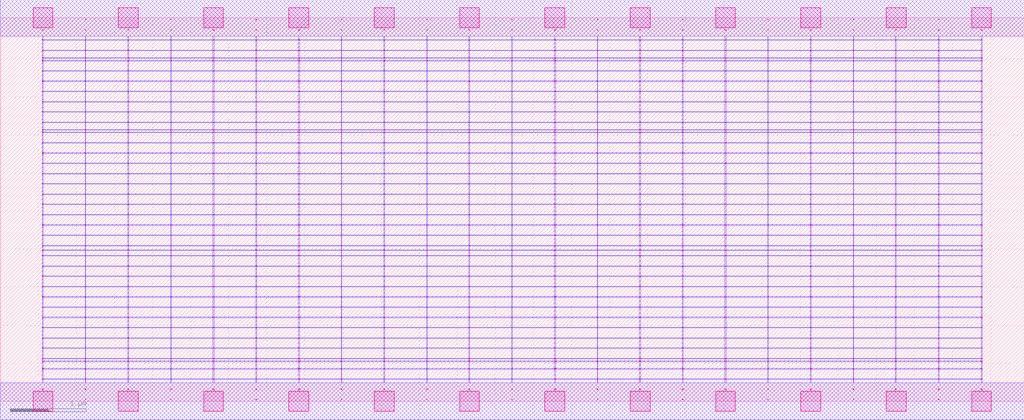
<source format=lef>
MACRO OOOAAOI22221_DEBUG
 CLASS CORE ;
 FOREIGN OOOAAOI22221_DEBUG 0 0 ;
 SIZE 13.44 BY 5.04 ;
 ORIGIN 0 0 ;
 SYMMETRY X Y R90 ;
 SITE unit ;

 OBS
    LAYER polycont ;
     RECT 6.71600000 2.58300000 6.72400000 2.59100000 ;
     RECT 6.71600000 2.71800000 6.72400000 2.72600000 ;
     RECT 6.71600000 2.85300000 6.72400000 2.86100000 ;
     RECT 6.71600000 2.98800000 6.72400000 2.99600000 ;
     RECT 8.95600000 2.58300000 8.96400000 2.59100000 ;
     RECT 9.51100000 2.58300000 9.52900000 2.59100000 ;
     RECT 10.07600000 2.58300000 10.08400000 2.59100000 ;
     RECT 10.63600000 2.58300000 10.64900000 2.59100000 ;
     RECT 11.19600000 2.58300000 11.20400000 2.59100000 ;
     RECT 11.75100000 2.58300000 11.76400000 2.59100000 ;
     RECT 12.31600000 2.58300000 12.32400000 2.59100000 ;
     RECT 12.87600000 2.58300000 12.88900000 2.59100000 ;
     RECT 7.27100000 2.58300000 7.28900000 2.59100000 ;
     RECT 7.27100000 2.71800000 7.28900000 2.72600000 ;
     RECT 7.83600000 2.71800000 7.84400000 2.72600000 ;
     RECT 8.39100000 2.71800000 8.40900000 2.72600000 ;
     RECT 8.95600000 2.71800000 8.96400000 2.72600000 ;
     RECT 9.51100000 2.71800000 9.52900000 2.72600000 ;
     RECT 10.07600000 2.71800000 10.08400000 2.72600000 ;
     RECT 10.63600000 2.71800000 10.64900000 2.72600000 ;
     RECT 11.19600000 2.71800000 11.20400000 2.72600000 ;
     RECT 11.75100000 2.71800000 11.76400000 2.72600000 ;
     RECT 12.31600000 2.71800000 12.32400000 2.72600000 ;
     RECT 12.87600000 2.71800000 12.88900000 2.72600000 ;
     RECT 7.83600000 2.58300000 7.84400000 2.59100000 ;
     RECT 7.27100000 2.85300000 7.28900000 2.86100000 ;
     RECT 7.83600000 2.85300000 7.84400000 2.86100000 ;
     RECT 8.39100000 2.85300000 8.40900000 2.86100000 ;
     RECT 8.95600000 2.85300000 8.96400000 2.86100000 ;
     RECT 9.51100000 2.85300000 9.52900000 2.86100000 ;
     RECT 10.07600000 2.85300000 10.08400000 2.86100000 ;
     RECT 10.63600000 2.85300000 10.64900000 2.86100000 ;
     RECT 11.19600000 2.85300000 11.20400000 2.86100000 ;
     RECT 11.75100000 2.85300000 11.76400000 2.86100000 ;
     RECT 12.31600000 2.85300000 12.32400000 2.86100000 ;
     RECT 12.87600000 2.85300000 12.88900000 2.86100000 ;
     RECT 8.39100000 2.58300000 8.40900000 2.59100000 ;
     RECT 7.27100000 2.98800000 7.28900000 2.99600000 ;
     RECT 7.83600000 2.98800000 7.84400000 2.99600000 ;
     RECT 8.39100000 2.98800000 8.40900000 2.99600000 ;
     RECT 8.95600000 2.98800000 8.96400000 2.99600000 ;
     RECT 9.51100000 2.98800000 9.52900000 2.99600000 ;
     RECT 10.07600000 2.98800000 10.08400000 2.99600000 ;
     RECT 10.63600000 2.98800000 10.64900000 2.99600000 ;
     RECT 11.19600000 2.98800000 11.20400000 2.99600000 ;
     RECT 11.75100000 2.98800000 11.76400000 2.99600000 ;
     RECT 12.31600000 2.98800000 12.32400000 2.99600000 ;
     RECT 12.87600000 2.98800000 12.88900000 2.99600000 ;
     RECT 11.19600000 3.12300000 11.20400000 3.13100000 ;
     RECT 11.19600000 3.25800000 11.20400000 3.26600000 ;
     RECT 11.19600000 3.39300000 11.20400000 3.40100000 ;
     RECT 11.19600000 3.52800000 11.20400000 3.53600000 ;
     RECT 11.19600000 3.56100000 11.20400000 3.56900000 ;
     RECT 11.19600000 3.66300000 11.20400000 3.67100000 ;
     RECT 11.19600000 3.79800000 11.20400000 3.80600000 ;
     RECT 11.19600000 3.93300000 11.20400000 3.94100000 ;
     RECT 11.19600000 4.06800000 11.20400000 4.07600000 ;
     RECT 11.19600000 4.20300000 11.20400000 4.21100000 ;
     RECT 11.19600000 4.33800000 11.20400000 4.34600000 ;
     RECT 11.19600000 4.47300000 11.20400000 4.48100000 ;
     RECT 11.19600000 4.51100000 11.20400000 4.51900000 ;
     RECT 11.19600000 4.60800000 11.20400000 4.61600000 ;
     RECT 11.19600000 4.74300000 11.20400000 4.75100000 ;
     RECT 11.19600000 4.87800000 11.20400000 4.88600000 ;
     RECT 5.03600000 2.71800000 5.04900000 2.72600000 ;
     RECT 5.59600000 2.71800000 5.60400000 2.72600000 ;
     RECT 6.15100000 2.71800000 6.16400000 2.72600000 ;
     RECT 1.11600000 2.58300000 1.12400000 2.59100000 ;
     RECT 1.67100000 2.58300000 1.68900000 2.59100000 ;
     RECT 0.55100000 2.98800000 0.56400000 2.99600000 ;
     RECT 1.11600000 2.98800000 1.12400000 2.99600000 ;
     RECT 1.67100000 2.98800000 1.68900000 2.99600000 ;
     RECT 2.23600000 2.98800000 2.24400000 2.99600000 ;
     RECT 2.79100000 2.98800000 2.80900000 2.99600000 ;
     RECT 3.35600000 2.98800000 3.36400000 2.99600000 ;
     RECT 3.91100000 2.98800000 3.92900000 2.99600000 ;
     RECT 4.47600000 2.98800000 4.48400000 2.99600000 ;
     RECT 5.03600000 2.98800000 5.04900000 2.99600000 ;
     RECT 5.59600000 2.98800000 5.60400000 2.99600000 ;
     RECT 6.15100000 2.98800000 6.16400000 2.99600000 ;
     RECT 2.23600000 2.58300000 2.24400000 2.59100000 ;
     RECT 2.79100000 2.58300000 2.80900000 2.59100000 ;
     RECT 3.35600000 2.58300000 3.36400000 2.59100000 ;
     RECT 3.91100000 2.58300000 3.92900000 2.59100000 ;
     RECT 4.47600000 2.58300000 4.48400000 2.59100000 ;
     RECT 5.03600000 2.58300000 5.04900000 2.59100000 ;
     RECT 5.59600000 2.58300000 5.60400000 2.59100000 ;
     RECT 6.15100000 2.58300000 6.16400000 2.59100000 ;
     RECT 0.55100000 2.58300000 0.56400000 2.59100000 ;
     RECT 0.55100000 2.71800000 0.56400000 2.72600000 ;
     RECT 0.55100000 2.85300000 0.56400000 2.86100000 ;
     RECT 1.11600000 2.85300000 1.12400000 2.86100000 ;
     RECT 5.59600000 3.12300000 5.60400000 3.13100000 ;
     RECT 1.67100000 2.85300000 1.68900000 2.86100000 ;
     RECT 5.59600000 3.25800000 5.60400000 3.26600000 ;
     RECT 2.23600000 2.85300000 2.24400000 2.86100000 ;
     RECT 5.59600000 3.39300000 5.60400000 3.40100000 ;
     RECT 2.79100000 2.85300000 2.80900000 2.86100000 ;
     RECT 5.59600000 3.52800000 5.60400000 3.53600000 ;
     RECT 3.35600000 2.85300000 3.36400000 2.86100000 ;
     RECT 5.59600000 3.56100000 5.60400000 3.56900000 ;
     RECT 3.91100000 2.85300000 3.92900000 2.86100000 ;
     RECT 5.59600000 3.66300000 5.60400000 3.67100000 ;
     RECT 4.47600000 2.85300000 4.48400000 2.86100000 ;
     RECT 5.59600000 3.79800000 5.60400000 3.80600000 ;
     RECT 5.03600000 2.85300000 5.04900000 2.86100000 ;
     RECT 5.59600000 3.93300000 5.60400000 3.94100000 ;
     RECT 5.59600000 2.85300000 5.60400000 2.86100000 ;
     RECT 5.59600000 4.06800000 5.60400000 4.07600000 ;
     RECT 6.15100000 2.85300000 6.16400000 2.86100000 ;
     RECT 5.59600000 4.20300000 5.60400000 4.21100000 ;
     RECT 1.11600000 2.71800000 1.12400000 2.72600000 ;
     RECT 5.59600000 4.33800000 5.60400000 4.34600000 ;
     RECT 1.67100000 2.71800000 1.68900000 2.72600000 ;
     RECT 5.59600000 4.47300000 5.60400000 4.48100000 ;
     RECT 2.23600000 2.71800000 2.24400000 2.72600000 ;
     RECT 5.59600000 4.51100000 5.60400000 4.51900000 ;
     RECT 2.79100000 2.71800000 2.80900000 2.72600000 ;
     RECT 5.59600000 4.60800000 5.60400000 4.61600000 ;
     RECT 3.35600000 2.71800000 3.36400000 2.72600000 ;
     RECT 5.59600000 4.74300000 5.60400000 4.75100000 ;
     RECT 3.91100000 2.71800000 3.92900000 2.72600000 ;
     RECT 5.59600000 4.87800000 5.60400000 4.88600000 ;
     RECT 4.47600000 2.71800000 4.48400000 2.72600000 ;
     RECT 3.35600000 0.55800000 3.36400000 0.56600000 ;
     RECT 3.35600000 0.69300000 3.36400000 0.70100000 ;
     RECT 3.35600000 0.82800000 3.36400000 0.83600000 ;
     RECT 3.35600000 0.96300000 3.36400000 0.97100000 ;
     RECT 3.35600000 1.09800000 3.36400000 1.10600000 ;
     RECT 3.35600000 1.23300000 3.36400000 1.24100000 ;
     RECT 3.35600000 1.36800000 3.36400000 1.37600000 ;
     RECT 3.35600000 1.50300000 3.36400000 1.51100000 ;
     RECT 3.35600000 1.63800000 3.36400000 1.64600000 ;
     RECT 3.35600000 1.77300000 3.36400000 1.78100000 ;
     RECT 3.35600000 1.90800000 3.36400000 1.91600000 ;
     RECT 3.35600000 1.98100000 3.36400000 1.98900000 ;
     RECT 3.35600000 2.04300000 3.36400000 2.05100000 ;
     RECT 3.35600000 2.17800000 3.36400000 2.18600000 ;
     RECT 3.35600000 2.31300000 3.36400000 2.32100000 ;
     RECT 3.35600000 2.44800000 3.36400000 2.45600000 ;
     RECT 3.35600000 0.15300000 3.36400000 0.16100000 ;
     RECT 3.35600000 0.28800000 3.36400000 0.29600000 ;
     RECT 3.35600000 0.42300000 3.36400000 0.43100000 ;
     RECT 3.35600000 0.52100000 3.36400000 0.52900000 ;
     RECT 11.19600000 0.28800000 11.20400000 0.29600000 ;
     RECT 11.19600000 1.63800000 11.20400000 1.64600000 ;
     RECT 11.19600000 0.82800000 11.20400000 0.83600000 ;
     RECT 11.19600000 1.77300000 11.20400000 1.78100000 ;
     RECT 11.19600000 0.52100000 11.20400000 0.52900000 ;
     RECT 11.19600000 1.90800000 11.20400000 1.91600000 ;
     RECT 11.19600000 0.96300000 11.20400000 0.97100000 ;
     RECT 11.19600000 1.98100000 11.20400000 1.98900000 ;
     RECT 11.19600000 0.15300000 11.20400000 0.16100000 ;
     RECT 11.19600000 2.04300000 11.20400000 2.05100000 ;
     RECT 11.19600000 1.09800000 11.20400000 1.10600000 ;
     RECT 11.19600000 2.17800000 11.20400000 2.18600000 ;
     RECT 11.19600000 0.55800000 11.20400000 0.56600000 ;
     RECT 11.19600000 2.31300000 11.20400000 2.32100000 ;
     RECT 11.19600000 1.23300000 11.20400000 1.24100000 ;
     RECT 11.19600000 2.44800000 11.20400000 2.45600000 ;
     RECT 11.19600000 0.42300000 11.20400000 0.43100000 ;
     RECT 11.19600000 1.36800000 11.20400000 1.37600000 ;
     RECT 11.19600000 0.69300000 11.20400000 0.70100000 ;
     RECT 11.19600000 1.50300000 11.20400000 1.51100000 ;

    LAYER pdiffc ;
     RECT 0.55100000 3.39300000 0.55900000 3.40100000 ;
     RECT 5.04100000 3.39300000 5.04900000 3.40100000 ;
     RECT 6.15100000 3.39300000 6.15900000 3.40100000 ;
     RECT 10.64100000 3.39300000 10.64900000 3.40100000 ;
     RECT 11.75100000 3.39300000 11.75900000 3.40100000 ;
     RECT 12.88100000 3.39300000 12.88900000 3.40100000 ;
     RECT 0.55100000 3.52800000 0.55900000 3.53600000 ;
     RECT 5.04100000 3.52800000 5.04900000 3.53600000 ;
     RECT 6.15100000 3.52800000 6.15900000 3.53600000 ;
     RECT 10.64100000 3.52800000 10.64900000 3.53600000 ;
     RECT 11.75100000 3.52800000 11.75900000 3.53600000 ;
     RECT 12.88100000 3.52800000 12.88900000 3.53600000 ;
     RECT 0.55100000 3.56100000 0.55900000 3.56900000 ;
     RECT 5.04100000 3.56100000 5.04900000 3.56900000 ;
     RECT 6.15100000 3.56100000 6.15900000 3.56900000 ;
     RECT 10.64100000 3.56100000 10.64900000 3.56900000 ;
     RECT 11.75100000 3.56100000 11.75900000 3.56900000 ;
     RECT 12.88100000 3.56100000 12.88900000 3.56900000 ;
     RECT 0.55100000 3.66300000 0.55900000 3.67100000 ;
     RECT 5.04100000 3.66300000 5.04900000 3.67100000 ;
     RECT 6.15100000 3.66300000 6.15900000 3.67100000 ;
     RECT 10.64100000 3.66300000 10.64900000 3.67100000 ;
     RECT 11.75100000 3.66300000 11.75900000 3.67100000 ;
     RECT 12.88100000 3.66300000 12.88900000 3.67100000 ;
     RECT 0.55100000 3.79800000 0.55900000 3.80600000 ;
     RECT 5.04100000 3.79800000 5.04900000 3.80600000 ;
     RECT 6.15100000 3.79800000 6.15900000 3.80600000 ;
     RECT 10.64100000 3.79800000 10.64900000 3.80600000 ;
     RECT 11.75100000 3.79800000 11.75900000 3.80600000 ;
     RECT 12.88100000 3.79800000 12.88900000 3.80600000 ;
     RECT 0.55100000 3.93300000 0.55900000 3.94100000 ;
     RECT 5.04100000 3.93300000 5.04900000 3.94100000 ;
     RECT 6.15100000 3.93300000 6.15900000 3.94100000 ;
     RECT 10.64100000 3.93300000 10.64900000 3.94100000 ;
     RECT 11.75100000 3.93300000 11.75900000 3.94100000 ;
     RECT 12.88100000 3.93300000 12.88900000 3.94100000 ;
     RECT 0.55100000 4.06800000 0.55900000 4.07600000 ;
     RECT 5.04100000 4.06800000 5.04900000 4.07600000 ;
     RECT 6.15100000 4.06800000 6.15900000 4.07600000 ;
     RECT 10.64100000 4.06800000 10.64900000 4.07600000 ;
     RECT 11.75100000 4.06800000 11.75900000 4.07600000 ;
     RECT 12.88100000 4.06800000 12.88900000 4.07600000 ;
     RECT 0.55100000 4.20300000 0.55900000 4.21100000 ;
     RECT 5.04100000 4.20300000 5.04900000 4.21100000 ;
     RECT 6.15100000 4.20300000 6.15900000 4.21100000 ;
     RECT 10.64100000 4.20300000 10.64900000 4.21100000 ;
     RECT 11.75100000 4.20300000 11.75900000 4.21100000 ;
     RECT 12.88100000 4.20300000 12.88900000 4.21100000 ;
     RECT 0.55100000 4.33800000 0.55900000 4.34600000 ;
     RECT 5.04100000 4.33800000 5.04900000 4.34600000 ;
     RECT 6.15100000 4.33800000 6.15900000 4.34600000 ;
     RECT 10.64100000 4.33800000 10.64900000 4.34600000 ;
     RECT 11.75100000 4.33800000 11.75900000 4.34600000 ;
     RECT 12.88100000 4.33800000 12.88900000 4.34600000 ;
     RECT 0.55100000 4.47300000 0.55900000 4.48100000 ;
     RECT 5.04100000 4.47300000 5.04900000 4.48100000 ;
     RECT 6.15100000 4.47300000 6.15900000 4.48100000 ;
     RECT 10.64100000 4.47300000 10.64900000 4.48100000 ;
     RECT 11.75100000 4.47300000 11.75900000 4.48100000 ;
     RECT 12.88100000 4.47300000 12.88900000 4.48100000 ;
     RECT 0.55100000 4.51100000 0.55900000 4.51900000 ;
     RECT 5.04100000 4.51100000 5.04900000 4.51900000 ;
     RECT 6.15100000 4.51100000 6.15900000 4.51900000 ;
     RECT 10.64100000 4.51100000 10.64900000 4.51900000 ;
     RECT 11.75100000 4.51100000 11.75900000 4.51900000 ;
     RECT 12.88100000 4.51100000 12.88900000 4.51900000 ;
     RECT 0.55100000 4.60800000 0.55900000 4.61600000 ;
     RECT 5.04100000 4.60800000 5.04900000 4.61600000 ;
     RECT 6.15100000 4.60800000 6.15900000 4.61600000 ;
     RECT 10.64100000 4.60800000 10.64900000 4.61600000 ;
     RECT 11.75100000 4.60800000 11.75900000 4.61600000 ;
     RECT 12.88100000 4.60800000 12.88900000 4.61600000 ;

    LAYER ndiffc ;
     RECT 7.27100000 0.42300000 7.28900000 0.43100000 ;
     RECT 8.39100000 0.42300000 8.40900000 0.43100000 ;
     RECT 9.51100000 0.42300000 9.52900000 0.43100000 ;
     RECT 10.63600000 0.42300000 10.64900000 0.43100000 ;
     RECT 11.75100000 0.42300000 11.76400000 0.43100000 ;
     RECT 12.87600000 0.42300000 12.88900000 0.43100000 ;
     RECT 7.27100000 0.52100000 7.28900000 0.52900000 ;
     RECT 8.39100000 0.52100000 8.40900000 0.52900000 ;
     RECT 9.51100000 0.52100000 9.52900000 0.52900000 ;
     RECT 10.63600000 0.52100000 10.64900000 0.52900000 ;
     RECT 11.75100000 0.52100000 11.76400000 0.52900000 ;
     RECT 12.87600000 0.52100000 12.88900000 0.52900000 ;
     RECT 7.27100000 0.55800000 7.28900000 0.56600000 ;
     RECT 8.39100000 0.55800000 8.40900000 0.56600000 ;
     RECT 9.51100000 0.55800000 9.52900000 0.56600000 ;
     RECT 10.63600000 0.55800000 10.64900000 0.56600000 ;
     RECT 11.75100000 0.55800000 11.76400000 0.56600000 ;
     RECT 12.87600000 0.55800000 12.88900000 0.56600000 ;
     RECT 7.27100000 0.69300000 7.28900000 0.70100000 ;
     RECT 8.39100000 0.69300000 8.40900000 0.70100000 ;
     RECT 9.51100000 0.69300000 9.52900000 0.70100000 ;
     RECT 10.63600000 0.69300000 10.64900000 0.70100000 ;
     RECT 11.75100000 0.69300000 11.76400000 0.70100000 ;
     RECT 12.87600000 0.69300000 12.88900000 0.70100000 ;
     RECT 7.27100000 0.82800000 7.28900000 0.83600000 ;
     RECT 8.39100000 0.82800000 8.40900000 0.83600000 ;
     RECT 9.51100000 0.82800000 9.52900000 0.83600000 ;
     RECT 10.63600000 0.82800000 10.64900000 0.83600000 ;
     RECT 11.75100000 0.82800000 11.76400000 0.83600000 ;
     RECT 12.87600000 0.82800000 12.88900000 0.83600000 ;
     RECT 7.27100000 0.96300000 7.28900000 0.97100000 ;
     RECT 8.39100000 0.96300000 8.40900000 0.97100000 ;
     RECT 9.51100000 0.96300000 9.52900000 0.97100000 ;
     RECT 10.63600000 0.96300000 10.64900000 0.97100000 ;
     RECT 11.75100000 0.96300000 11.76400000 0.97100000 ;
     RECT 12.87600000 0.96300000 12.88900000 0.97100000 ;
     RECT 7.27100000 1.09800000 7.28900000 1.10600000 ;
     RECT 8.39100000 1.09800000 8.40900000 1.10600000 ;
     RECT 9.51100000 1.09800000 9.52900000 1.10600000 ;
     RECT 10.63600000 1.09800000 10.64900000 1.10600000 ;
     RECT 11.75100000 1.09800000 11.76400000 1.10600000 ;
     RECT 12.87600000 1.09800000 12.88900000 1.10600000 ;
     RECT 7.27100000 1.23300000 7.28900000 1.24100000 ;
     RECT 8.39100000 1.23300000 8.40900000 1.24100000 ;
     RECT 9.51100000 1.23300000 9.52900000 1.24100000 ;
     RECT 10.63600000 1.23300000 10.64900000 1.24100000 ;
     RECT 11.75100000 1.23300000 11.76400000 1.24100000 ;
     RECT 12.87600000 1.23300000 12.88900000 1.24100000 ;
     RECT 7.27100000 1.36800000 7.28900000 1.37600000 ;
     RECT 8.39100000 1.36800000 8.40900000 1.37600000 ;
     RECT 9.51100000 1.36800000 9.52900000 1.37600000 ;
     RECT 10.63600000 1.36800000 10.64900000 1.37600000 ;
     RECT 11.75100000 1.36800000 11.76400000 1.37600000 ;
     RECT 12.87600000 1.36800000 12.88900000 1.37600000 ;
     RECT 7.27100000 1.50300000 7.28900000 1.51100000 ;
     RECT 8.39100000 1.50300000 8.40900000 1.51100000 ;
     RECT 9.51100000 1.50300000 9.52900000 1.51100000 ;
     RECT 10.63600000 1.50300000 10.64900000 1.51100000 ;
     RECT 11.75100000 1.50300000 11.76400000 1.51100000 ;
     RECT 12.87600000 1.50300000 12.88900000 1.51100000 ;
     RECT 7.27100000 1.63800000 7.28900000 1.64600000 ;
     RECT 8.39100000 1.63800000 8.40900000 1.64600000 ;
     RECT 9.51100000 1.63800000 9.52900000 1.64600000 ;
     RECT 10.63600000 1.63800000 10.64900000 1.64600000 ;
     RECT 11.75100000 1.63800000 11.76400000 1.64600000 ;
     RECT 12.87600000 1.63800000 12.88900000 1.64600000 ;
     RECT 7.27100000 1.77300000 7.28900000 1.78100000 ;
     RECT 8.39100000 1.77300000 8.40900000 1.78100000 ;
     RECT 9.51100000 1.77300000 9.52900000 1.78100000 ;
     RECT 10.63600000 1.77300000 10.64900000 1.78100000 ;
     RECT 11.75100000 1.77300000 11.76400000 1.78100000 ;
     RECT 12.87600000 1.77300000 12.88900000 1.78100000 ;
     RECT 7.27100000 1.90800000 7.28900000 1.91600000 ;
     RECT 8.39100000 1.90800000 8.40900000 1.91600000 ;
     RECT 9.51100000 1.90800000 9.52900000 1.91600000 ;
     RECT 10.63600000 1.90800000 10.64900000 1.91600000 ;
     RECT 11.75100000 1.90800000 11.76400000 1.91600000 ;
     RECT 12.87600000 1.90800000 12.88900000 1.91600000 ;
     RECT 7.27100000 1.98100000 7.28900000 1.98900000 ;
     RECT 8.39100000 1.98100000 8.40900000 1.98900000 ;
     RECT 9.51100000 1.98100000 9.52900000 1.98900000 ;
     RECT 10.63600000 1.98100000 10.64900000 1.98900000 ;
     RECT 11.75100000 1.98100000 11.76400000 1.98900000 ;
     RECT 12.87600000 1.98100000 12.88900000 1.98900000 ;
     RECT 7.27100000 2.04300000 7.28900000 2.05100000 ;
     RECT 8.39100000 2.04300000 8.40900000 2.05100000 ;
     RECT 9.51100000 2.04300000 9.52900000 2.05100000 ;
     RECT 10.63600000 2.04300000 10.64900000 2.05100000 ;
     RECT 11.75100000 2.04300000 11.76400000 2.05100000 ;
     RECT 12.87600000 2.04300000 12.88900000 2.05100000 ;
     RECT 0.55100000 0.42300000 0.56400000 0.43100000 ;
     RECT 1.67100000 0.42300000 1.68900000 0.43100000 ;
     RECT 2.79100000 0.42300000 2.80900000 0.43100000 ;
     RECT 3.91100000 0.42300000 3.92900000 0.43100000 ;
     RECT 5.03600000 0.42300000 5.04900000 0.43100000 ;
     RECT 6.15100000 0.42300000 6.16400000 0.43100000 ;
     RECT 0.55100000 1.36800000 0.56400000 1.37600000 ;
     RECT 1.67100000 1.36800000 1.68900000 1.37600000 ;
     RECT 2.79100000 1.36800000 2.80900000 1.37600000 ;
     RECT 3.91100000 1.36800000 3.92900000 1.37600000 ;
     RECT 5.03600000 1.36800000 5.04900000 1.37600000 ;
     RECT 6.15100000 1.36800000 6.16400000 1.37600000 ;
     RECT 0.55100000 0.82800000 0.56400000 0.83600000 ;
     RECT 1.67100000 0.82800000 1.68900000 0.83600000 ;
     RECT 2.79100000 0.82800000 2.80900000 0.83600000 ;
     RECT 3.91100000 0.82800000 3.92900000 0.83600000 ;
     RECT 5.03600000 0.82800000 5.04900000 0.83600000 ;
     RECT 6.15100000 0.82800000 6.16400000 0.83600000 ;
     RECT 0.55100000 1.50300000 0.56400000 1.51100000 ;
     RECT 1.67100000 1.50300000 1.68900000 1.51100000 ;
     RECT 2.79100000 1.50300000 2.80900000 1.51100000 ;
     RECT 3.91100000 1.50300000 3.92900000 1.51100000 ;
     RECT 5.03600000 1.50300000 5.04900000 1.51100000 ;
     RECT 6.15100000 1.50300000 6.16400000 1.51100000 ;
     RECT 0.55100000 0.55800000 0.56400000 0.56600000 ;
     RECT 1.67100000 0.55800000 1.68900000 0.56600000 ;
     RECT 2.79100000 0.55800000 2.80900000 0.56600000 ;
     RECT 3.91100000 0.55800000 3.92900000 0.56600000 ;
     RECT 5.03600000 0.55800000 5.04900000 0.56600000 ;
     RECT 6.15100000 0.55800000 6.16400000 0.56600000 ;
     RECT 0.55100000 1.63800000 0.56400000 1.64600000 ;
     RECT 1.67100000 1.63800000 1.68900000 1.64600000 ;
     RECT 2.79100000 1.63800000 2.80900000 1.64600000 ;
     RECT 3.91100000 1.63800000 3.92900000 1.64600000 ;
     RECT 5.03600000 1.63800000 5.04900000 1.64600000 ;
     RECT 6.15100000 1.63800000 6.16400000 1.64600000 ;
     RECT 0.55100000 0.96300000 0.56400000 0.97100000 ;
     RECT 1.67100000 0.96300000 1.68900000 0.97100000 ;
     RECT 2.79100000 0.96300000 2.80900000 0.97100000 ;
     RECT 3.91100000 0.96300000 3.92900000 0.97100000 ;
     RECT 5.03600000 0.96300000 5.04900000 0.97100000 ;
     RECT 6.15100000 0.96300000 6.16400000 0.97100000 ;
     RECT 0.55100000 1.77300000 0.56400000 1.78100000 ;
     RECT 1.67100000 1.77300000 1.68900000 1.78100000 ;
     RECT 2.79100000 1.77300000 2.80900000 1.78100000 ;
     RECT 3.91100000 1.77300000 3.92900000 1.78100000 ;
     RECT 5.03600000 1.77300000 5.04900000 1.78100000 ;
     RECT 6.15100000 1.77300000 6.16400000 1.78100000 ;
     RECT 0.55100000 0.52100000 0.56400000 0.52900000 ;
     RECT 1.67100000 0.52100000 1.68900000 0.52900000 ;
     RECT 2.79100000 0.52100000 2.80900000 0.52900000 ;
     RECT 3.91100000 0.52100000 3.92900000 0.52900000 ;
     RECT 5.03600000 0.52100000 5.04900000 0.52900000 ;
     RECT 6.15100000 0.52100000 6.16400000 0.52900000 ;
     RECT 0.55100000 1.90800000 0.56400000 1.91600000 ;
     RECT 1.67100000 1.90800000 1.68900000 1.91600000 ;
     RECT 2.79100000 1.90800000 2.80900000 1.91600000 ;
     RECT 3.91100000 1.90800000 3.92900000 1.91600000 ;
     RECT 5.03600000 1.90800000 5.04900000 1.91600000 ;
     RECT 6.15100000 1.90800000 6.16400000 1.91600000 ;
     RECT 0.55100000 1.09800000 0.56400000 1.10600000 ;
     RECT 1.67100000 1.09800000 1.68900000 1.10600000 ;
     RECT 2.79100000 1.09800000 2.80900000 1.10600000 ;
     RECT 3.91100000 1.09800000 3.92900000 1.10600000 ;
     RECT 5.03600000 1.09800000 5.04900000 1.10600000 ;
     RECT 6.15100000 1.09800000 6.16400000 1.10600000 ;
     RECT 0.55100000 1.98100000 0.56400000 1.98900000 ;
     RECT 1.67100000 1.98100000 1.68900000 1.98900000 ;
     RECT 2.79100000 1.98100000 2.80900000 1.98900000 ;
     RECT 3.91100000 1.98100000 3.92900000 1.98900000 ;
     RECT 5.03600000 1.98100000 5.04900000 1.98900000 ;
     RECT 6.15100000 1.98100000 6.16400000 1.98900000 ;
     RECT 0.55100000 0.69300000 0.56400000 0.70100000 ;
     RECT 1.67100000 0.69300000 1.68900000 0.70100000 ;
     RECT 2.79100000 0.69300000 2.80900000 0.70100000 ;
     RECT 3.91100000 0.69300000 3.92900000 0.70100000 ;
     RECT 5.03600000 0.69300000 5.04900000 0.70100000 ;
     RECT 6.15100000 0.69300000 6.16400000 0.70100000 ;
     RECT 0.55100000 2.04300000 0.56400000 2.05100000 ;
     RECT 1.67100000 2.04300000 1.68900000 2.05100000 ;
     RECT 2.79100000 2.04300000 2.80900000 2.05100000 ;
     RECT 3.91100000 2.04300000 3.92900000 2.05100000 ;
     RECT 5.03600000 2.04300000 5.04900000 2.05100000 ;
     RECT 6.15100000 2.04300000 6.16400000 2.05100000 ;
     RECT 0.55100000 1.23300000 0.56400000 1.24100000 ;
     RECT 1.67100000 1.23300000 1.68900000 1.24100000 ;
     RECT 2.79100000 1.23300000 2.80900000 1.24100000 ;
     RECT 3.91100000 1.23300000 3.92900000 1.24100000 ;
     RECT 5.03600000 1.23300000 5.04900000 1.24100000 ;
     RECT 6.15100000 1.23300000 6.16400000 1.24100000 ;

    LAYER met1 ;
     RECT 0.00000000 -0.24000000 13.44000000 0.24000000 ;
     RECT 6.71600000 0.24000000 6.72400000 0.28800000 ;
     RECT 0.55100000 0.28800000 12.88900000 0.29600000 ;
     RECT 6.71600000 0.29600000 6.72400000 0.42300000 ;
     RECT 0.55100000 0.42300000 12.88900000 0.43100000 ;
     RECT 6.71600000 0.43100000 6.72400000 0.52100000 ;
     RECT 0.55100000 0.52100000 12.88900000 0.52900000 ;
     RECT 6.71600000 0.52900000 6.72400000 0.55800000 ;
     RECT 0.55100000 0.55800000 12.88900000 0.56600000 ;
     RECT 6.71600000 0.56600000 6.72400000 0.69300000 ;
     RECT 0.55100000 0.69300000 12.88900000 0.70100000 ;
     RECT 6.71600000 0.70100000 6.72400000 0.82800000 ;
     RECT 0.55100000 0.82800000 12.88900000 0.83600000 ;
     RECT 6.71600000 0.83600000 6.72400000 0.96300000 ;
     RECT 0.55100000 0.96300000 12.88900000 0.97100000 ;
     RECT 6.71600000 0.97100000 6.72400000 1.09800000 ;
     RECT 0.55100000 1.09800000 12.88900000 1.10600000 ;
     RECT 6.71600000 1.10600000 6.72400000 1.23300000 ;
     RECT 0.55100000 1.23300000 12.88900000 1.24100000 ;
     RECT 6.71600000 1.24100000 6.72400000 1.36800000 ;
     RECT 0.55100000 1.36800000 12.88900000 1.37600000 ;
     RECT 6.71600000 1.37600000 6.72400000 1.50300000 ;
     RECT 0.55100000 1.50300000 12.88900000 1.51100000 ;
     RECT 6.71600000 1.51100000 6.72400000 1.63800000 ;
     RECT 0.55100000 1.63800000 12.88900000 1.64600000 ;
     RECT 6.71600000 1.64600000 6.72400000 1.77300000 ;
     RECT 0.55100000 1.77300000 12.88900000 1.78100000 ;
     RECT 6.71600000 1.78100000 6.72400000 1.90800000 ;
     RECT 0.55100000 1.90800000 12.88900000 1.91600000 ;
     RECT 6.71600000 1.91600000 6.72400000 1.98100000 ;
     RECT 0.55100000 1.98100000 12.88900000 1.98900000 ;
     RECT 6.71600000 1.98900000 6.72400000 2.04300000 ;
     RECT 0.55100000 2.04300000 12.88900000 2.05100000 ;
     RECT 6.71600000 2.05100000 6.72400000 2.17800000 ;
     RECT 0.55100000 2.17800000 12.88900000 2.18600000 ;
     RECT 6.71600000 2.18600000 6.72400000 2.31300000 ;
     RECT 0.55100000 2.31300000 12.88900000 2.32100000 ;
     RECT 6.71600000 2.32100000 6.72400000 2.44800000 ;
     RECT 0.55100000 2.44800000 12.88900000 2.45600000 ;
     RECT 0.55100000 2.45600000 0.56400000 2.58300000 ;
     RECT 1.11600000 2.45600000 1.12400000 2.58300000 ;
     RECT 1.67100000 2.45600000 1.68900000 2.58300000 ;
     RECT 2.23600000 2.45600000 2.24400000 2.58300000 ;
     RECT 2.79100000 2.45600000 2.80900000 2.58300000 ;
     RECT 3.35600000 2.45600000 3.36400000 2.58300000 ;
     RECT 3.91100000 2.45600000 3.92900000 2.58300000 ;
     RECT 4.47600000 2.45600000 4.48400000 2.58300000 ;
     RECT 5.03600000 2.45600000 5.04900000 2.58300000 ;
     RECT 5.59600000 2.45600000 5.60400000 2.58300000 ;
     RECT 6.15100000 2.45600000 6.16400000 2.58300000 ;
     RECT 6.71600000 2.45600000 6.72400000 2.58300000 ;
     RECT 7.27100000 2.45600000 7.28900000 2.58300000 ;
     RECT 7.83600000 2.45600000 7.84400000 2.58300000 ;
     RECT 8.39100000 2.45600000 8.40900000 2.58300000 ;
     RECT 8.95600000 2.45600000 8.96400000 2.58300000 ;
     RECT 9.51100000 2.45600000 9.52900000 2.58300000 ;
     RECT 10.07600000 2.45600000 10.08400000 2.58300000 ;
     RECT 10.63600000 2.45600000 10.64900000 2.58300000 ;
     RECT 11.19600000 2.45600000 11.20400000 2.58300000 ;
     RECT 11.75100000 2.45600000 11.76400000 2.58300000 ;
     RECT 12.31600000 2.45600000 12.32400000 2.58300000 ;
     RECT 12.87600000 2.45600000 12.88900000 2.58300000 ;
     RECT 0.55100000 2.58300000 12.88900000 2.59100000 ;
     RECT 6.71600000 2.59100000 6.72400000 2.71800000 ;
     RECT 0.55100000 2.71800000 12.88900000 2.72600000 ;
     RECT 6.71600000 2.72600000 6.72400000 2.85300000 ;
     RECT 0.55100000 2.85300000 12.88900000 2.86100000 ;
     RECT 6.71600000 2.86100000 6.72400000 2.98800000 ;
     RECT 0.55100000 2.98800000 12.88900000 2.99600000 ;
     RECT 6.71600000 2.99600000 6.72400000 3.12300000 ;
     RECT 0.55100000 3.12300000 12.88900000 3.13100000 ;
     RECT 6.71600000 3.13100000 6.72400000 3.25800000 ;
     RECT 0.55100000 3.25800000 12.88900000 3.26600000 ;
     RECT 6.71600000 3.26600000 6.72400000 3.39300000 ;
     RECT 0.55100000 3.39300000 12.88900000 3.40100000 ;
     RECT 6.71600000 3.40100000 6.72400000 3.52800000 ;
     RECT 0.55100000 3.52800000 12.88900000 3.53600000 ;
     RECT 6.71600000 3.53600000 6.72400000 3.56100000 ;
     RECT 0.55100000 3.56100000 12.88900000 3.56900000 ;
     RECT 6.71600000 3.56900000 6.72400000 3.66300000 ;
     RECT 0.55100000 3.66300000 12.88900000 3.67100000 ;
     RECT 6.71600000 3.67100000 6.72400000 3.79800000 ;
     RECT 0.55100000 3.79800000 12.88900000 3.80600000 ;
     RECT 6.71600000 3.80600000 6.72400000 3.93300000 ;
     RECT 0.55100000 3.93300000 12.88900000 3.94100000 ;
     RECT 6.71600000 3.94100000 6.72400000 4.06800000 ;
     RECT 0.55100000 4.06800000 12.88900000 4.07600000 ;
     RECT 6.71600000 4.07600000 6.72400000 4.20300000 ;
     RECT 0.55100000 4.20300000 12.88900000 4.21100000 ;
     RECT 6.71600000 4.21100000 6.72400000 4.33800000 ;
     RECT 0.55100000 4.33800000 12.88900000 4.34600000 ;
     RECT 6.71600000 4.34600000 6.72400000 4.47300000 ;
     RECT 0.55100000 4.47300000 12.88900000 4.48100000 ;
     RECT 6.71600000 4.48100000 6.72400000 4.51100000 ;
     RECT 0.55100000 4.51100000 12.88900000 4.51900000 ;
     RECT 6.71600000 4.51900000 6.72400000 4.60800000 ;
     RECT 0.55100000 4.60800000 12.88900000 4.61600000 ;
     RECT 6.71600000 4.61600000 6.72400000 4.74300000 ;
     RECT 0.55100000 4.74300000 12.88900000 4.75100000 ;
     RECT 6.71600000 4.75100000 6.72400000 4.80000000 ;
     RECT 0.00000000 4.80000000 13.44000000 5.28000000 ;
     RECT 10.07600000 2.59100000 10.08400000 2.71800000 ;
     RECT 10.07600000 2.99600000 10.08400000 3.12300000 ;
     RECT 10.07600000 3.13100000 10.08400000 3.25800000 ;
     RECT 10.07600000 3.26600000 10.08400000 3.39300000 ;
     RECT 10.07600000 3.40100000 10.08400000 3.52800000 ;
     RECT 10.07600000 3.53600000 10.08400000 3.56100000 ;
     RECT 10.07600000 3.56900000 10.08400000 3.66300000 ;
     RECT 10.07600000 3.67100000 10.08400000 3.79800000 ;
     RECT 10.07600000 2.72600000 10.08400000 2.85300000 ;
     RECT 7.27100000 3.80600000 7.28900000 3.93300000 ;
     RECT 7.83600000 3.80600000 7.84400000 3.93300000 ;
     RECT 8.39100000 3.80600000 8.40900000 3.93300000 ;
     RECT 8.95600000 3.80600000 8.96400000 3.93300000 ;
     RECT 9.51100000 3.80600000 9.52900000 3.93300000 ;
     RECT 10.07600000 3.80600000 10.08400000 3.93300000 ;
     RECT 10.63600000 3.80600000 10.64900000 3.93300000 ;
     RECT 11.19600000 3.80600000 11.20400000 3.93300000 ;
     RECT 11.75100000 3.80600000 11.76400000 3.93300000 ;
     RECT 12.31600000 3.80600000 12.32400000 3.93300000 ;
     RECT 12.87600000 3.80600000 12.88900000 3.93300000 ;
     RECT 10.07600000 3.94100000 10.08400000 4.06800000 ;
     RECT 10.07600000 4.07600000 10.08400000 4.20300000 ;
     RECT 10.07600000 4.21100000 10.08400000 4.33800000 ;
     RECT 10.07600000 4.34600000 10.08400000 4.47300000 ;
     RECT 10.07600000 4.48100000 10.08400000 4.51100000 ;
     RECT 10.07600000 2.86100000 10.08400000 2.98800000 ;
     RECT 10.07600000 4.51900000 10.08400000 4.60800000 ;
     RECT 10.07600000 4.61600000 10.08400000 4.74300000 ;
     RECT 10.07600000 4.75100000 10.08400000 4.80000000 ;
     RECT 11.75100000 4.07600000 11.76400000 4.20300000 ;
     RECT 12.31600000 4.07600000 12.32400000 4.20300000 ;
     RECT 12.87600000 4.07600000 12.88900000 4.20300000 ;
     RECT 11.19600000 3.94100000 11.20400000 4.06800000 ;
     RECT 10.63600000 4.21100000 10.64900000 4.33800000 ;
     RECT 11.19600000 4.21100000 11.20400000 4.33800000 ;
     RECT 11.75100000 4.21100000 11.76400000 4.33800000 ;
     RECT 12.31600000 4.21100000 12.32400000 4.33800000 ;
     RECT 12.87600000 4.21100000 12.88900000 4.33800000 ;
     RECT 11.75100000 3.94100000 11.76400000 4.06800000 ;
     RECT 10.63600000 4.34600000 10.64900000 4.47300000 ;
     RECT 11.19600000 4.34600000 11.20400000 4.47300000 ;
     RECT 11.75100000 4.34600000 11.76400000 4.47300000 ;
     RECT 12.31600000 4.34600000 12.32400000 4.47300000 ;
     RECT 12.87600000 4.34600000 12.88900000 4.47300000 ;
     RECT 12.31600000 3.94100000 12.32400000 4.06800000 ;
     RECT 10.63600000 4.48100000 10.64900000 4.51100000 ;
     RECT 11.19600000 4.48100000 11.20400000 4.51100000 ;
     RECT 11.75100000 4.48100000 11.76400000 4.51100000 ;
     RECT 12.31600000 4.48100000 12.32400000 4.51100000 ;
     RECT 12.87600000 4.48100000 12.88900000 4.51100000 ;
     RECT 12.87600000 3.94100000 12.88900000 4.06800000 ;
     RECT 10.63600000 3.94100000 10.64900000 4.06800000 ;
     RECT 10.63600000 4.51900000 10.64900000 4.60800000 ;
     RECT 11.19600000 4.51900000 11.20400000 4.60800000 ;
     RECT 11.75100000 4.51900000 11.76400000 4.60800000 ;
     RECT 12.31600000 4.51900000 12.32400000 4.60800000 ;
     RECT 12.87600000 4.51900000 12.88900000 4.60800000 ;
     RECT 10.63600000 4.07600000 10.64900000 4.20300000 ;
     RECT 10.63600000 4.61600000 10.64900000 4.74300000 ;
     RECT 11.19600000 4.61600000 11.20400000 4.74300000 ;
     RECT 11.75100000 4.61600000 11.76400000 4.74300000 ;
     RECT 12.31600000 4.61600000 12.32400000 4.74300000 ;
     RECT 12.87600000 4.61600000 12.88900000 4.74300000 ;
     RECT 11.19600000 4.07600000 11.20400000 4.20300000 ;
     RECT 10.63600000 4.75100000 10.64900000 4.80000000 ;
     RECT 11.19600000 4.75100000 11.20400000 4.80000000 ;
     RECT 11.75100000 4.75100000 11.76400000 4.80000000 ;
     RECT 12.31600000 4.75100000 12.32400000 4.80000000 ;
     RECT 12.87600000 4.75100000 12.88900000 4.80000000 ;
     RECT 8.39100000 4.21100000 8.40900000 4.33800000 ;
     RECT 8.95600000 4.21100000 8.96400000 4.33800000 ;
     RECT 9.51100000 4.21100000 9.52900000 4.33800000 ;
     RECT 7.83600000 4.07600000 7.84400000 4.20300000 ;
     RECT 8.39100000 4.07600000 8.40900000 4.20300000 ;
     RECT 8.95600000 4.07600000 8.96400000 4.20300000 ;
     RECT 9.51100000 4.07600000 9.52900000 4.20300000 ;
     RECT 7.27100000 4.51900000 7.28900000 4.60800000 ;
     RECT 7.83600000 4.51900000 7.84400000 4.60800000 ;
     RECT 8.39100000 4.51900000 8.40900000 4.60800000 ;
     RECT 8.95600000 4.51900000 8.96400000 4.60800000 ;
     RECT 9.51100000 4.51900000 9.52900000 4.60800000 ;
     RECT 7.83600000 3.94100000 7.84400000 4.06800000 ;
     RECT 8.39100000 3.94100000 8.40900000 4.06800000 ;
     RECT 7.27100000 4.34600000 7.28900000 4.47300000 ;
     RECT 7.83600000 4.34600000 7.84400000 4.47300000 ;
     RECT 8.39100000 4.34600000 8.40900000 4.47300000 ;
     RECT 8.95600000 4.34600000 8.96400000 4.47300000 ;
     RECT 7.27100000 4.61600000 7.28900000 4.74300000 ;
     RECT 7.83600000 4.61600000 7.84400000 4.74300000 ;
     RECT 8.39100000 4.61600000 8.40900000 4.74300000 ;
     RECT 8.95600000 4.61600000 8.96400000 4.74300000 ;
     RECT 9.51100000 4.61600000 9.52900000 4.74300000 ;
     RECT 9.51100000 4.34600000 9.52900000 4.47300000 ;
     RECT 8.95600000 3.94100000 8.96400000 4.06800000 ;
     RECT 9.51100000 3.94100000 9.52900000 4.06800000 ;
     RECT 7.27100000 3.94100000 7.28900000 4.06800000 ;
     RECT 7.27100000 4.07600000 7.28900000 4.20300000 ;
     RECT 7.27100000 4.21100000 7.28900000 4.33800000 ;
     RECT 7.27100000 4.75100000 7.28900000 4.80000000 ;
     RECT 7.83600000 4.75100000 7.84400000 4.80000000 ;
     RECT 8.39100000 4.75100000 8.40900000 4.80000000 ;
     RECT 8.95600000 4.75100000 8.96400000 4.80000000 ;
     RECT 9.51100000 4.75100000 9.52900000 4.80000000 ;
     RECT 7.83600000 4.21100000 7.84400000 4.33800000 ;
     RECT 7.27100000 4.48100000 7.28900000 4.51100000 ;
     RECT 7.83600000 4.48100000 7.84400000 4.51100000 ;
     RECT 8.39100000 4.48100000 8.40900000 4.51100000 ;
     RECT 8.95600000 4.48100000 8.96400000 4.51100000 ;
     RECT 9.51100000 4.48100000 9.52900000 4.51100000 ;
     RECT 7.83600000 2.99600000 7.84400000 3.12300000 ;
     RECT 7.27100000 2.59100000 7.28900000 2.71800000 ;
     RECT 8.39100000 2.86100000 8.40900000 2.98800000 ;
     RECT 8.95600000 2.86100000 8.96400000 2.98800000 ;
     RECT 7.27100000 3.40100000 7.28900000 3.52800000 ;
     RECT 7.83600000 3.40100000 7.84400000 3.52800000 ;
     RECT 8.39100000 3.40100000 8.40900000 3.52800000 ;
     RECT 8.95600000 3.40100000 8.96400000 3.52800000 ;
     RECT 9.51100000 3.40100000 9.52900000 3.52800000 ;
     RECT 8.39100000 2.99600000 8.40900000 3.12300000 ;
     RECT 7.83600000 2.59100000 7.84400000 2.71800000 ;
     RECT 7.27100000 2.72600000 7.28900000 2.85300000 ;
     RECT 7.27100000 3.53600000 7.28900000 3.56100000 ;
     RECT 7.83600000 3.53600000 7.84400000 3.56100000 ;
     RECT 8.39100000 3.53600000 8.40900000 3.56100000 ;
     RECT 9.51100000 2.86100000 9.52900000 2.98800000 ;
     RECT 8.95600000 3.53600000 8.96400000 3.56100000 ;
     RECT 9.51100000 3.53600000 9.52900000 3.56100000 ;
     RECT 8.95600000 2.99600000 8.96400000 3.12300000 ;
     RECT 7.83600000 2.72600000 7.84400000 2.85300000 ;
     RECT 8.39100000 2.72600000 8.40900000 2.85300000 ;
     RECT 7.27100000 3.56900000 7.28900000 3.66300000 ;
     RECT 7.83600000 3.56900000 7.84400000 3.66300000 ;
     RECT 8.39100000 3.56900000 8.40900000 3.66300000 ;
     RECT 8.95600000 3.56900000 8.96400000 3.66300000 ;
     RECT 9.51100000 3.56900000 9.52900000 3.66300000 ;
     RECT 8.39100000 2.59100000 8.40900000 2.71800000 ;
     RECT 8.95600000 2.59100000 8.96400000 2.71800000 ;
     RECT 9.51100000 2.99600000 9.52900000 3.12300000 ;
     RECT 8.95600000 2.72600000 8.96400000 2.85300000 ;
     RECT 9.51100000 2.72600000 9.52900000 2.85300000 ;
     RECT 7.27100000 3.67100000 7.28900000 3.79800000 ;
     RECT 7.83600000 3.67100000 7.84400000 3.79800000 ;
     RECT 8.39100000 3.67100000 8.40900000 3.79800000 ;
     RECT 8.95600000 3.67100000 8.96400000 3.79800000 ;
     RECT 9.51100000 3.67100000 9.52900000 3.79800000 ;
     RECT 9.51100000 2.59100000 9.52900000 2.71800000 ;
     RECT 7.27100000 3.13100000 7.28900000 3.25800000 ;
     RECT 7.83600000 3.13100000 7.84400000 3.25800000 ;
     RECT 7.27100000 2.86100000 7.28900000 2.98800000 ;
     RECT 7.83600000 2.86100000 7.84400000 2.98800000 ;
     RECT 8.39100000 3.13100000 8.40900000 3.25800000 ;
     RECT 8.95600000 3.13100000 8.96400000 3.25800000 ;
     RECT 9.51100000 3.13100000 9.52900000 3.25800000 ;
     RECT 7.27100000 2.99600000 7.28900000 3.12300000 ;
     RECT 7.27100000 3.26600000 7.28900000 3.39300000 ;
     RECT 7.83600000 3.26600000 7.84400000 3.39300000 ;
     RECT 8.39100000 3.26600000 8.40900000 3.39300000 ;
     RECT 8.95600000 3.26600000 8.96400000 3.39300000 ;
     RECT 9.51100000 3.26600000 9.52900000 3.39300000 ;
     RECT 10.63600000 3.13100000 10.64900000 3.25800000 ;
     RECT 11.19600000 3.13100000 11.20400000 3.25800000 ;
     RECT 10.63600000 3.56900000 10.64900000 3.66300000 ;
     RECT 12.31600000 2.72600000 12.32400000 2.85300000 ;
     RECT 12.87600000 2.72600000 12.88900000 2.85300000 ;
     RECT 11.19600000 3.56900000 11.20400000 3.66300000 ;
     RECT 11.75100000 3.56900000 11.76400000 3.66300000 ;
     RECT 12.31600000 3.56900000 12.32400000 3.66300000 ;
     RECT 12.87600000 3.56900000 12.88900000 3.66300000 ;
     RECT 11.75100000 3.13100000 11.76400000 3.25800000 ;
     RECT 12.31600000 3.13100000 12.32400000 3.25800000 ;
     RECT 12.87600000 3.13100000 12.88900000 3.25800000 ;
     RECT 11.75100000 2.59100000 11.76400000 2.71800000 ;
     RECT 10.63600000 3.40100000 10.64900000 3.52800000 ;
     RECT 11.19600000 3.40100000 11.20400000 3.52800000 ;
     RECT 11.75100000 3.40100000 11.76400000 3.52800000 ;
     RECT 12.31600000 3.40100000 12.32400000 3.52800000 ;
     RECT 10.63600000 3.67100000 10.64900000 3.79800000 ;
     RECT 11.19600000 3.67100000 11.20400000 3.79800000 ;
     RECT 11.75100000 3.67100000 11.76400000 3.79800000 ;
     RECT 12.31600000 3.67100000 12.32400000 3.79800000 ;
     RECT 12.87600000 3.67100000 12.88900000 3.79800000 ;
     RECT 12.87600000 3.40100000 12.88900000 3.52800000 ;
     RECT 10.63600000 2.86100000 10.64900000 2.98800000 ;
     RECT 11.19600000 2.86100000 11.20400000 2.98800000 ;
     RECT 10.63600000 2.72600000 10.64900000 2.85300000 ;
     RECT 12.31600000 2.59100000 12.32400000 2.71800000 ;
     RECT 11.19600000 2.59100000 11.20400000 2.71800000 ;
     RECT 10.63600000 2.99600000 10.64900000 3.12300000 ;
     RECT 11.19600000 2.99600000 11.20400000 3.12300000 ;
     RECT 11.75100000 2.99600000 11.76400000 3.12300000 ;
     RECT 12.31600000 2.99600000 12.32400000 3.12300000 ;
     RECT 12.87600000 2.99600000 12.88900000 3.12300000 ;
     RECT 10.63600000 3.26600000 10.64900000 3.39300000 ;
     RECT 10.63600000 3.53600000 10.64900000 3.56100000 ;
     RECT 11.19600000 3.53600000 11.20400000 3.56100000 ;
     RECT 11.75100000 2.86100000 11.76400000 2.98800000 ;
     RECT 12.31600000 2.86100000 12.32400000 2.98800000 ;
     RECT 11.75100000 3.53600000 11.76400000 3.56100000 ;
     RECT 11.19600000 2.72600000 11.20400000 2.85300000 ;
     RECT 11.75100000 2.72600000 11.76400000 2.85300000 ;
     RECT 12.31600000 3.53600000 12.32400000 3.56100000 ;
     RECT 12.87600000 3.53600000 12.88900000 3.56100000 ;
     RECT 11.19600000 3.26600000 11.20400000 3.39300000 ;
     RECT 11.75100000 3.26600000 11.76400000 3.39300000 ;
     RECT 12.31600000 3.26600000 12.32400000 3.39300000 ;
     RECT 12.87600000 3.26600000 12.88900000 3.39300000 ;
     RECT 12.87600000 2.59100000 12.88900000 2.71800000 ;
     RECT 10.63600000 2.59100000 10.64900000 2.71800000 ;
     RECT 12.87600000 2.86100000 12.88900000 2.98800000 ;
     RECT 4.47600000 3.80600000 4.48400000 3.93300000 ;
     RECT 5.03600000 3.80600000 5.04900000 3.93300000 ;
     RECT 5.59600000 3.80600000 5.60400000 3.93300000 ;
     RECT 6.15100000 3.80600000 6.16400000 3.93300000 ;
     RECT 3.35600000 2.59100000 3.36400000 2.71800000 ;
     RECT 3.35600000 3.94100000 3.36400000 4.06800000 ;
     RECT 3.35600000 2.99600000 3.36400000 3.12300000 ;
     RECT 3.35600000 3.40100000 3.36400000 3.52800000 ;
     RECT 3.35600000 4.07600000 3.36400000 4.20300000 ;
     RECT 3.35600000 4.21100000 3.36400000 4.33800000 ;
     RECT 3.35600000 3.53600000 3.36400000 3.56100000 ;
     RECT 3.35600000 4.34600000 3.36400000 4.47300000 ;
     RECT 3.35600000 3.13100000 3.36400000 3.25800000 ;
     RECT 3.35600000 4.48100000 3.36400000 4.51100000 ;
     RECT 3.35600000 3.56900000 3.36400000 3.66300000 ;
     RECT 3.35600000 2.86100000 3.36400000 2.98800000 ;
     RECT 3.35600000 4.51900000 3.36400000 4.60800000 ;
     RECT 3.35600000 4.61600000 3.36400000 4.74300000 ;
     RECT 3.35600000 3.67100000 3.36400000 3.79800000 ;
     RECT 3.35600000 2.72600000 3.36400000 2.85300000 ;
     RECT 3.35600000 4.75100000 3.36400000 4.80000000 ;
     RECT 3.35600000 3.26600000 3.36400000 3.39300000 ;
     RECT 0.55100000 3.80600000 0.56400000 3.93300000 ;
     RECT 1.11600000 3.80600000 1.12400000 3.93300000 ;
     RECT 1.67100000 3.80600000 1.68900000 3.93300000 ;
     RECT 2.23600000 3.80600000 2.24400000 3.93300000 ;
     RECT 2.79100000 3.80600000 2.80900000 3.93300000 ;
     RECT 3.35600000 3.80600000 3.36400000 3.93300000 ;
     RECT 3.91100000 3.80600000 3.92900000 3.93300000 ;
     RECT 5.03600000 4.34600000 5.04900000 4.47300000 ;
     RECT 5.59600000 4.34600000 5.60400000 4.47300000 ;
     RECT 6.15100000 4.34600000 6.16400000 4.47300000 ;
     RECT 4.47600000 3.94100000 4.48400000 4.06800000 ;
     RECT 5.03600000 3.94100000 5.04900000 4.06800000 ;
     RECT 3.91100000 4.48100000 3.92900000 4.51100000 ;
     RECT 4.47600000 4.48100000 4.48400000 4.51100000 ;
     RECT 5.03600000 4.48100000 5.04900000 4.51100000 ;
     RECT 5.59600000 4.48100000 5.60400000 4.51100000 ;
     RECT 6.15100000 4.48100000 6.16400000 4.51100000 ;
     RECT 3.91100000 4.07600000 3.92900000 4.20300000 ;
     RECT 4.47600000 4.07600000 4.48400000 4.20300000 ;
     RECT 5.03600000 4.07600000 5.04900000 4.20300000 ;
     RECT 3.91100000 4.51900000 3.92900000 4.60800000 ;
     RECT 4.47600000 4.51900000 4.48400000 4.60800000 ;
     RECT 5.03600000 4.51900000 5.04900000 4.60800000 ;
     RECT 5.59600000 4.51900000 5.60400000 4.60800000 ;
     RECT 6.15100000 4.51900000 6.16400000 4.60800000 ;
     RECT 5.59600000 4.07600000 5.60400000 4.20300000 ;
     RECT 3.91100000 4.61600000 3.92900000 4.74300000 ;
     RECT 4.47600000 4.61600000 4.48400000 4.74300000 ;
     RECT 5.03600000 4.61600000 5.04900000 4.74300000 ;
     RECT 5.59600000 4.61600000 5.60400000 4.74300000 ;
     RECT 6.15100000 4.61600000 6.16400000 4.74300000 ;
     RECT 6.15100000 4.07600000 6.16400000 4.20300000 ;
     RECT 5.59600000 3.94100000 5.60400000 4.06800000 ;
     RECT 3.91100000 4.21100000 3.92900000 4.33800000 ;
     RECT 3.91100000 4.75100000 3.92900000 4.80000000 ;
     RECT 4.47600000 4.75100000 4.48400000 4.80000000 ;
     RECT 5.03600000 4.75100000 5.04900000 4.80000000 ;
     RECT 5.59600000 4.75100000 5.60400000 4.80000000 ;
     RECT 6.15100000 4.75100000 6.16400000 4.80000000 ;
     RECT 4.47600000 4.21100000 4.48400000 4.33800000 ;
     RECT 5.03600000 4.21100000 5.04900000 4.33800000 ;
     RECT 5.59600000 4.21100000 5.60400000 4.33800000 ;
     RECT 6.15100000 4.21100000 6.16400000 4.33800000 ;
     RECT 6.15100000 3.94100000 6.16400000 4.06800000 ;
     RECT 3.91100000 3.94100000 3.92900000 4.06800000 ;
     RECT 3.91100000 4.34600000 3.92900000 4.47300000 ;
     RECT 4.47600000 4.34600000 4.48400000 4.47300000 ;
     RECT 2.23600000 4.51900000 2.24400000 4.60800000 ;
     RECT 2.79100000 4.51900000 2.80900000 4.60800000 ;
     RECT 0.55100000 4.34600000 0.56400000 4.47300000 ;
     RECT 1.11600000 4.34600000 1.12400000 4.47300000 ;
     RECT 1.67100000 4.34600000 1.68900000 4.47300000 ;
     RECT 2.23600000 4.34600000 2.24400000 4.47300000 ;
     RECT 2.79100000 4.34600000 2.80900000 4.47300000 ;
     RECT 1.11600000 3.94100000 1.12400000 4.06800000 ;
     RECT 0.55100000 4.61600000 0.56400000 4.74300000 ;
     RECT 1.11600000 4.61600000 1.12400000 4.74300000 ;
     RECT 1.67100000 4.61600000 1.68900000 4.74300000 ;
     RECT 2.23600000 4.61600000 2.24400000 4.74300000 ;
     RECT 2.79100000 4.61600000 2.80900000 4.74300000 ;
     RECT 1.67100000 3.94100000 1.68900000 4.06800000 ;
     RECT 0.55100000 4.07600000 0.56400000 4.20300000 ;
     RECT 0.55100000 4.21100000 0.56400000 4.33800000 ;
     RECT 1.11600000 4.21100000 1.12400000 4.33800000 ;
     RECT 1.67100000 4.21100000 1.68900000 4.33800000 ;
     RECT 2.23600000 4.21100000 2.24400000 4.33800000 ;
     RECT 0.55100000 4.48100000 0.56400000 4.51100000 ;
     RECT 1.11600000 4.48100000 1.12400000 4.51100000 ;
     RECT 0.55100000 4.75100000 0.56400000 4.80000000 ;
     RECT 1.11600000 4.75100000 1.12400000 4.80000000 ;
     RECT 1.67100000 4.75100000 1.68900000 4.80000000 ;
     RECT 2.23600000 4.75100000 2.24400000 4.80000000 ;
     RECT 2.79100000 4.75100000 2.80900000 4.80000000 ;
     RECT 1.67100000 4.48100000 1.68900000 4.51100000 ;
     RECT 2.23600000 4.48100000 2.24400000 4.51100000 ;
     RECT 2.79100000 4.48100000 2.80900000 4.51100000 ;
     RECT 2.79100000 4.21100000 2.80900000 4.33800000 ;
     RECT 1.11600000 4.07600000 1.12400000 4.20300000 ;
     RECT 1.67100000 4.07600000 1.68900000 4.20300000 ;
     RECT 2.23600000 4.07600000 2.24400000 4.20300000 ;
     RECT 2.79100000 4.07600000 2.80900000 4.20300000 ;
     RECT 2.23600000 3.94100000 2.24400000 4.06800000 ;
     RECT 2.79100000 3.94100000 2.80900000 4.06800000 ;
     RECT 0.55100000 3.94100000 0.56400000 4.06800000 ;
     RECT 0.55100000 4.51900000 0.56400000 4.60800000 ;
     RECT 1.11600000 4.51900000 1.12400000 4.60800000 ;
     RECT 1.67100000 4.51900000 1.68900000 4.60800000 ;
     RECT 1.67100000 2.99600000 1.68900000 3.12300000 ;
     RECT 2.23600000 2.99600000 2.24400000 3.12300000 ;
     RECT 2.79100000 2.99600000 2.80900000 3.12300000 ;
     RECT 2.23600000 2.59100000 2.24400000 2.71800000 ;
     RECT 1.67100000 2.86100000 1.68900000 2.98800000 ;
     RECT 1.67100000 2.72600000 1.68900000 2.85300000 ;
     RECT 2.23600000 2.72600000 2.24400000 2.85300000 ;
     RECT 2.79100000 2.72600000 2.80900000 2.85300000 ;
     RECT 0.55100000 3.67100000 0.56400000 3.79800000 ;
     RECT 1.11600000 3.67100000 1.12400000 3.79800000 ;
     RECT 1.67100000 3.67100000 1.68900000 3.79800000 ;
     RECT 2.23600000 3.67100000 2.24400000 3.79800000 ;
     RECT 2.79100000 3.67100000 2.80900000 3.79800000 ;
     RECT 2.23600000 2.86100000 2.24400000 2.98800000 ;
     RECT 0.55100000 3.13100000 0.56400000 3.25800000 ;
     RECT 1.11600000 3.13100000 1.12400000 3.25800000 ;
     RECT 1.67100000 3.13100000 1.68900000 3.25800000 ;
     RECT 2.23600000 3.13100000 2.24400000 3.25800000 ;
     RECT 2.79100000 3.13100000 2.80900000 3.25800000 ;
     RECT 2.79100000 2.59100000 2.80900000 2.71800000 ;
     RECT 0.55100000 3.56900000 0.56400000 3.66300000 ;
     RECT 1.11600000 3.56900000 1.12400000 3.66300000 ;
     RECT 1.67100000 3.56900000 1.68900000 3.66300000 ;
     RECT 1.67100000 2.59100000 1.68900000 2.71800000 ;
     RECT 0.55100000 2.99600000 0.56400000 3.12300000 ;
     RECT 0.55100000 3.40100000 0.56400000 3.52800000 ;
     RECT 0.55100000 3.26600000 0.56400000 3.39300000 ;
     RECT 1.11600000 3.26600000 1.12400000 3.39300000 ;
     RECT 1.67100000 3.26600000 1.68900000 3.39300000 ;
     RECT 2.23600000 3.26600000 2.24400000 3.39300000 ;
     RECT 1.11600000 3.40100000 1.12400000 3.52800000 ;
     RECT 1.11600000 3.53600000 1.12400000 3.56100000 ;
     RECT 1.67100000 3.53600000 1.68900000 3.56100000 ;
     RECT 2.23600000 3.53600000 2.24400000 3.56100000 ;
     RECT 2.79100000 3.53600000 2.80900000 3.56100000 ;
     RECT 1.67100000 3.40100000 1.68900000 3.52800000 ;
     RECT 1.11600000 2.72600000 1.12400000 2.85300000 ;
     RECT 0.55100000 2.86100000 0.56400000 2.98800000 ;
     RECT 2.23600000 3.56900000 2.24400000 3.66300000 ;
     RECT 2.79100000 3.56900000 2.80900000 3.66300000 ;
     RECT 1.11600000 2.86100000 1.12400000 2.98800000 ;
     RECT 2.79100000 3.26600000 2.80900000 3.39300000 ;
     RECT 2.79100000 2.86100000 2.80900000 2.98800000 ;
     RECT 2.23600000 3.40100000 2.24400000 3.52800000 ;
     RECT 0.55100000 2.59100000 0.56400000 2.71800000 ;
     RECT 1.11600000 2.59100000 1.12400000 2.71800000 ;
     RECT 0.55100000 2.72600000 0.56400000 2.85300000 ;
     RECT 0.55100000 3.53600000 0.56400000 3.56100000 ;
     RECT 2.79100000 3.40100000 2.80900000 3.52800000 ;
     RECT 1.11600000 2.99600000 1.12400000 3.12300000 ;
     RECT 6.15100000 2.72600000 6.16400000 2.85300000 ;
     RECT 4.47600000 2.99600000 4.48400000 3.12300000 ;
     RECT 5.03600000 2.99600000 5.04900000 3.12300000 ;
     RECT 5.59600000 2.99600000 5.60400000 3.12300000 ;
     RECT 6.15100000 2.99600000 6.16400000 3.12300000 ;
     RECT 3.91100000 2.59100000 3.92900000 2.71800000 ;
     RECT 4.47600000 2.59100000 4.48400000 2.71800000 ;
     RECT 3.91100000 3.56900000 3.92900000 3.66300000 ;
     RECT 4.47600000 3.56900000 4.48400000 3.66300000 ;
     RECT 5.03600000 3.56900000 5.04900000 3.66300000 ;
     RECT 5.59600000 3.56900000 5.60400000 3.66300000 ;
     RECT 6.15100000 3.56900000 6.16400000 3.66300000 ;
     RECT 5.03600000 3.13100000 5.04900000 3.25800000 ;
     RECT 5.59600000 3.13100000 5.60400000 3.25800000 ;
     RECT 3.91100000 3.67100000 3.92900000 3.79800000 ;
     RECT 4.47600000 3.67100000 4.48400000 3.79800000 ;
     RECT 5.03600000 3.67100000 5.04900000 3.79800000 ;
     RECT 5.59600000 3.67100000 5.60400000 3.79800000 ;
     RECT 6.15100000 3.67100000 6.16400000 3.79800000 ;
     RECT 6.15100000 3.13100000 6.16400000 3.25800000 ;
     RECT 3.91100000 2.72600000 3.92900000 2.85300000 ;
     RECT 4.47600000 2.72600000 4.48400000 2.85300000 ;
     RECT 5.03600000 2.59100000 5.04900000 2.71800000 ;
     RECT 5.59600000 2.59100000 5.60400000 2.71800000 ;
     RECT 6.15100000 2.59100000 6.16400000 2.71800000 ;
     RECT 6.15100000 3.26600000 6.16400000 3.39300000 ;
     RECT 3.91100000 3.53600000 3.92900000 3.56100000 ;
     RECT 4.47600000 3.53600000 4.48400000 3.56100000 ;
     RECT 5.03600000 3.53600000 5.04900000 3.56100000 ;
     RECT 3.91100000 3.13100000 3.92900000 3.25800000 ;
     RECT 4.47600000 3.13100000 4.48400000 3.25800000 ;
     RECT 5.59600000 3.53600000 5.60400000 3.56100000 ;
     RECT 6.15100000 3.53600000 6.16400000 3.56100000 ;
     RECT 5.03600000 2.72600000 5.04900000 2.85300000 ;
     RECT 5.59600000 2.72600000 5.60400000 2.85300000 ;
     RECT 3.91100000 2.86100000 3.92900000 2.98800000 ;
     RECT 4.47600000 2.86100000 4.48400000 2.98800000 ;
     RECT 5.03600000 2.86100000 5.04900000 2.98800000 ;
     RECT 5.59600000 2.86100000 5.60400000 2.98800000 ;
     RECT 3.91100000 3.26600000 3.92900000 3.39300000 ;
     RECT 4.47600000 3.26600000 4.48400000 3.39300000 ;
     RECT 5.03600000 3.26600000 5.04900000 3.39300000 ;
     RECT 5.59600000 3.26600000 5.60400000 3.39300000 ;
     RECT 6.15100000 2.86100000 6.16400000 2.98800000 ;
     RECT 3.91100000 3.40100000 3.92900000 3.52800000 ;
     RECT 4.47600000 3.40100000 4.48400000 3.52800000 ;
     RECT 5.03600000 3.40100000 5.04900000 3.52800000 ;
     RECT 5.59600000 3.40100000 5.60400000 3.52800000 ;
     RECT 6.15100000 3.40100000 6.16400000 3.52800000 ;
     RECT 3.91100000 2.99600000 3.92900000 3.12300000 ;
     RECT 0.55100000 1.10600000 0.56400000 1.23300000 ;
     RECT 1.11600000 1.10600000 1.12400000 1.23300000 ;
     RECT 1.67100000 1.10600000 1.68900000 1.23300000 ;
     RECT 2.23600000 1.10600000 2.24400000 1.23300000 ;
     RECT 2.79100000 1.10600000 2.80900000 1.23300000 ;
     RECT 3.35600000 1.10600000 3.36400000 1.23300000 ;
     RECT 3.91100000 1.10600000 3.92900000 1.23300000 ;
     RECT 4.47600000 1.10600000 4.48400000 1.23300000 ;
     RECT 5.03600000 1.10600000 5.04900000 1.23300000 ;
     RECT 5.59600000 1.10600000 5.60400000 1.23300000 ;
     RECT 6.15100000 1.10600000 6.16400000 1.23300000 ;
     RECT 3.35600000 1.24100000 3.36400000 1.36800000 ;
     RECT 3.35600000 0.29600000 3.36400000 0.42300000 ;
     RECT 3.35600000 1.37600000 3.36400000 1.50300000 ;
     RECT 3.35600000 1.51100000 3.36400000 1.63800000 ;
     RECT 3.35600000 1.64600000 3.36400000 1.77300000 ;
     RECT 3.35600000 1.78100000 3.36400000 1.90800000 ;
     RECT 3.35600000 1.91600000 3.36400000 1.98100000 ;
     RECT 3.35600000 1.98900000 3.36400000 2.04300000 ;
     RECT 3.35600000 0.43100000 3.36400000 0.52100000 ;
     RECT 3.35600000 2.05100000 3.36400000 2.17800000 ;
     RECT 3.35600000 2.18600000 3.36400000 2.31300000 ;
     RECT 3.35600000 2.32100000 3.36400000 2.44800000 ;
     RECT 3.35600000 0.24000000 3.36400000 0.28800000 ;
     RECT 3.35600000 0.52900000 3.36400000 0.55800000 ;
     RECT 3.35600000 0.56600000 3.36400000 0.69300000 ;
     RECT 3.35600000 0.70100000 3.36400000 0.82800000 ;
     RECT 3.35600000 0.83600000 3.36400000 0.96300000 ;
     RECT 3.35600000 0.97100000 3.36400000 1.09800000 ;
     RECT 6.15100000 1.51100000 6.16400000 1.63800000 ;
     RECT 5.59600000 1.24100000 5.60400000 1.36800000 ;
     RECT 3.91100000 1.64600000 3.92900000 1.77300000 ;
     RECT 4.47600000 1.64600000 4.48400000 1.77300000 ;
     RECT 5.03600000 1.64600000 5.04900000 1.77300000 ;
     RECT 5.59600000 1.64600000 5.60400000 1.77300000 ;
     RECT 6.15100000 1.64600000 6.16400000 1.77300000 ;
     RECT 6.15100000 1.24100000 6.16400000 1.36800000 ;
     RECT 3.91100000 1.78100000 3.92900000 1.90800000 ;
     RECT 4.47600000 1.78100000 4.48400000 1.90800000 ;
     RECT 5.03600000 1.78100000 5.04900000 1.90800000 ;
     RECT 5.59600000 1.78100000 5.60400000 1.90800000 ;
     RECT 6.15100000 1.78100000 6.16400000 1.90800000 ;
     RECT 3.91100000 1.24100000 3.92900000 1.36800000 ;
     RECT 3.91100000 1.91600000 3.92900000 1.98100000 ;
     RECT 4.47600000 1.91600000 4.48400000 1.98100000 ;
     RECT 5.03600000 1.91600000 5.04900000 1.98100000 ;
     RECT 5.59600000 1.91600000 5.60400000 1.98100000 ;
     RECT 6.15100000 1.91600000 6.16400000 1.98100000 ;
     RECT 4.47600000 1.24100000 4.48400000 1.36800000 ;
     RECT 3.91100000 1.98900000 3.92900000 2.04300000 ;
     RECT 4.47600000 1.98900000 4.48400000 2.04300000 ;
     RECT 5.03600000 1.98900000 5.04900000 2.04300000 ;
     RECT 5.59600000 1.98900000 5.60400000 2.04300000 ;
     RECT 6.15100000 1.98900000 6.16400000 2.04300000 ;
     RECT 3.91100000 1.37600000 3.92900000 1.50300000 ;
     RECT 4.47600000 1.37600000 4.48400000 1.50300000 ;
     RECT 3.91100000 2.05100000 3.92900000 2.17800000 ;
     RECT 4.47600000 2.05100000 4.48400000 2.17800000 ;
     RECT 5.03600000 2.05100000 5.04900000 2.17800000 ;
     RECT 5.59600000 2.05100000 5.60400000 2.17800000 ;
     RECT 6.15100000 2.05100000 6.16400000 2.17800000 ;
     RECT 5.03600000 1.37600000 5.04900000 1.50300000 ;
     RECT 3.91100000 2.18600000 3.92900000 2.31300000 ;
     RECT 4.47600000 2.18600000 4.48400000 2.31300000 ;
     RECT 5.03600000 2.18600000 5.04900000 2.31300000 ;
     RECT 5.59600000 2.18600000 5.60400000 2.31300000 ;
     RECT 6.15100000 2.18600000 6.16400000 2.31300000 ;
     RECT 5.59600000 1.37600000 5.60400000 1.50300000 ;
     RECT 3.91100000 2.32100000 3.92900000 2.44800000 ;
     RECT 4.47600000 2.32100000 4.48400000 2.44800000 ;
     RECT 5.03600000 2.32100000 5.04900000 2.44800000 ;
     RECT 5.59600000 2.32100000 5.60400000 2.44800000 ;
     RECT 6.15100000 2.32100000 6.16400000 2.44800000 ;
     RECT 6.15100000 1.37600000 6.16400000 1.50300000 ;
     RECT 5.03600000 1.24100000 5.04900000 1.36800000 ;
     RECT 3.91100000 1.51100000 3.92900000 1.63800000 ;
     RECT 4.47600000 1.51100000 4.48400000 1.63800000 ;
     RECT 5.03600000 1.51100000 5.04900000 1.63800000 ;
     RECT 5.59600000 1.51100000 5.60400000 1.63800000 ;
     RECT 1.11600000 1.98900000 1.12400000 2.04300000 ;
     RECT 1.67100000 1.98900000 1.68900000 2.04300000 ;
     RECT 2.23600000 1.98900000 2.24400000 2.04300000 ;
     RECT 2.79100000 1.98900000 2.80900000 2.04300000 ;
     RECT 2.23600000 1.64600000 2.24400000 1.77300000 ;
     RECT 2.79100000 1.64600000 2.80900000 1.77300000 ;
     RECT 2.79100000 1.24100000 2.80900000 1.36800000 ;
     RECT 0.55100000 1.24100000 0.56400000 1.36800000 ;
     RECT 1.11600000 1.24100000 1.12400000 1.36800000 ;
     RECT 0.55100000 1.37600000 0.56400000 1.50300000 ;
     RECT 0.55100000 1.51100000 0.56400000 1.63800000 ;
     RECT 0.55100000 2.05100000 0.56400000 2.17800000 ;
     RECT 1.11600000 2.05100000 1.12400000 2.17800000 ;
     RECT 1.67100000 2.05100000 1.68900000 2.17800000 ;
     RECT 2.23600000 2.05100000 2.24400000 2.17800000 ;
     RECT 2.79100000 2.05100000 2.80900000 2.17800000 ;
     RECT 1.11600000 1.51100000 1.12400000 1.63800000 ;
     RECT 0.55100000 1.78100000 0.56400000 1.90800000 ;
     RECT 1.11600000 1.78100000 1.12400000 1.90800000 ;
     RECT 1.67100000 1.78100000 1.68900000 1.90800000 ;
     RECT 2.23600000 1.78100000 2.24400000 1.90800000 ;
     RECT 2.79100000 1.78100000 2.80900000 1.90800000 ;
     RECT 0.55100000 2.18600000 0.56400000 2.31300000 ;
     RECT 1.11600000 2.18600000 1.12400000 2.31300000 ;
     RECT 1.67100000 2.18600000 1.68900000 2.31300000 ;
     RECT 2.23600000 2.18600000 2.24400000 2.31300000 ;
     RECT 2.79100000 2.18600000 2.80900000 2.31300000 ;
     RECT 1.67100000 1.51100000 1.68900000 1.63800000 ;
     RECT 2.23600000 1.51100000 2.24400000 1.63800000 ;
     RECT 2.79100000 1.51100000 2.80900000 1.63800000 ;
     RECT 1.11600000 1.37600000 1.12400000 1.50300000 ;
     RECT 1.67100000 1.37600000 1.68900000 1.50300000 ;
     RECT 2.23600000 1.37600000 2.24400000 1.50300000 ;
     RECT 0.55100000 2.32100000 0.56400000 2.44800000 ;
     RECT 1.11600000 2.32100000 1.12400000 2.44800000 ;
     RECT 1.67100000 2.32100000 1.68900000 2.44800000 ;
     RECT 2.23600000 2.32100000 2.24400000 2.44800000 ;
     RECT 2.79100000 2.32100000 2.80900000 2.44800000 ;
     RECT 0.55100000 1.91600000 0.56400000 1.98100000 ;
     RECT 1.11600000 1.91600000 1.12400000 1.98100000 ;
     RECT 1.67100000 1.91600000 1.68900000 1.98100000 ;
     RECT 2.23600000 1.91600000 2.24400000 1.98100000 ;
     RECT 2.79100000 1.91600000 2.80900000 1.98100000 ;
     RECT 2.79100000 1.37600000 2.80900000 1.50300000 ;
     RECT 1.67100000 1.24100000 1.68900000 1.36800000 ;
     RECT 2.23600000 1.24100000 2.24400000 1.36800000 ;
     RECT 0.55100000 1.64600000 0.56400000 1.77300000 ;
     RECT 1.11600000 1.64600000 1.12400000 1.77300000 ;
     RECT 1.67100000 1.64600000 1.68900000 1.77300000 ;
     RECT 0.55100000 1.98900000 0.56400000 2.04300000 ;
     RECT 1.67100000 0.43100000 1.68900000 0.52100000 ;
     RECT 2.23600000 0.43100000 2.24400000 0.52100000 ;
     RECT 2.79100000 0.29600000 2.80900000 0.42300000 ;
     RECT 2.79100000 0.43100000 2.80900000 0.52100000 ;
     RECT 1.67100000 0.29600000 1.68900000 0.42300000 ;
     RECT 2.79100000 0.24000000 2.80900000 0.28800000 ;
     RECT 1.67100000 0.24000000 1.68900000 0.28800000 ;
     RECT 0.55100000 0.52900000 0.56400000 0.55800000 ;
     RECT 1.11600000 0.52900000 1.12400000 0.55800000 ;
     RECT 1.67100000 0.52900000 1.68900000 0.55800000 ;
     RECT 2.23600000 0.52900000 2.24400000 0.55800000 ;
     RECT 2.79100000 0.52900000 2.80900000 0.55800000 ;
     RECT 0.55100000 0.43100000 0.56400000 0.52100000 ;
     RECT 0.55100000 0.56600000 0.56400000 0.69300000 ;
     RECT 1.11600000 0.56600000 1.12400000 0.69300000 ;
     RECT 1.67100000 0.56600000 1.68900000 0.69300000 ;
     RECT 2.23600000 0.56600000 2.24400000 0.69300000 ;
     RECT 2.79100000 0.56600000 2.80900000 0.69300000 ;
     RECT 1.11600000 0.43100000 1.12400000 0.52100000 ;
     RECT 0.55100000 0.70100000 0.56400000 0.82800000 ;
     RECT 1.11600000 0.70100000 1.12400000 0.82800000 ;
     RECT 1.67100000 0.70100000 1.68900000 0.82800000 ;
     RECT 2.23600000 0.70100000 2.24400000 0.82800000 ;
     RECT 2.79100000 0.70100000 2.80900000 0.82800000 ;
     RECT 2.23600000 0.24000000 2.24400000 0.28800000 ;
     RECT 0.55100000 0.24000000 0.56400000 0.28800000 ;
     RECT 0.55100000 0.83600000 0.56400000 0.96300000 ;
     RECT 1.11600000 0.83600000 1.12400000 0.96300000 ;
     RECT 1.67100000 0.83600000 1.68900000 0.96300000 ;
     RECT 2.23600000 0.83600000 2.24400000 0.96300000 ;
     RECT 2.79100000 0.83600000 2.80900000 0.96300000 ;
     RECT 1.11600000 0.29600000 1.12400000 0.42300000 ;
     RECT 1.11600000 0.24000000 1.12400000 0.28800000 ;
     RECT 0.55100000 0.29600000 0.56400000 0.42300000 ;
     RECT 0.55100000 0.97100000 0.56400000 1.09800000 ;
     RECT 1.11600000 0.97100000 1.12400000 1.09800000 ;
     RECT 1.67100000 0.97100000 1.68900000 1.09800000 ;
     RECT 2.23600000 0.97100000 2.24400000 1.09800000 ;
     RECT 2.79100000 0.97100000 2.80900000 1.09800000 ;
     RECT 2.23600000 0.29600000 2.24400000 0.42300000 ;
     RECT 5.03600000 0.56600000 5.04900000 0.69300000 ;
     RECT 5.59600000 0.56600000 5.60400000 0.69300000 ;
     RECT 6.15100000 0.56600000 6.16400000 0.69300000 ;
     RECT 5.03600000 0.24000000 5.04900000 0.28800000 ;
     RECT 5.59600000 0.24000000 5.60400000 0.28800000 ;
     RECT 3.91100000 0.29600000 3.92900000 0.42300000 ;
     RECT 5.59600000 0.29600000 5.60400000 0.42300000 ;
     RECT 6.15100000 0.29600000 6.16400000 0.42300000 ;
     RECT 3.91100000 0.43100000 3.92900000 0.52100000 ;
     RECT 4.47600000 0.43100000 4.48400000 0.52100000 ;
     RECT 6.15100000 0.97100000 6.16400000 1.09800000 ;
     RECT 3.91100000 0.70100000 3.92900000 0.82800000 ;
     RECT 4.47600000 0.70100000 4.48400000 0.82800000 ;
     RECT 5.03600000 0.70100000 5.04900000 0.82800000 ;
     RECT 5.59600000 0.70100000 5.60400000 0.82800000 ;
     RECT 6.15100000 0.70100000 6.16400000 0.82800000 ;
     RECT 6.15100000 0.24000000 6.16400000 0.28800000 ;
     RECT 3.91100000 0.52900000 3.92900000 0.55800000 ;
     RECT 4.47600000 0.52900000 4.48400000 0.55800000 ;
     RECT 5.03600000 0.52900000 5.04900000 0.55800000 ;
     RECT 5.59600000 0.52900000 5.60400000 0.55800000 ;
     RECT 6.15100000 0.52900000 6.16400000 0.55800000 ;
     RECT 3.91100000 0.24000000 3.92900000 0.28800000 ;
     RECT 4.47600000 0.24000000 4.48400000 0.28800000 ;
     RECT 3.91100000 0.83600000 3.92900000 0.96300000 ;
     RECT 4.47600000 0.83600000 4.48400000 0.96300000 ;
     RECT 5.03600000 0.83600000 5.04900000 0.96300000 ;
     RECT 5.59600000 0.83600000 5.60400000 0.96300000 ;
     RECT 6.15100000 0.83600000 6.16400000 0.96300000 ;
     RECT 5.59600000 0.97100000 5.60400000 1.09800000 ;
     RECT 5.03600000 0.43100000 5.04900000 0.52100000 ;
     RECT 5.59600000 0.43100000 5.60400000 0.52100000 ;
     RECT 6.15100000 0.43100000 6.16400000 0.52100000 ;
     RECT 4.47600000 0.29600000 4.48400000 0.42300000 ;
     RECT 5.03600000 0.29600000 5.04900000 0.42300000 ;
     RECT 3.91100000 0.56600000 3.92900000 0.69300000 ;
     RECT 4.47600000 0.56600000 4.48400000 0.69300000 ;
     RECT 3.91100000 0.97100000 3.92900000 1.09800000 ;
     RECT 4.47600000 0.97100000 4.48400000 1.09800000 ;
     RECT 5.03600000 0.97100000 5.04900000 1.09800000 ;
     RECT 10.07600000 1.78100000 10.08400000 1.90800000 ;
     RECT 10.07600000 0.97100000 10.08400000 1.09800000 ;
     RECT 10.07600000 1.91600000 10.08400000 1.98100000 ;
     RECT 10.07600000 0.56600000 10.08400000 0.69300000 ;
     RECT 7.27100000 1.10600000 7.28900000 1.23300000 ;
     RECT 7.83600000 1.10600000 7.84400000 1.23300000 ;
     RECT 8.39100000 1.10600000 8.40900000 1.23300000 ;
     RECT 10.07600000 1.98900000 10.08400000 2.04300000 ;
     RECT 8.95600000 1.10600000 8.96400000 1.23300000 ;
     RECT 9.51100000 1.10600000 9.52900000 1.23300000 ;
     RECT 10.07600000 1.10600000 10.08400000 1.23300000 ;
     RECT 10.63600000 1.10600000 10.64900000 1.23300000 ;
     RECT 11.19600000 1.10600000 11.20400000 1.23300000 ;
     RECT 11.75100000 1.10600000 11.76400000 1.23300000 ;
     RECT 12.31600000 1.10600000 12.32400000 1.23300000 ;
     RECT 12.87600000 1.10600000 12.88900000 1.23300000 ;
     RECT 10.07600000 0.43100000 10.08400000 0.52100000 ;
     RECT 10.07600000 2.05100000 10.08400000 2.17800000 ;
     RECT 10.07600000 2.18600000 10.08400000 2.31300000 ;
     RECT 10.07600000 1.24100000 10.08400000 1.36800000 ;
     RECT 10.07600000 0.29600000 10.08400000 0.42300000 ;
     RECT 10.07600000 2.32100000 10.08400000 2.44800000 ;
     RECT 10.07600000 0.70100000 10.08400000 0.82800000 ;
     RECT 10.07600000 1.37600000 10.08400000 1.50300000 ;
     RECT 10.07600000 0.24000000 10.08400000 0.28800000 ;
     RECT 10.07600000 1.51100000 10.08400000 1.63800000 ;
     RECT 10.07600000 0.52900000 10.08400000 0.55800000 ;
     RECT 10.07600000 0.83600000 10.08400000 0.96300000 ;
     RECT 10.07600000 1.64600000 10.08400000 1.77300000 ;
     RECT 11.75100000 1.91600000 11.76400000 1.98100000 ;
     RECT 12.31600000 1.91600000 12.32400000 1.98100000 ;
     RECT 12.87600000 1.91600000 12.88900000 1.98100000 ;
     RECT 10.63600000 1.78100000 10.64900000 1.90800000 ;
     RECT 11.19600000 1.78100000 11.20400000 1.90800000 ;
     RECT 11.75100000 1.78100000 11.76400000 1.90800000 ;
     RECT 10.63600000 2.05100000 10.64900000 2.17800000 ;
     RECT 11.19600000 2.05100000 11.20400000 2.17800000 ;
     RECT 11.75100000 2.05100000 11.76400000 2.17800000 ;
     RECT 12.31600000 2.05100000 12.32400000 2.17800000 ;
     RECT 12.87600000 2.05100000 12.88900000 2.17800000 ;
     RECT 12.31600000 1.78100000 12.32400000 1.90800000 ;
     RECT 10.63600000 2.18600000 10.64900000 2.31300000 ;
     RECT 11.19600000 2.18600000 11.20400000 2.31300000 ;
     RECT 11.75100000 2.18600000 11.76400000 2.31300000 ;
     RECT 12.31600000 2.18600000 12.32400000 2.31300000 ;
     RECT 12.87600000 2.18600000 12.88900000 2.31300000 ;
     RECT 12.87600000 1.78100000 12.88900000 1.90800000 ;
     RECT 10.63600000 1.24100000 10.64900000 1.36800000 ;
     RECT 11.19600000 1.24100000 11.20400000 1.36800000 ;
     RECT 11.75100000 1.24100000 11.76400000 1.36800000 ;
     RECT 12.31600000 1.24100000 12.32400000 1.36800000 ;
     RECT 12.87600000 1.24100000 12.88900000 1.36800000 ;
     RECT 10.63600000 1.98900000 10.64900000 2.04300000 ;
     RECT 11.19600000 1.98900000 11.20400000 2.04300000 ;
     RECT 10.63600000 2.32100000 10.64900000 2.44800000 ;
     RECT 11.19600000 2.32100000 11.20400000 2.44800000 ;
     RECT 11.75100000 2.32100000 11.76400000 2.44800000 ;
     RECT 12.31600000 2.32100000 12.32400000 2.44800000 ;
     RECT 12.87600000 2.32100000 12.88900000 2.44800000 ;
     RECT 11.75100000 1.98900000 11.76400000 2.04300000 ;
     RECT 12.31600000 1.98900000 12.32400000 2.04300000 ;
     RECT 10.63600000 1.37600000 10.64900000 1.50300000 ;
     RECT 11.19600000 1.37600000 11.20400000 1.50300000 ;
     RECT 11.75100000 1.37600000 11.76400000 1.50300000 ;
     RECT 12.31600000 1.37600000 12.32400000 1.50300000 ;
     RECT 12.87600000 1.37600000 12.88900000 1.50300000 ;
     RECT 12.87600000 1.98900000 12.88900000 2.04300000 ;
     RECT 12.87600000 1.64600000 12.88900000 1.77300000 ;
     RECT 10.63600000 1.51100000 10.64900000 1.63800000 ;
     RECT 11.19600000 1.51100000 11.20400000 1.63800000 ;
     RECT 11.75100000 1.51100000 11.76400000 1.63800000 ;
     RECT 12.31600000 1.51100000 12.32400000 1.63800000 ;
     RECT 12.87600000 1.51100000 12.88900000 1.63800000 ;
     RECT 12.31600000 1.64600000 12.32400000 1.77300000 ;
     RECT 10.63600000 1.91600000 10.64900000 1.98100000 ;
     RECT 11.19600000 1.91600000 11.20400000 1.98100000 ;
     RECT 10.63600000 1.64600000 10.64900000 1.77300000 ;
     RECT 11.19600000 1.64600000 11.20400000 1.77300000 ;
     RECT 11.75100000 1.64600000 11.76400000 1.77300000 ;
     RECT 7.27100000 2.05100000 7.28900000 2.17800000 ;
     RECT 7.83600000 2.05100000 7.84400000 2.17800000 ;
     RECT 8.39100000 2.05100000 8.40900000 2.17800000 ;
     RECT 8.95600000 2.05100000 8.96400000 2.17800000 ;
     RECT 7.27100000 2.32100000 7.28900000 2.44800000 ;
     RECT 7.83600000 2.32100000 7.84400000 2.44800000 ;
     RECT 8.39100000 2.32100000 8.40900000 2.44800000 ;
     RECT 8.95600000 2.32100000 8.96400000 2.44800000 ;
     RECT 9.51100000 2.32100000 9.52900000 2.44800000 ;
     RECT 9.51100000 2.05100000 9.52900000 2.17800000 ;
     RECT 8.39100000 1.78100000 8.40900000 1.90800000 ;
     RECT 8.95600000 1.78100000 8.96400000 1.90800000 ;
     RECT 9.51100000 1.78100000 9.52900000 1.90800000 ;
     RECT 7.27100000 1.78100000 7.28900000 1.90800000 ;
     RECT 7.83600000 1.78100000 7.84400000 1.90800000 ;
     RECT 7.27100000 1.91600000 7.28900000 1.98100000 ;
     RECT 7.27100000 1.37600000 7.28900000 1.50300000 ;
     RECT 7.83600000 1.37600000 7.84400000 1.50300000 ;
     RECT 8.39100000 1.37600000 8.40900000 1.50300000 ;
     RECT 8.95600000 1.37600000 8.96400000 1.50300000 ;
     RECT 9.51100000 1.37600000 9.52900000 1.50300000 ;
     RECT 7.27100000 1.24100000 7.28900000 1.36800000 ;
     RECT 7.83600000 1.24100000 7.84400000 1.36800000 ;
     RECT 8.39100000 1.24100000 8.40900000 1.36800000 ;
     RECT 8.95600000 1.24100000 8.96400000 1.36800000 ;
     RECT 9.51100000 1.24100000 9.52900000 1.36800000 ;
     RECT 7.27100000 2.18600000 7.28900000 2.31300000 ;
     RECT 7.83600000 2.18600000 7.84400000 2.31300000 ;
     RECT 7.27100000 1.51100000 7.28900000 1.63800000 ;
     RECT 7.83600000 1.51100000 7.84400000 1.63800000 ;
     RECT 8.39100000 1.51100000 8.40900000 1.63800000 ;
     RECT 8.95600000 1.51100000 8.96400000 1.63800000 ;
     RECT 9.51100000 1.51100000 9.52900000 1.63800000 ;
     RECT 8.39100000 2.18600000 8.40900000 2.31300000 ;
     RECT 8.95600000 2.18600000 8.96400000 2.31300000 ;
     RECT 9.51100000 2.18600000 9.52900000 2.31300000 ;
     RECT 7.83600000 1.91600000 7.84400000 1.98100000 ;
     RECT 8.39100000 1.91600000 8.40900000 1.98100000 ;
     RECT 8.95600000 1.91600000 8.96400000 1.98100000 ;
     RECT 9.51100000 1.91600000 9.52900000 1.98100000 ;
     RECT 7.27100000 1.98900000 7.28900000 2.04300000 ;
     RECT 7.27100000 1.64600000 7.28900000 1.77300000 ;
     RECT 7.83600000 1.64600000 7.84400000 1.77300000 ;
     RECT 8.39100000 1.64600000 8.40900000 1.77300000 ;
     RECT 8.95600000 1.64600000 8.96400000 1.77300000 ;
     RECT 9.51100000 1.64600000 9.52900000 1.77300000 ;
     RECT 7.83600000 1.98900000 7.84400000 2.04300000 ;
     RECT 8.39100000 1.98900000 8.40900000 2.04300000 ;
     RECT 8.95600000 1.98900000 8.96400000 2.04300000 ;
     RECT 9.51100000 1.98900000 9.52900000 2.04300000 ;
     RECT 8.95600000 0.29600000 8.96400000 0.42300000 ;
     RECT 9.51100000 0.29600000 9.52900000 0.42300000 ;
     RECT 9.51100000 0.56600000 9.52900000 0.69300000 ;
     RECT 7.27100000 0.70100000 7.28900000 0.82800000 ;
     RECT 8.39100000 0.24000000 8.40900000 0.28800000 ;
     RECT 8.95600000 0.24000000 8.96400000 0.28800000 ;
     RECT 9.51100000 0.24000000 9.52900000 0.28800000 ;
     RECT 7.83600000 0.70100000 7.84400000 0.82800000 ;
     RECT 7.27100000 0.52900000 7.28900000 0.55800000 ;
     RECT 7.83600000 0.52900000 7.84400000 0.55800000 ;
     RECT 8.39100000 0.52900000 8.40900000 0.55800000 ;
     RECT 8.95600000 0.52900000 8.96400000 0.55800000 ;
     RECT 9.51100000 0.52900000 9.52900000 0.55800000 ;
     RECT 8.39100000 0.70100000 8.40900000 0.82800000 ;
     RECT 8.95600000 0.70100000 8.96400000 0.82800000 ;
     RECT 7.27100000 0.24000000 7.28900000 0.28800000 ;
     RECT 7.83600000 0.24000000 7.84400000 0.28800000 ;
     RECT 7.27100000 0.29600000 7.28900000 0.42300000 ;
     RECT 7.83600000 0.97100000 7.84400000 1.09800000 ;
     RECT 8.39100000 0.97100000 8.40900000 1.09800000 ;
     RECT 9.51100000 0.43100000 9.52900000 0.52100000 ;
     RECT 8.95600000 0.97100000 8.96400000 1.09800000 ;
     RECT 9.51100000 0.97100000 9.52900000 1.09800000 ;
     RECT 7.27100000 0.97100000 7.28900000 1.09800000 ;
     RECT 7.83600000 0.29600000 7.84400000 0.42300000 ;
     RECT 7.27100000 0.83600000 7.28900000 0.96300000 ;
     RECT 7.83600000 0.83600000 7.84400000 0.96300000 ;
     RECT 8.39100000 0.83600000 8.40900000 0.96300000 ;
     RECT 8.95600000 0.83600000 8.96400000 0.96300000 ;
     RECT 9.51100000 0.83600000 9.52900000 0.96300000 ;
     RECT 7.27100000 0.43100000 7.28900000 0.52100000 ;
     RECT 9.51100000 0.70100000 9.52900000 0.82800000 ;
     RECT 7.83600000 0.43100000 7.84400000 0.52100000 ;
     RECT 8.39100000 0.43100000 8.40900000 0.52100000 ;
     RECT 8.95600000 0.43100000 8.96400000 0.52100000 ;
     RECT 7.27100000 0.56600000 7.28900000 0.69300000 ;
     RECT 7.83600000 0.56600000 7.84400000 0.69300000 ;
     RECT 8.39100000 0.56600000 8.40900000 0.69300000 ;
     RECT 8.95600000 0.56600000 8.96400000 0.69300000 ;
     RECT 8.39100000 0.29600000 8.40900000 0.42300000 ;
     RECT 12.31600000 0.52900000 12.32400000 0.55800000 ;
     RECT 12.87600000 0.52900000 12.88900000 0.55800000 ;
     RECT 10.63600000 0.24000000 10.64900000 0.28800000 ;
     RECT 11.19600000 0.24000000 11.20400000 0.28800000 ;
     RECT 11.75100000 0.24000000 11.76400000 0.28800000 ;
     RECT 12.31600000 0.24000000 12.32400000 0.28800000 ;
     RECT 12.87600000 0.24000000 12.88900000 0.28800000 ;
     RECT 11.19600000 0.52900000 11.20400000 0.55800000 ;
     RECT 10.63600000 0.56600000 10.64900000 0.69300000 ;
     RECT 11.19600000 0.56600000 11.20400000 0.69300000 ;
     RECT 11.75100000 0.52900000 11.76400000 0.55800000 ;
     RECT 10.63600000 0.97100000 10.64900000 1.09800000 ;
     RECT 11.19600000 0.97100000 11.20400000 1.09800000 ;
     RECT 10.63600000 0.70100000 10.64900000 0.82800000 ;
     RECT 11.19600000 0.70100000 11.20400000 0.82800000 ;
     RECT 11.75100000 0.70100000 11.76400000 0.82800000 ;
     RECT 12.31600000 0.70100000 12.32400000 0.82800000 ;
     RECT 10.63600000 0.43100000 10.64900000 0.52100000 ;
     RECT 11.19600000 0.43100000 11.20400000 0.52100000 ;
     RECT 11.75100000 0.43100000 11.76400000 0.52100000 ;
     RECT 12.31600000 0.43100000 12.32400000 0.52100000 ;
     RECT 12.87600000 0.43100000 12.88900000 0.52100000 ;
     RECT 11.75100000 0.97100000 11.76400000 1.09800000 ;
     RECT 12.31600000 0.97100000 12.32400000 1.09800000 ;
     RECT 10.63600000 0.29600000 10.64900000 0.42300000 ;
     RECT 10.63600000 0.83600000 10.64900000 0.96300000 ;
     RECT 11.19600000 0.83600000 11.20400000 0.96300000 ;
     RECT 11.75100000 0.83600000 11.76400000 0.96300000 ;
     RECT 12.31600000 0.83600000 12.32400000 0.96300000 ;
     RECT 12.87600000 0.83600000 12.88900000 0.96300000 ;
     RECT 10.63600000 0.52900000 10.64900000 0.55800000 ;
     RECT 11.19600000 0.29600000 11.20400000 0.42300000 ;
     RECT 12.87600000 0.97100000 12.88900000 1.09800000 ;
     RECT 11.75100000 0.56600000 11.76400000 0.69300000 ;
     RECT 12.87600000 0.70100000 12.88900000 0.82800000 ;
     RECT 11.75100000 0.29600000 11.76400000 0.42300000 ;
     RECT 12.31600000 0.29600000 12.32400000 0.42300000 ;
     RECT 12.87600000 0.29600000 12.88900000 0.42300000 ;
     RECT 12.31600000 0.56600000 12.32400000 0.69300000 ;
     RECT 12.87600000 0.56600000 12.88900000 0.69300000 ;

    LAYER via1 ;
     RECT 6.71600000 0.01800000 6.72400000 0.02600000 ;
     RECT 6.71600000 0.15300000 6.72400000 0.16100000 ;
     RECT 6.71600000 0.28800000 6.72400000 0.29600000 ;
     RECT 6.71600000 0.42300000 6.72400000 0.43100000 ;
     RECT 6.71600000 0.52100000 6.72400000 0.52900000 ;
     RECT 6.71600000 0.55800000 6.72400000 0.56600000 ;
     RECT 6.71600000 0.69300000 6.72400000 0.70100000 ;
     RECT 6.71600000 0.82800000 6.72400000 0.83600000 ;
     RECT 6.71600000 0.96300000 6.72400000 0.97100000 ;
     RECT 6.71600000 1.09800000 6.72400000 1.10600000 ;
     RECT 6.71600000 1.23300000 6.72400000 1.24100000 ;
     RECT 6.71600000 1.36800000 6.72400000 1.37600000 ;
     RECT 6.71600000 1.50300000 6.72400000 1.51100000 ;
     RECT 6.71600000 1.63800000 6.72400000 1.64600000 ;
     RECT 6.71600000 1.77300000 6.72400000 1.78100000 ;
     RECT 6.71600000 1.90800000 6.72400000 1.91600000 ;
     RECT 6.71600000 1.98100000 6.72400000 1.98900000 ;
     RECT 6.71600000 2.04300000 6.72400000 2.05100000 ;
     RECT 6.71600000 2.17800000 6.72400000 2.18600000 ;
     RECT 6.71600000 2.31300000 6.72400000 2.32100000 ;
     RECT 6.71600000 2.44800000 6.72400000 2.45600000 ;
     RECT 6.71600000 2.58300000 6.72400000 2.59100000 ;
     RECT 6.71600000 2.71800000 6.72400000 2.72600000 ;
     RECT 6.71600000 2.85300000 6.72400000 2.86100000 ;
     RECT 6.71600000 2.98800000 6.72400000 2.99600000 ;
     RECT 6.71600000 3.12300000 6.72400000 3.13100000 ;
     RECT 6.71600000 3.25800000 6.72400000 3.26600000 ;
     RECT 6.71600000 3.39300000 6.72400000 3.40100000 ;
     RECT 6.71600000 3.52800000 6.72400000 3.53600000 ;
     RECT 6.71600000 3.56100000 6.72400000 3.56900000 ;
     RECT 6.71600000 3.66300000 6.72400000 3.67100000 ;
     RECT 6.71600000 3.79800000 6.72400000 3.80600000 ;
     RECT 6.71600000 3.93300000 6.72400000 3.94100000 ;
     RECT 6.71600000 4.06800000 6.72400000 4.07600000 ;
     RECT 6.71600000 4.20300000 6.72400000 4.21100000 ;
     RECT 6.71600000 4.33800000 6.72400000 4.34600000 ;
     RECT 6.71600000 4.47300000 6.72400000 4.48100000 ;
     RECT 6.71600000 4.51100000 6.72400000 4.51900000 ;
     RECT 6.71600000 4.60800000 6.72400000 4.61600000 ;
     RECT 6.71600000 4.74300000 6.72400000 4.75100000 ;
     RECT 6.71600000 4.87800000 6.72400000 4.88600000 ;
     RECT 6.71600000 5.01300000 6.72400000 5.02100000 ;
     RECT 10.07600000 3.93300000 10.08400000 3.94100000 ;
     RECT 10.63600000 3.93300000 10.64900000 3.94100000 ;
     RECT 11.19600000 3.93300000 11.20400000 3.94100000 ;
     RECT 11.75100000 3.93300000 11.76400000 3.94100000 ;
     RECT 12.31600000 3.93300000 12.32400000 3.94100000 ;
     RECT 12.87600000 3.93300000 12.88900000 3.94100000 ;
     RECT 10.07600000 4.06800000 10.08400000 4.07600000 ;
     RECT 10.63600000 4.06800000 10.64900000 4.07600000 ;
     RECT 11.19600000 4.06800000 11.20400000 4.07600000 ;
     RECT 11.75100000 4.06800000 11.76400000 4.07600000 ;
     RECT 12.31600000 4.06800000 12.32400000 4.07600000 ;
     RECT 12.87600000 4.06800000 12.88900000 4.07600000 ;
     RECT 10.07600000 4.20300000 10.08400000 4.21100000 ;
     RECT 10.63600000 4.20300000 10.64900000 4.21100000 ;
     RECT 11.19600000 4.20300000 11.20400000 4.21100000 ;
     RECT 11.75100000 4.20300000 11.76400000 4.21100000 ;
     RECT 12.31600000 4.20300000 12.32400000 4.21100000 ;
     RECT 12.87600000 4.20300000 12.88900000 4.21100000 ;
     RECT 10.07600000 4.33800000 10.08400000 4.34600000 ;
     RECT 10.63600000 4.33800000 10.64900000 4.34600000 ;
     RECT 11.19600000 4.33800000 11.20400000 4.34600000 ;
     RECT 11.75100000 4.33800000 11.76400000 4.34600000 ;
     RECT 12.31600000 4.33800000 12.32400000 4.34600000 ;
     RECT 12.87600000 4.33800000 12.88900000 4.34600000 ;
     RECT 10.07600000 4.47300000 10.08400000 4.48100000 ;
     RECT 10.63600000 4.47300000 10.64900000 4.48100000 ;
     RECT 11.19600000 4.47300000 11.20400000 4.48100000 ;
     RECT 11.75100000 4.47300000 11.76400000 4.48100000 ;
     RECT 12.31600000 4.47300000 12.32400000 4.48100000 ;
     RECT 12.87600000 4.47300000 12.88900000 4.48100000 ;
     RECT 10.07600000 4.51100000 10.08400000 4.51900000 ;
     RECT 10.63600000 4.51100000 10.64900000 4.51900000 ;
     RECT 11.19600000 4.51100000 11.20400000 4.51900000 ;
     RECT 11.75100000 4.51100000 11.76400000 4.51900000 ;
     RECT 12.31600000 4.51100000 12.32400000 4.51900000 ;
     RECT 12.87600000 4.51100000 12.88900000 4.51900000 ;
     RECT 10.07600000 4.60800000 10.08400000 4.61600000 ;
     RECT 10.63600000 4.60800000 10.64900000 4.61600000 ;
     RECT 11.19600000 4.60800000 11.20400000 4.61600000 ;
     RECT 11.75100000 4.60800000 11.76400000 4.61600000 ;
     RECT 12.31600000 4.60800000 12.32400000 4.61600000 ;
     RECT 12.87600000 4.60800000 12.88900000 4.61600000 ;
     RECT 10.07600000 4.74300000 10.08400000 4.75100000 ;
     RECT 10.63600000 4.74300000 10.64900000 4.75100000 ;
     RECT 11.19600000 4.74300000 11.20400000 4.75100000 ;
     RECT 11.75100000 4.74300000 11.76400000 4.75100000 ;
     RECT 12.31600000 4.74300000 12.32400000 4.75100000 ;
     RECT 12.87600000 4.74300000 12.88900000 4.75100000 ;
     RECT 10.07600000 4.87800000 10.08400000 4.88600000 ;
     RECT 10.63600000 4.87800000 10.64900000 4.88600000 ;
     RECT 11.19600000 4.87800000 11.20400000 4.88600000 ;
     RECT 11.75100000 4.87800000 11.76400000 4.88600000 ;
     RECT 12.31600000 4.87800000 12.32400000 4.88600000 ;
     RECT 12.87600000 4.87800000 12.88900000 4.88600000 ;
     RECT 10.07600000 5.01300000 10.08400000 5.02100000 ;
     RECT 11.19600000 5.01300000 11.20400000 5.02100000 ;
     RECT 12.31600000 5.01300000 12.32400000 5.02100000 ;
     RECT 10.51000000 4.91000000 10.77000000 5.17000000 ;
     RECT 11.63000000 4.91000000 11.89000000 5.17000000 ;
     RECT 12.75000000 4.91000000 13.01000000 5.17000000 ;
     RECT 9.51100000 4.06800000 9.52900000 4.07600000 ;
     RECT 7.83600000 3.93300000 7.84400000 3.94100000 ;
     RECT 8.39100000 3.93300000 8.40900000 3.94100000 ;
     RECT 7.27100000 4.33800000 7.28900000 4.34600000 ;
     RECT 7.83600000 4.33800000 7.84400000 4.34600000 ;
     RECT 8.39100000 4.33800000 8.40900000 4.34600000 ;
     RECT 7.27100000 4.60800000 7.28900000 4.61600000 ;
     RECT 7.83600000 4.60800000 7.84400000 4.61600000 ;
     RECT 8.39100000 4.60800000 8.40900000 4.61600000 ;
     RECT 8.95600000 4.60800000 8.96400000 4.61600000 ;
     RECT 9.51100000 4.60800000 9.52900000 4.61600000 ;
     RECT 8.95600000 4.33800000 8.96400000 4.34600000 ;
     RECT 9.51100000 4.33800000 9.52900000 4.34600000 ;
     RECT 8.95600000 3.93300000 8.96400000 3.94100000 ;
     RECT 9.51100000 3.93300000 9.52900000 3.94100000 ;
     RECT 7.27100000 3.93300000 7.28900000 3.94100000 ;
     RECT 7.27100000 4.06800000 7.28900000 4.07600000 ;
     RECT 7.27100000 4.74300000 7.28900000 4.75100000 ;
     RECT 7.83600000 4.74300000 7.84400000 4.75100000 ;
     RECT 8.39100000 4.74300000 8.40900000 4.75100000 ;
     RECT 8.95600000 4.74300000 8.96400000 4.75100000 ;
     RECT 9.51100000 4.74300000 9.52900000 4.75100000 ;
     RECT 7.27100000 4.20300000 7.28900000 4.21100000 ;
     RECT 7.83600000 4.20300000 7.84400000 4.21100000 ;
     RECT 7.27100000 4.47300000 7.28900000 4.48100000 ;
     RECT 7.83600000 4.47300000 7.84400000 4.48100000 ;
     RECT 8.39100000 4.47300000 8.40900000 4.48100000 ;
     RECT 8.95600000 4.47300000 8.96400000 4.48100000 ;
     RECT 7.27100000 4.87800000 7.28900000 4.88600000 ;
     RECT 7.83600000 4.87800000 7.84400000 4.88600000 ;
     RECT 8.39100000 4.87800000 8.40900000 4.88600000 ;
     RECT 8.95600000 4.87800000 8.96400000 4.88600000 ;
     RECT 9.51100000 4.87800000 9.52900000 4.88600000 ;
     RECT 9.51100000 4.47300000 9.52900000 4.48100000 ;
     RECT 8.39100000 4.20300000 8.40900000 4.21100000 ;
     RECT 8.95600000 4.20300000 8.96400000 4.21100000 ;
     RECT 9.51100000 4.20300000 9.52900000 4.21100000 ;
     RECT 7.83600000 4.06800000 7.84400000 4.07600000 ;
     RECT 8.39100000 4.06800000 8.40900000 4.07600000 ;
     RECT 7.83600000 5.01300000 7.84400000 5.02100000 ;
     RECT 8.95600000 5.01300000 8.96400000 5.02100000 ;
     RECT 8.95600000 4.06800000 8.96400000 4.07600000 ;
     RECT 7.27100000 4.51100000 7.28900000 4.51900000 ;
     RECT 7.83600000 4.51100000 7.84400000 4.51900000 ;
     RECT 7.15000000 4.91000000 7.41000000 5.17000000 ;
     RECT 8.27000000 4.91000000 8.53000000 5.17000000 ;
     RECT 9.39000000 4.91000000 9.65000000 5.17000000 ;
     RECT 8.39100000 4.51100000 8.40900000 4.51900000 ;
     RECT 8.95600000 4.51100000 8.96400000 4.51900000 ;
     RECT 9.51100000 4.51100000 9.52900000 4.51900000 ;
     RECT 7.27100000 2.98800000 7.28900000 2.99600000 ;
     RECT 7.83600000 2.98800000 7.84400000 2.99600000 ;
     RECT 8.39100000 2.98800000 8.40900000 2.99600000 ;
     RECT 8.95600000 2.98800000 8.96400000 2.99600000 ;
     RECT 7.27100000 2.58300000 7.28900000 2.59100000 ;
     RECT 9.51100000 2.98800000 9.52900000 2.99600000 ;
     RECT 8.95600000 2.58300000 8.96400000 2.59100000 ;
     RECT 7.27100000 3.12300000 7.28900000 3.13100000 ;
     RECT 7.83600000 3.12300000 7.84400000 3.13100000 ;
     RECT 8.39100000 3.12300000 8.40900000 3.13100000 ;
     RECT 9.51100000 2.71800000 9.52900000 2.72600000 ;
     RECT 8.95600000 3.12300000 8.96400000 3.13100000 ;
     RECT 9.51100000 3.12300000 9.52900000 3.13100000 ;
     RECT 9.51100000 2.58300000 9.52900000 2.59100000 ;
     RECT 7.27100000 3.25800000 7.28900000 3.26600000 ;
     RECT 7.83600000 3.25800000 7.84400000 3.26600000 ;
     RECT 8.39100000 3.25800000 8.40900000 3.26600000 ;
     RECT 7.27100000 2.71800000 7.28900000 2.72600000 ;
     RECT 8.95600000 3.25800000 8.96400000 3.26600000 ;
     RECT 9.51100000 3.25800000 9.52900000 3.26600000 ;
     RECT 7.27100000 3.39300000 7.28900000 3.40100000 ;
     RECT 7.83600000 3.39300000 7.84400000 3.40100000 ;
     RECT 8.39100000 3.39300000 8.40900000 3.40100000 ;
     RECT 8.95600000 3.39300000 8.96400000 3.40100000 ;
     RECT 9.51100000 3.39300000 9.52900000 3.40100000 ;
     RECT 7.27100000 3.52800000 7.28900000 3.53600000 ;
     RECT 7.83600000 3.52800000 7.84400000 3.53600000 ;
     RECT 8.39100000 3.52800000 8.40900000 3.53600000 ;
     RECT 8.95600000 3.52800000 8.96400000 3.53600000 ;
     RECT 7.83600000 2.71800000 7.84400000 2.72600000 ;
     RECT 9.51100000 3.52800000 9.52900000 3.53600000 ;
     RECT 7.27100000 3.56100000 7.28900000 3.56900000 ;
     RECT 7.83600000 3.56100000 7.84400000 3.56900000 ;
     RECT 8.39100000 3.56100000 8.40900000 3.56900000 ;
     RECT 8.95600000 3.56100000 8.96400000 3.56900000 ;
     RECT 9.51100000 3.56100000 9.52900000 3.56900000 ;
     RECT 7.27100000 3.66300000 7.28900000 3.67100000 ;
     RECT 7.83600000 3.66300000 7.84400000 3.67100000 ;
     RECT 8.39100000 3.66300000 8.40900000 3.67100000 ;
     RECT 8.95600000 3.66300000 8.96400000 3.67100000 ;
     RECT 9.51100000 3.66300000 9.52900000 3.67100000 ;
     RECT 8.39100000 2.71800000 8.40900000 2.72600000 ;
     RECT 7.27100000 3.79800000 7.28900000 3.80600000 ;
     RECT 7.83600000 3.79800000 7.84400000 3.80600000 ;
     RECT 8.39100000 3.79800000 8.40900000 3.80600000 ;
     RECT 8.95600000 3.79800000 8.96400000 3.80600000 ;
     RECT 9.51100000 3.79800000 9.52900000 3.80600000 ;
     RECT 7.83600000 2.58300000 7.84400000 2.59100000 ;
     RECT 7.27100000 2.85300000 7.28900000 2.86100000 ;
     RECT 7.83600000 2.85300000 7.84400000 2.86100000 ;
     RECT 8.39100000 2.85300000 8.40900000 2.86100000 ;
     RECT 8.95600000 2.85300000 8.96400000 2.86100000 ;
     RECT 9.51100000 2.85300000 9.52900000 2.86100000 ;
     RECT 8.95600000 2.71800000 8.96400000 2.72600000 ;
     RECT 8.39100000 2.58300000 8.40900000 2.59100000 ;
     RECT 10.63600000 3.25800000 10.64900000 3.26600000 ;
     RECT 11.19600000 3.25800000 11.20400000 3.26600000 ;
     RECT 11.75100000 3.25800000 11.76400000 3.26600000 ;
     RECT 10.07600000 3.79800000 10.08400000 3.80600000 ;
     RECT 10.63600000 3.79800000 10.64900000 3.80600000 ;
     RECT 11.19600000 3.79800000 11.20400000 3.80600000 ;
     RECT 11.75100000 3.79800000 11.76400000 3.80600000 ;
     RECT 12.31600000 3.79800000 12.32400000 3.80600000 ;
     RECT 12.87600000 3.79800000 12.88900000 3.80600000 ;
     RECT 12.87600000 2.58300000 12.88900000 2.59100000 ;
     RECT 12.31600000 3.25800000 12.32400000 3.26600000 ;
     RECT 12.87600000 3.25800000 12.88900000 3.26600000 ;
     RECT 10.07600000 2.58300000 10.08400000 2.59100000 ;
     RECT 11.75100000 2.98800000 11.76400000 2.99600000 ;
     RECT 12.31600000 2.98800000 12.32400000 2.99600000 ;
     RECT 12.87600000 2.98800000 12.88900000 2.99600000 ;
     RECT 11.75100000 2.85300000 11.76400000 2.86100000 ;
     RECT 12.31600000 2.85300000 12.32400000 2.86100000 ;
     RECT 10.07600000 3.39300000 10.08400000 3.40100000 ;
     RECT 10.63600000 3.39300000 10.64900000 3.40100000 ;
     RECT 11.19600000 3.39300000 11.20400000 3.40100000 ;
     RECT 11.75100000 3.39300000 11.76400000 3.40100000 ;
     RECT 12.31600000 3.39300000 12.32400000 3.40100000 ;
     RECT 12.87600000 3.39300000 12.88900000 3.40100000 ;
     RECT 10.63600000 2.58300000 10.64900000 2.59100000 ;
     RECT 12.87600000 2.85300000 12.88900000 2.86100000 ;
     RECT 11.75100000 2.71800000 11.76400000 2.72600000 ;
     RECT 12.31600000 2.71800000 12.32400000 2.72600000 ;
     RECT 12.87600000 2.71800000 12.88900000 2.72600000 ;
     RECT 10.07600000 3.12300000 10.08400000 3.13100000 ;
     RECT 10.07600000 2.71800000 10.08400000 2.72600000 ;
     RECT 10.07600000 3.52800000 10.08400000 3.53600000 ;
     RECT 10.63600000 3.52800000 10.64900000 3.53600000 ;
     RECT 11.19600000 3.52800000 11.20400000 3.53600000 ;
     RECT 11.75100000 3.52800000 11.76400000 3.53600000 ;
     RECT 12.31600000 3.52800000 12.32400000 3.53600000 ;
     RECT 12.87600000 3.52800000 12.88900000 3.53600000 ;
     RECT 11.19600000 2.58300000 11.20400000 2.59100000 ;
     RECT 10.63600000 3.12300000 10.64900000 3.13100000 ;
     RECT 11.19600000 3.12300000 11.20400000 3.13100000 ;
     RECT 11.75100000 3.12300000 11.76400000 3.13100000 ;
     RECT 12.31600000 3.12300000 12.32400000 3.13100000 ;
     RECT 10.63600000 2.71800000 10.64900000 2.72600000 ;
     RECT 12.87600000 3.12300000 12.88900000 3.13100000 ;
     RECT 10.07600000 3.56100000 10.08400000 3.56900000 ;
     RECT 10.63600000 3.56100000 10.64900000 3.56900000 ;
     RECT 11.19600000 3.56100000 11.20400000 3.56900000 ;
     RECT 11.75100000 3.56100000 11.76400000 3.56900000 ;
     RECT 12.31600000 3.56100000 12.32400000 3.56900000 ;
     RECT 12.87600000 3.56100000 12.88900000 3.56900000 ;
     RECT 11.75100000 2.58300000 11.76400000 2.59100000 ;
     RECT 10.07600000 2.85300000 10.08400000 2.86100000 ;
     RECT 10.63600000 2.85300000 10.64900000 2.86100000 ;
     RECT 11.19600000 2.85300000 11.20400000 2.86100000 ;
     RECT 11.19600000 2.71800000 11.20400000 2.72600000 ;
     RECT 10.07600000 2.98800000 10.08400000 2.99600000 ;
     RECT 10.63600000 2.98800000 10.64900000 2.99600000 ;
     RECT 10.07600000 3.66300000 10.08400000 3.67100000 ;
     RECT 10.63600000 3.66300000 10.64900000 3.67100000 ;
     RECT 11.19600000 3.66300000 11.20400000 3.67100000 ;
     RECT 11.75100000 3.66300000 11.76400000 3.67100000 ;
     RECT 12.31600000 3.66300000 12.32400000 3.67100000 ;
     RECT 12.87600000 3.66300000 12.88900000 3.67100000 ;
     RECT 12.31600000 2.58300000 12.32400000 2.59100000 ;
     RECT 11.19600000 2.98800000 11.20400000 2.99600000 ;
     RECT 10.07600000 3.25800000 10.08400000 3.26600000 ;
     RECT 3.91100000 3.93300000 3.92900000 3.94100000 ;
     RECT 4.47600000 3.93300000 4.48400000 3.94100000 ;
     RECT 5.03600000 3.93300000 5.04900000 3.94100000 ;
     RECT 5.59600000 3.93300000 5.60400000 3.94100000 ;
     RECT 6.15100000 3.93300000 6.16400000 3.94100000 ;
     RECT 3.91100000 4.06800000 3.92900000 4.07600000 ;
     RECT 4.47600000 4.06800000 4.48400000 4.07600000 ;
     RECT 5.03600000 4.06800000 5.04900000 4.07600000 ;
     RECT 5.59600000 4.06800000 5.60400000 4.07600000 ;
     RECT 6.15100000 4.06800000 6.16400000 4.07600000 ;
     RECT 3.91100000 4.20300000 3.92900000 4.21100000 ;
     RECT 4.47600000 4.20300000 4.48400000 4.21100000 ;
     RECT 5.03600000 4.20300000 5.04900000 4.21100000 ;
     RECT 5.59600000 4.20300000 5.60400000 4.21100000 ;
     RECT 6.15100000 4.20300000 6.16400000 4.21100000 ;
     RECT 3.91100000 4.33800000 3.92900000 4.34600000 ;
     RECT 4.47600000 4.33800000 4.48400000 4.34600000 ;
     RECT 5.03600000 4.33800000 5.04900000 4.34600000 ;
     RECT 5.59600000 4.33800000 5.60400000 4.34600000 ;
     RECT 6.15100000 4.33800000 6.16400000 4.34600000 ;
     RECT 3.91100000 4.47300000 3.92900000 4.48100000 ;
     RECT 4.47600000 4.47300000 4.48400000 4.48100000 ;
     RECT 5.03600000 4.47300000 5.04900000 4.48100000 ;
     RECT 5.59600000 4.47300000 5.60400000 4.48100000 ;
     RECT 6.15100000 4.47300000 6.16400000 4.48100000 ;
     RECT 3.91100000 4.51100000 3.92900000 4.51900000 ;
     RECT 4.47600000 4.51100000 4.48400000 4.51900000 ;
     RECT 5.03600000 4.51100000 5.04900000 4.51900000 ;
     RECT 5.59600000 4.51100000 5.60400000 4.51900000 ;
     RECT 6.15100000 4.51100000 6.16400000 4.51900000 ;
     RECT 3.91100000 4.60800000 3.92900000 4.61600000 ;
     RECT 4.47600000 4.60800000 4.48400000 4.61600000 ;
     RECT 5.03600000 4.60800000 5.04900000 4.61600000 ;
     RECT 5.59600000 4.60800000 5.60400000 4.61600000 ;
     RECT 6.15100000 4.60800000 6.16400000 4.61600000 ;
     RECT 3.91100000 4.74300000 3.92900000 4.75100000 ;
     RECT 4.47600000 4.74300000 4.48400000 4.75100000 ;
     RECT 5.03600000 4.74300000 5.04900000 4.75100000 ;
     RECT 5.59600000 4.74300000 5.60400000 4.75100000 ;
     RECT 6.15100000 4.74300000 6.16400000 4.75100000 ;
     RECT 3.91100000 4.87800000 3.92900000 4.88600000 ;
     RECT 4.47600000 4.87800000 4.48400000 4.88600000 ;
     RECT 5.03600000 4.87800000 5.04900000 4.88600000 ;
     RECT 5.59600000 4.87800000 5.60400000 4.88600000 ;
     RECT 6.15100000 4.87800000 6.16400000 4.88600000 ;
     RECT 4.47600000 5.01300000 4.48400000 5.02100000 ;
     RECT 5.59600000 5.01300000 5.60400000 5.02100000 ;
     RECT 3.79000000 4.91000000 4.05000000 5.17000000 ;
     RECT 4.91000000 4.91000000 5.17000000 5.17000000 ;
     RECT 6.03000000 4.91000000 6.29000000 5.17000000 ;
     RECT 1.67100000 3.93300000 1.68900000 3.94100000 ;
     RECT 2.23600000 3.93300000 2.24400000 3.94100000 ;
     RECT 0.55100000 4.20300000 0.56400000 4.21100000 ;
     RECT 1.11600000 4.20300000 1.12400000 4.21100000 ;
     RECT 1.67100000 4.20300000 1.68900000 4.21100000 ;
     RECT 0.55100000 4.51100000 0.56400000 4.51900000 ;
     RECT 1.11600000 4.51100000 1.12400000 4.51900000 ;
     RECT 1.67100000 4.51100000 1.68900000 4.51900000 ;
     RECT 2.23600000 4.51100000 2.24400000 4.51900000 ;
     RECT 2.79100000 4.51100000 2.80900000 4.51900000 ;
     RECT 3.35600000 4.51100000 3.36400000 4.51900000 ;
     RECT 2.23600000 4.20300000 2.24400000 4.21100000 ;
     RECT 2.79100000 4.20300000 2.80900000 4.21100000 ;
     RECT 3.35600000 4.20300000 3.36400000 4.21100000 ;
     RECT 2.79100000 3.93300000 2.80900000 3.94100000 ;
     RECT 0.55100000 4.06800000 0.56400000 4.07600000 ;
     RECT 0.55100000 4.60800000 0.56400000 4.61600000 ;
     RECT 1.11600000 4.60800000 1.12400000 4.61600000 ;
     RECT 1.67100000 4.60800000 1.68900000 4.61600000 ;
     RECT 2.23600000 4.60800000 2.24400000 4.61600000 ;
     RECT 2.79100000 4.60800000 2.80900000 4.61600000 ;
     RECT 3.35600000 4.60800000 3.36400000 4.61600000 ;
     RECT 1.11600000 4.06800000 1.12400000 4.07600000 ;
     RECT 1.67100000 4.06800000 1.68900000 4.07600000 ;
     RECT 2.23600000 4.06800000 2.24400000 4.07600000 ;
     RECT 0.55100000 4.33800000 0.56400000 4.34600000 ;
     RECT 1.11600000 4.33800000 1.12400000 4.34600000 ;
     RECT 0.55100000 4.74300000 0.56400000 4.75100000 ;
     RECT 1.11600000 4.74300000 1.12400000 4.75100000 ;
     RECT 1.67100000 4.74300000 1.68900000 4.75100000 ;
     RECT 2.23600000 4.74300000 2.24400000 4.75100000 ;
     RECT 2.79100000 4.74300000 2.80900000 4.75100000 ;
     RECT 3.35600000 4.74300000 3.36400000 4.75100000 ;
     RECT 1.67100000 4.33800000 1.68900000 4.34600000 ;
     RECT 2.23600000 4.33800000 2.24400000 4.34600000 ;
     RECT 2.79100000 4.33800000 2.80900000 4.34600000 ;
     RECT 3.35600000 4.33800000 3.36400000 4.34600000 ;
     RECT 2.79100000 4.06800000 2.80900000 4.07600000 ;
     RECT 0.55100000 4.87800000 0.56400000 4.88600000 ;
     RECT 1.11600000 4.87800000 1.12400000 4.88600000 ;
     RECT 1.67100000 4.87800000 1.68900000 4.88600000 ;
     RECT 2.23600000 4.87800000 2.24400000 4.88600000 ;
     RECT 2.79100000 4.87800000 2.80900000 4.88600000 ;
     RECT 3.35600000 4.87800000 3.36400000 4.88600000 ;
     RECT 3.35600000 4.06800000 3.36400000 4.07600000 ;
     RECT 3.35600000 3.93300000 3.36400000 3.94100000 ;
     RECT 0.55100000 3.93300000 0.56400000 3.94100000 ;
     RECT 1.11600000 3.93300000 1.12400000 3.94100000 ;
     RECT 0.55100000 4.47300000 0.56400000 4.48100000 ;
     RECT 1.11600000 5.01300000 1.12400000 5.02100000 ;
     RECT 2.23600000 5.01300000 2.24400000 5.02100000 ;
     RECT 3.35600000 5.01300000 3.36400000 5.02100000 ;
     RECT 1.11600000 4.47300000 1.12400000 4.48100000 ;
     RECT 1.67100000 4.47300000 1.68900000 4.48100000 ;
     RECT 0.43000000 4.91000000 0.69000000 5.17000000 ;
     RECT 1.55000000 4.91000000 1.81000000 5.17000000 ;
     RECT 2.67000000 4.91000000 2.93000000 5.17000000 ;
     RECT 2.23600000 4.47300000 2.24400000 4.48100000 ;
     RECT 2.79100000 4.47300000 2.80900000 4.48100000 ;
     RECT 3.35600000 4.47300000 3.36400000 4.48100000 ;
     RECT 0.55100000 2.85300000 0.56400000 2.86100000 ;
     RECT 1.11600000 2.85300000 1.12400000 2.86100000 ;
     RECT 2.23600000 3.39300000 2.24400000 3.40100000 ;
     RECT 2.79100000 3.39300000 2.80900000 3.40100000 ;
     RECT 3.35600000 3.39300000 3.36400000 3.40100000 ;
     RECT 2.23600000 2.58300000 2.24400000 2.59100000 ;
     RECT 2.79100000 2.58300000 2.80900000 2.59100000 ;
     RECT 3.35600000 2.58300000 3.36400000 2.59100000 ;
     RECT 2.79100000 2.85300000 2.80900000 2.86100000 ;
     RECT 3.35600000 2.85300000 3.36400000 2.86100000 ;
     RECT 0.55100000 3.66300000 0.56400000 3.67100000 ;
     RECT 1.11600000 3.66300000 1.12400000 3.67100000 ;
     RECT 1.67100000 3.66300000 1.68900000 3.67100000 ;
     RECT 2.23600000 3.66300000 2.24400000 3.67100000 ;
     RECT 2.79100000 3.66300000 2.80900000 3.67100000 ;
     RECT 3.35600000 3.66300000 3.36400000 3.67100000 ;
     RECT 0.55100000 3.52800000 0.56400000 3.53600000 ;
     RECT 1.11600000 3.52800000 1.12400000 3.53600000 ;
     RECT 1.67100000 3.52800000 1.68900000 3.53600000 ;
     RECT 2.23600000 3.52800000 2.24400000 3.53600000 ;
     RECT 2.79100000 3.52800000 2.80900000 3.53600000 ;
     RECT 0.55100000 3.12300000 0.56400000 3.13100000 ;
     RECT 1.11600000 3.12300000 1.12400000 3.13100000 ;
     RECT 1.67100000 3.12300000 1.68900000 3.13100000 ;
     RECT 2.23600000 3.12300000 2.24400000 3.13100000 ;
     RECT 0.55100000 3.56100000 0.56400000 3.56900000 ;
     RECT 1.11600000 3.56100000 1.12400000 3.56900000 ;
     RECT 1.11600000 2.71800000 1.12400000 2.72600000 ;
     RECT 1.67100000 2.71800000 1.68900000 2.72600000 ;
     RECT 2.23600000 2.71800000 2.24400000 2.72600000 ;
     RECT 0.55100000 3.25800000 0.56400000 3.26600000 ;
     RECT 1.11600000 3.25800000 1.12400000 3.26600000 ;
     RECT 1.67100000 3.25800000 1.68900000 3.26600000 ;
     RECT 1.67100000 3.56100000 1.68900000 3.56900000 ;
     RECT 2.23600000 3.56100000 2.24400000 3.56900000 ;
     RECT 2.79100000 3.56100000 2.80900000 3.56900000 ;
     RECT 3.35600000 3.56100000 3.36400000 3.56900000 ;
     RECT 3.35600000 3.52800000 3.36400000 3.53600000 ;
     RECT 2.23600000 2.98800000 2.24400000 2.99600000 ;
     RECT 2.79100000 2.98800000 2.80900000 2.99600000 ;
     RECT 3.35600000 2.98800000 3.36400000 2.99600000 ;
     RECT 1.11600000 2.58300000 1.12400000 2.59100000 ;
     RECT 1.67100000 2.58300000 1.68900000 2.59100000 ;
     RECT 0.55100000 2.98800000 0.56400000 2.99600000 ;
     RECT 2.23600000 3.25800000 2.24400000 3.26600000 ;
     RECT 2.79100000 3.25800000 2.80900000 3.26600000 ;
     RECT 0.55100000 3.79800000 0.56400000 3.80600000 ;
     RECT 1.11600000 3.79800000 1.12400000 3.80600000 ;
     RECT 1.67100000 3.79800000 1.68900000 3.80600000 ;
     RECT 2.23600000 3.79800000 2.24400000 3.80600000 ;
     RECT 2.79100000 3.79800000 2.80900000 3.80600000 ;
     RECT 3.35600000 3.79800000 3.36400000 3.80600000 ;
     RECT 1.11600000 2.98800000 1.12400000 2.99600000 ;
     RECT 1.67100000 2.98800000 1.68900000 2.99600000 ;
     RECT 0.55100000 3.39300000 0.56400000 3.40100000 ;
     RECT 1.11600000 3.39300000 1.12400000 3.40100000 ;
     RECT 2.79100000 3.12300000 2.80900000 3.13100000 ;
     RECT 3.35600000 3.25800000 3.36400000 3.26600000 ;
     RECT 3.35600000 3.12300000 3.36400000 3.13100000 ;
     RECT 1.67100000 2.85300000 1.68900000 2.86100000 ;
     RECT 2.23600000 2.85300000 2.24400000 2.86100000 ;
     RECT 1.67100000 3.39300000 1.68900000 3.40100000 ;
     RECT 0.55100000 2.58300000 0.56400000 2.59100000 ;
     RECT 0.55100000 2.71800000 0.56400000 2.72600000 ;
     RECT 2.79100000 2.71800000 2.80900000 2.72600000 ;
     RECT 3.35600000 2.71800000 3.36400000 2.72600000 ;
     RECT 5.03600000 2.85300000 5.04900000 2.86100000 ;
     RECT 5.59600000 2.85300000 5.60400000 2.86100000 ;
     RECT 6.15100000 2.85300000 6.16400000 2.86100000 ;
     RECT 5.59600000 3.52800000 5.60400000 3.53600000 ;
     RECT 6.15100000 3.52800000 6.16400000 3.53600000 ;
     RECT 4.47600000 2.58300000 4.48400000 2.59100000 ;
     RECT 5.03600000 2.58300000 5.04900000 2.59100000 ;
     RECT 5.59600000 2.58300000 5.60400000 2.59100000 ;
     RECT 6.15100000 2.58300000 6.16400000 2.59100000 ;
     RECT 3.91100000 2.98800000 3.92900000 2.99600000 ;
     RECT 4.47600000 2.98800000 4.48400000 2.99600000 ;
     RECT 3.91100000 3.52800000 3.92900000 3.53600000 ;
     RECT 3.91100000 3.56100000 3.92900000 3.56900000 ;
     RECT 4.47600000 3.56100000 4.48400000 3.56900000 ;
     RECT 5.03600000 2.98800000 5.04900000 2.99600000 ;
     RECT 5.59600000 2.98800000 5.60400000 2.99600000 ;
     RECT 6.15100000 2.98800000 6.16400000 2.99600000 ;
     RECT 4.47600000 3.39300000 4.48400000 3.40100000 ;
     RECT 3.91100000 2.85300000 3.92900000 2.86100000 ;
     RECT 5.03600000 3.39300000 5.04900000 3.40100000 ;
     RECT 5.59600000 3.39300000 5.60400000 3.40100000 ;
     RECT 3.91100000 2.58300000 3.92900000 2.59100000 ;
     RECT 6.15100000 3.39300000 6.16400000 3.40100000 ;
     RECT 5.59600000 2.71800000 5.60400000 2.72600000 ;
     RECT 6.15100000 2.71800000 6.16400000 2.72600000 ;
     RECT 3.91100000 3.66300000 3.92900000 3.67100000 ;
     RECT 4.47600000 3.66300000 4.48400000 3.67100000 ;
     RECT 5.03600000 3.66300000 5.04900000 3.67100000 ;
     RECT 3.91100000 3.79800000 3.92900000 3.80600000 ;
     RECT 4.47600000 3.79800000 4.48400000 3.80600000 ;
     RECT 5.03600000 3.79800000 5.04900000 3.80600000 ;
     RECT 5.59600000 3.79800000 5.60400000 3.80600000 ;
     RECT 3.91100000 3.39300000 3.92900000 3.40100000 ;
     RECT 5.03600000 3.56100000 5.04900000 3.56900000 ;
     RECT 5.59600000 3.56100000 5.60400000 3.56900000 ;
     RECT 6.15100000 3.56100000 6.16400000 3.56900000 ;
     RECT 4.47600000 3.52800000 4.48400000 3.53600000 ;
     RECT 6.15100000 3.79800000 6.16400000 3.80600000 ;
     RECT 5.03600000 3.52800000 5.04900000 3.53600000 ;
     RECT 3.91100000 3.25800000 3.92900000 3.26600000 ;
     RECT 4.47600000 3.25800000 4.48400000 3.26600000 ;
     RECT 5.03600000 3.25800000 5.04900000 3.26600000 ;
     RECT 5.59600000 3.25800000 5.60400000 3.26600000 ;
     RECT 3.91100000 3.12300000 3.92900000 3.13100000 ;
     RECT 4.47600000 3.12300000 4.48400000 3.13100000 ;
     RECT 5.03600000 3.12300000 5.04900000 3.13100000 ;
     RECT 5.59600000 3.12300000 5.60400000 3.13100000 ;
     RECT 6.15100000 3.12300000 6.16400000 3.13100000 ;
     RECT 5.59600000 3.66300000 5.60400000 3.67100000 ;
     RECT 6.15100000 3.25800000 6.16400000 3.26600000 ;
     RECT 6.15100000 3.66300000 6.16400000 3.67100000 ;
     RECT 4.47600000 2.85300000 4.48400000 2.86100000 ;
     RECT 3.91100000 2.71800000 3.92900000 2.72600000 ;
     RECT 4.47600000 2.71800000 4.48400000 2.72600000 ;
     RECT 5.03600000 2.71800000 5.04900000 2.72600000 ;
     RECT 3.91100000 1.23300000 3.92900000 1.24100000 ;
     RECT 4.47600000 1.23300000 4.48400000 1.24100000 ;
     RECT 5.03600000 1.23300000 5.04900000 1.24100000 ;
     RECT 5.59600000 1.23300000 5.60400000 1.24100000 ;
     RECT 6.15100000 1.23300000 6.16400000 1.24100000 ;
     RECT 3.91100000 1.36800000 3.92900000 1.37600000 ;
     RECT 4.47600000 1.36800000 4.48400000 1.37600000 ;
     RECT 5.03600000 1.36800000 5.04900000 1.37600000 ;
     RECT 5.59600000 1.36800000 5.60400000 1.37600000 ;
     RECT 6.15100000 1.36800000 6.16400000 1.37600000 ;
     RECT 3.91100000 1.50300000 3.92900000 1.51100000 ;
     RECT 4.47600000 1.50300000 4.48400000 1.51100000 ;
     RECT 5.03600000 1.50300000 5.04900000 1.51100000 ;
     RECT 5.59600000 1.50300000 5.60400000 1.51100000 ;
     RECT 6.15100000 1.50300000 6.16400000 1.51100000 ;
     RECT 3.91100000 1.63800000 3.92900000 1.64600000 ;
     RECT 4.47600000 1.63800000 4.48400000 1.64600000 ;
     RECT 5.03600000 1.63800000 5.04900000 1.64600000 ;
     RECT 5.59600000 1.63800000 5.60400000 1.64600000 ;
     RECT 6.15100000 1.63800000 6.16400000 1.64600000 ;
     RECT 3.91100000 1.77300000 3.92900000 1.78100000 ;
     RECT 4.47600000 1.77300000 4.48400000 1.78100000 ;
     RECT 5.03600000 1.77300000 5.04900000 1.78100000 ;
     RECT 5.59600000 1.77300000 5.60400000 1.78100000 ;
     RECT 6.15100000 1.77300000 6.16400000 1.78100000 ;
     RECT 3.91100000 1.90800000 3.92900000 1.91600000 ;
     RECT 4.47600000 1.90800000 4.48400000 1.91600000 ;
     RECT 5.03600000 1.90800000 5.04900000 1.91600000 ;
     RECT 5.59600000 1.90800000 5.60400000 1.91600000 ;
     RECT 6.15100000 1.90800000 6.16400000 1.91600000 ;
     RECT 3.91100000 1.98100000 3.92900000 1.98900000 ;
     RECT 4.47600000 1.98100000 4.48400000 1.98900000 ;
     RECT 5.03600000 1.98100000 5.04900000 1.98900000 ;
     RECT 5.59600000 1.98100000 5.60400000 1.98900000 ;
     RECT 6.15100000 1.98100000 6.16400000 1.98900000 ;
     RECT 3.91100000 2.04300000 3.92900000 2.05100000 ;
     RECT 4.47600000 2.04300000 4.48400000 2.05100000 ;
     RECT 5.03600000 2.04300000 5.04900000 2.05100000 ;
     RECT 5.59600000 2.04300000 5.60400000 2.05100000 ;
     RECT 6.15100000 2.04300000 6.16400000 2.05100000 ;
     RECT 3.91100000 2.17800000 3.92900000 2.18600000 ;
     RECT 4.47600000 2.17800000 4.48400000 2.18600000 ;
     RECT 5.03600000 2.17800000 5.04900000 2.18600000 ;
     RECT 5.59600000 2.17800000 5.60400000 2.18600000 ;
     RECT 6.15100000 2.17800000 6.16400000 2.18600000 ;
     RECT 3.91100000 2.31300000 3.92900000 2.32100000 ;
     RECT 4.47600000 2.31300000 4.48400000 2.32100000 ;
     RECT 5.03600000 2.31300000 5.04900000 2.32100000 ;
     RECT 5.59600000 2.31300000 5.60400000 2.32100000 ;
     RECT 6.15100000 2.31300000 6.16400000 2.32100000 ;
     RECT 3.91100000 2.44800000 3.92900000 2.45600000 ;
     RECT 4.47600000 2.44800000 4.48400000 2.45600000 ;
     RECT 5.03600000 2.44800000 5.04900000 2.45600000 ;
     RECT 5.59600000 2.44800000 5.60400000 2.45600000 ;
     RECT 6.15100000 2.44800000 6.16400000 2.45600000 ;
     RECT 0.55100000 1.90800000 0.56400000 1.91600000 ;
     RECT 1.11600000 1.90800000 1.12400000 1.91600000 ;
     RECT 1.67100000 1.90800000 1.68900000 1.91600000 ;
     RECT 2.23600000 1.90800000 2.24400000 1.91600000 ;
     RECT 2.79100000 1.90800000 2.80900000 1.91600000 ;
     RECT 3.35600000 1.90800000 3.36400000 1.91600000 ;
     RECT 2.23600000 1.50300000 2.24400000 1.51100000 ;
     RECT 2.79100000 1.50300000 2.80900000 1.51100000 ;
     RECT 3.35600000 1.50300000 3.36400000 1.51100000 ;
     RECT 2.79100000 1.23300000 2.80900000 1.24100000 ;
     RECT 0.55100000 1.36800000 0.56400000 1.37600000 ;
     RECT 0.55100000 1.98100000 0.56400000 1.98900000 ;
     RECT 1.11600000 1.98100000 1.12400000 1.98900000 ;
     RECT 1.67100000 1.98100000 1.68900000 1.98900000 ;
     RECT 2.23600000 1.98100000 2.24400000 1.98900000 ;
     RECT 2.79100000 1.98100000 2.80900000 1.98900000 ;
     RECT 3.35600000 1.98100000 3.36400000 1.98900000 ;
     RECT 1.11600000 1.36800000 1.12400000 1.37600000 ;
     RECT 1.67100000 1.36800000 1.68900000 1.37600000 ;
     RECT 2.23600000 1.36800000 2.24400000 1.37600000 ;
     RECT 0.55100000 1.63800000 0.56400000 1.64600000 ;
     RECT 1.11600000 1.63800000 1.12400000 1.64600000 ;
     RECT 0.55100000 2.04300000 0.56400000 2.05100000 ;
     RECT 1.11600000 2.04300000 1.12400000 2.05100000 ;
     RECT 1.67100000 2.04300000 1.68900000 2.05100000 ;
     RECT 2.23600000 2.04300000 2.24400000 2.05100000 ;
     RECT 2.79100000 2.04300000 2.80900000 2.05100000 ;
     RECT 3.35600000 2.04300000 3.36400000 2.05100000 ;
     RECT 1.67100000 1.63800000 1.68900000 1.64600000 ;
     RECT 2.23600000 1.63800000 2.24400000 1.64600000 ;
     RECT 2.79100000 1.63800000 2.80900000 1.64600000 ;
     RECT 3.35600000 1.63800000 3.36400000 1.64600000 ;
     RECT 2.79100000 1.36800000 2.80900000 1.37600000 ;
     RECT 0.55100000 2.17800000 0.56400000 2.18600000 ;
     RECT 1.11600000 2.17800000 1.12400000 2.18600000 ;
     RECT 1.67100000 2.17800000 1.68900000 2.18600000 ;
     RECT 2.23600000 2.17800000 2.24400000 2.18600000 ;
     RECT 2.79100000 2.17800000 2.80900000 2.18600000 ;
     RECT 3.35600000 2.17800000 3.36400000 2.18600000 ;
     RECT 3.35600000 1.36800000 3.36400000 1.37600000 ;
     RECT 3.35600000 1.23300000 3.36400000 1.24100000 ;
     RECT 0.55100000 1.23300000 0.56400000 1.24100000 ;
     RECT 1.11600000 1.23300000 1.12400000 1.24100000 ;
     RECT 0.55100000 1.77300000 0.56400000 1.78100000 ;
     RECT 0.55100000 2.31300000 0.56400000 2.32100000 ;
     RECT 1.11600000 2.31300000 1.12400000 2.32100000 ;
     RECT 1.67100000 2.31300000 1.68900000 2.32100000 ;
     RECT 2.23600000 2.31300000 2.24400000 2.32100000 ;
     RECT 2.79100000 2.31300000 2.80900000 2.32100000 ;
     RECT 3.35600000 2.31300000 3.36400000 2.32100000 ;
     RECT 1.11600000 1.77300000 1.12400000 1.78100000 ;
     RECT 1.67100000 1.77300000 1.68900000 1.78100000 ;
     RECT 2.23600000 1.77300000 2.24400000 1.78100000 ;
     RECT 2.79100000 1.77300000 2.80900000 1.78100000 ;
     RECT 3.35600000 1.77300000 3.36400000 1.78100000 ;
     RECT 0.55100000 2.44800000 0.56400000 2.45600000 ;
     RECT 1.11600000 2.44800000 1.12400000 2.45600000 ;
     RECT 1.67100000 2.44800000 1.68900000 2.45600000 ;
     RECT 2.23600000 2.44800000 2.24400000 2.45600000 ;
     RECT 2.79100000 2.44800000 2.80900000 2.45600000 ;
     RECT 3.35600000 2.44800000 3.36400000 2.45600000 ;
     RECT 1.67100000 1.23300000 1.68900000 1.24100000 ;
     RECT 2.23600000 1.23300000 2.24400000 1.24100000 ;
     RECT 0.55100000 1.50300000 0.56400000 1.51100000 ;
     RECT 1.11600000 1.50300000 1.12400000 1.51100000 ;
     RECT 1.67100000 1.50300000 1.68900000 1.51100000 ;
     RECT 2.79100000 0.15300000 2.80900000 0.16100000 ;
     RECT 1.67100000 1.09800000 1.68900000 1.10600000 ;
     RECT 2.23600000 1.09800000 2.24400000 1.10600000 ;
     RECT 2.79100000 1.09800000 2.80900000 1.10600000 ;
     RECT 3.35600000 1.09800000 3.36400000 1.10600000 ;
     RECT 0.55100000 0.52100000 0.56400000 0.52900000 ;
     RECT 1.11600000 0.52100000 1.12400000 0.52900000 ;
     RECT 1.67100000 0.52100000 1.68900000 0.52900000 ;
     RECT 2.23600000 0.52100000 2.24400000 0.52900000 ;
     RECT 1.11600000 0.15300000 1.12400000 0.16100000 ;
     RECT 2.79100000 0.52100000 2.80900000 0.52900000 ;
     RECT 3.35600000 0.52100000 3.36400000 0.52900000 ;
     RECT 3.35600000 0.15300000 3.36400000 0.16100000 ;
     RECT 0.55100000 0.55800000 0.56400000 0.56600000 ;
     RECT 1.11600000 0.55800000 1.12400000 0.56600000 ;
     RECT 1.67100000 0.55800000 1.68900000 0.56600000 ;
     RECT 2.23600000 0.55800000 2.24400000 0.56600000 ;
     RECT 2.79100000 0.55800000 2.80900000 0.56600000 ;
     RECT 3.35600000 0.55800000 3.36400000 0.56600000 ;
     RECT 1.11600000 0.01800000 1.12400000 0.02600000 ;
     RECT 0.55100000 0.69300000 0.56400000 0.70100000 ;
     RECT 1.11600000 0.69300000 1.12400000 0.70100000 ;
     RECT 1.67100000 0.15300000 1.68900000 0.16100000 ;
     RECT 1.67100000 0.69300000 1.68900000 0.70100000 ;
     RECT 2.23600000 0.69300000 2.24400000 0.70100000 ;
     RECT 2.79100000 0.69300000 2.80900000 0.70100000 ;
     RECT 3.35600000 0.69300000 3.36400000 0.70100000 ;
     RECT 0.43000000 -0.13000000 0.69000000 0.13000000 ;
     RECT 0.55100000 0.82800000 0.56400000 0.83600000 ;
     RECT 1.11600000 0.82800000 1.12400000 0.83600000 ;
     RECT 1.67100000 0.82800000 1.68900000 0.83600000 ;
     RECT 2.23600000 0.82800000 2.24400000 0.83600000 ;
     RECT 2.79100000 0.82800000 2.80900000 0.83600000 ;
     RECT 3.35600000 0.82800000 3.36400000 0.83600000 ;
     RECT 2.23600000 0.15300000 2.24400000 0.16100000 ;
     RECT 1.55000000 -0.13000000 1.81000000 0.13000000 ;
     RECT 0.55100000 0.96300000 0.56400000 0.97100000 ;
     RECT 1.11600000 0.96300000 1.12400000 0.97100000 ;
     RECT 1.67100000 0.96300000 1.68900000 0.97100000 ;
     RECT 2.23600000 0.96300000 2.24400000 0.97100000 ;
     RECT 2.79100000 0.96300000 2.80900000 0.97100000 ;
     RECT 3.35600000 0.96300000 3.36400000 0.97100000 ;
     RECT 0.55100000 0.15300000 0.56400000 0.16100000 ;
     RECT 2.67000000 -0.13000000 2.93000000 0.13000000 ;
     RECT 0.55100000 1.09800000 0.56400000 1.10600000 ;
     RECT 1.11600000 1.09800000 1.12400000 1.10600000 ;
     RECT 2.23600000 0.01800000 2.24400000 0.02600000 ;
     RECT 0.55100000 0.28800000 0.56400000 0.29600000 ;
     RECT 1.11600000 0.28800000 1.12400000 0.29600000 ;
     RECT 1.67100000 0.28800000 1.68900000 0.29600000 ;
     RECT 2.23600000 0.28800000 2.24400000 0.29600000 ;
     RECT 2.79100000 0.28800000 2.80900000 0.29600000 ;
     RECT 3.35600000 0.28800000 3.36400000 0.29600000 ;
     RECT 3.35600000 0.01800000 3.36400000 0.02600000 ;
     RECT 0.55100000 0.42300000 0.56400000 0.43100000 ;
     RECT 1.11600000 0.42300000 1.12400000 0.43100000 ;
     RECT 1.67100000 0.42300000 1.68900000 0.43100000 ;
     RECT 2.23600000 0.42300000 2.24400000 0.43100000 ;
     RECT 2.79100000 0.42300000 2.80900000 0.43100000 ;
     RECT 3.35600000 0.42300000 3.36400000 0.43100000 ;
     RECT 6.03000000 -0.13000000 6.29000000 0.13000000 ;
     RECT 5.03600000 0.96300000 5.04900000 0.97100000 ;
     RECT 5.59600000 0.96300000 5.60400000 0.97100000 ;
     RECT 6.15100000 0.96300000 6.16400000 0.97100000 ;
     RECT 3.91100000 0.15300000 3.92900000 0.16100000 ;
     RECT 6.15100000 0.52100000 6.16400000 0.52900000 ;
     RECT 5.59600000 0.01800000 5.60400000 0.02600000 ;
     RECT 3.91100000 0.42300000 3.92900000 0.43100000 ;
     RECT 3.91100000 0.69300000 3.92900000 0.70100000 ;
     RECT 4.47600000 0.69300000 4.48400000 0.70100000 ;
     RECT 5.03600000 0.69300000 5.04900000 0.70100000 ;
     RECT 5.59600000 0.69300000 5.60400000 0.70100000 ;
     RECT 3.91100000 1.09800000 3.92900000 1.10600000 ;
     RECT 4.47600000 1.09800000 4.48400000 1.10600000 ;
     RECT 5.03600000 1.09800000 5.04900000 1.10600000 ;
     RECT 5.59600000 1.09800000 5.60400000 1.10600000 ;
     RECT 4.47600000 0.15300000 4.48400000 0.16100000 ;
     RECT 6.15100000 1.09800000 6.16400000 1.10600000 ;
     RECT 3.79000000 -0.13000000 4.05000000 0.13000000 ;
     RECT 6.15100000 0.69300000 6.16400000 0.70100000 ;
     RECT 4.47600000 0.42300000 4.48400000 0.43100000 ;
     RECT 5.03600000 0.42300000 5.04900000 0.43100000 ;
     RECT 5.59600000 0.42300000 5.60400000 0.43100000 ;
     RECT 6.15100000 0.42300000 6.16400000 0.43100000 ;
     RECT 4.47600000 0.01800000 4.48400000 0.02600000 ;
     RECT 3.91100000 0.55800000 3.92900000 0.56600000 ;
     RECT 4.47600000 0.55800000 4.48400000 0.56600000 ;
     RECT 3.91100000 0.82800000 3.92900000 0.83600000 ;
     RECT 5.03600000 0.15300000 5.04900000 0.16100000 ;
     RECT 5.59600000 0.15300000 5.60400000 0.16100000 ;
     RECT 6.15100000 0.15300000 6.16400000 0.16100000 ;
     RECT 4.47600000 0.82800000 4.48400000 0.83600000 ;
     RECT 5.03600000 0.82800000 5.04900000 0.83600000 ;
     RECT 4.91000000 -0.13000000 5.17000000 0.13000000 ;
     RECT 5.59600000 0.82800000 5.60400000 0.83600000 ;
     RECT 6.15100000 0.82800000 6.16400000 0.83600000 ;
     RECT 5.03600000 0.55800000 5.04900000 0.56600000 ;
     RECT 5.59600000 0.55800000 5.60400000 0.56600000 ;
     RECT 3.91100000 0.28800000 3.92900000 0.29600000 ;
     RECT 4.47600000 0.28800000 4.48400000 0.29600000 ;
     RECT 5.03600000 0.28800000 5.04900000 0.29600000 ;
     RECT 5.59600000 0.28800000 5.60400000 0.29600000 ;
     RECT 6.15100000 0.28800000 6.16400000 0.29600000 ;
     RECT 6.15100000 0.55800000 6.16400000 0.56600000 ;
     RECT 3.91100000 0.52100000 3.92900000 0.52900000 ;
     RECT 4.47600000 0.52100000 4.48400000 0.52900000 ;
     RECT 5.03600000 0.52100000 5.04900000 0.52900000 ;
     RECT 5.59600000 0.52100000 5.60400000 0.52900000 ;
     RECT 3.91100000 0.96300000 3.92900000 0.97100000 ;
     RECT 4.47600000 0.96300000 4.48400000 0.97100000 ;
     RECT 11.75100000 1.36800000 11.76400000 1.37600000 ;
     RECT 12.31600000 1.36800000 12.32400000 1.37600000 ;
     RECT 12.87600000 1.36800000 12.88900000 1.37600000 ;
     RECT 10.07600000 1.50300000 10.08400000 1.51100000 ;
     RECT 10.63600000 1.50300000 10.64900000 1.51100000 ;
     RECT 11.19600000 1.50300000 11.20400000 1.51100000 ;
     RECT 11.75100000 1.50300000 11.76400000 1.51100000 ;
     RECT 12.31600000 1.50300000 12.32400000 1.51100000 ;
     RECT 12.87600000 1.50300000 12.88900000 1.51100000 ;
     RECT 10.07600000 1.63800000 10.08400000 1.64600000 ;
     RECT 10.63600000 1.63800000 10.64900000 1.64600000 ;
     RECT 11.19600000 1.63800000 11.20400000 1.64600000 ;
     RECT 11.75100000 1.63800000 11.76400000 1.64600000 ;
     RECT 12.31600000 1.63800000 12.32400000 1.64600000 ;
     RECT 12.87600000 1.63800000 12.88900000 1.64600000 ;
     RECT 10.07600000 1.77300000 10.08400000 1.78100000 ;
     RECT 10.63600000 1.77300000 10.64900000 1.78100000 ;
     RECT 11.19600000 1.77300000 11.20400000 1.78100000 ;
     RECT 11.75100000 1.77300000 11.76400000 1.78100000 ;
     RECT 12.31600000 1.77300000 12.32400000 1.78100000 ;
     RECT 12.87600000 1.77300000 12.88900000 1.78100000 ;
     RECT 10.07600000 1.90800000 10.08400000 1.91600000 ;
     RECT 10.63600000 1.90800000 10.64900000 1.91600000 ;
     RECT 11.19600000 1.90800000 11.20400000 1.91600000 ;
     RECT 11.75100000 1.90800000 11.76400000 1.91600000 ;
     RECT 12.31600000 1.90800000 12.32400000 1.91600000 ;
     RECT 12.87600000 1.90800000 12.88900000 1.91600000 ;
     RECT 10.07600000 1.98100000 10.08400000 1.98900000 ;
     RECT 10.63600000 1.98100000 10.64900000 1.98900000 ;
     RECT 11.19600000 1.98100000 11.20400000 1.98900000 ;
     RECT 11.75100000 1.98100000 11.76400000 1.98900000 ;
     RECT 12.31600000 1.98100000 12.32400000 1.98900000 ;
     RECT 12.87600000 1.98100000 12.88900000 1.98900000 ;
     RECT 10.07600000 2.04300000 10.08400000 2.05100000 ;
     RECT 10.63600000 2.04300000 10.64900000 2.05100000 ;
     RECT 11.19600000 2.04300000 11.20400000 2.05100000 ;
     RECT 11.75100000 2.04300000 11.76400000 2.05100000 ;
     RECT 12.31600000 2.04300000 12.32400000 2.05100000 ;
     RECT 12.87600000 2.04300000 12.88900000 2.05100000 ;
     RECT 10.07600000 2.17800000 10.08400000 2.18600000 ;
     RECT 10.63600000 2.17800000 10.64900000 2.18600000 ;
     RECT 11.19600000 2.17800000 11.20400000 2.18600000 ;
     RECT 11.75100000 2.17800000 11.76400000 2.18600000 ;
     RECT 12.31600000 2.17800000 12.32400000 2.18600000 ;
     RECT 12.87600000 2.17800000 12.88900000 2.18600000 ;
     RECT 10.07600000 2.31300000 10.08400000 2.32100000 ;
     RECT 10.63600000 2.31300000 10.64900000 2.32100000 ;
     RECT 11.19600000 2.31300000 11.20400000 2.32100000 ;
     RECT 11.75100000 2.31300000 11.76400000 2.32100000 ;
     RECT 12.31600000 2.31300000 12.32400000 2.32100000 ;
     RECT 12.87600000 2.31300000 12.88900000 2.32100000 ;
     RECT 10.07600000 1.23300000 10.08400000 1.24100000 ;
     RECT 10.63600000 1.23300000 10.64900000 1.24100000 ;
     RECT 11.19600000 1.23300000 11.20400000 1.24100000 ;
     RECT 11.75100000 1.23300000 11.76400000 1.24100000 ;
     RECT 12.31600000 1.23300000 12.32400000 1.24100000 ;
     RECT 10.07600000 2.44800000 10.08400000 2.45600000 ;
     RECT 10.63600000 2.44800000 10.64900000 2.45600000 ;
     RECT 11.19600000 2.44800000 11.20400000 2.45600000 ;
     RECT 11.75100000 2.44800000 11.76400000 2.45600000 ;
     RECT 12.31600000 2.44800000 12.32400000 2.45600000 ;
     RECT 12.87600000 2.44800000 12.88900000 2.45600000 ;
     RECT 12.87600000 1.23300000 12.88900000 1.24100000 ;
     RECT 10.07600000 1.36800000 10.08400000 1.37600000 ;
     RECT 10.63600000 1.36800000 10.64900000 1.37600000 ;
     RECT 11.19600000 1.36800000 11.20400000 1.37600000 ;
     RECT 7.27100000 1.90800000 7.28900000 1.91600000 ;
     RECT 7.83600000 1.90800000 7.84400000 1.91600000 ;
     RECT 8.39100000 1.90800000 8.40900000 1.91600000 ;
     RECT 7.27100000 2.17800000 7.28900000 2.18600000 ;
     RECT 7.83600000 2.17800000 7.84400000 2.18600000 ;
     RECT 8.39100000 2.17800000 8.40900000 2.18600000 ;
     RECT 8.95600000 2.17800000 8.96400000 2.18600000 ;
     RECT 9.51100000 2.17800000 9.52900000 2.18600000 ;
     RECT 8.95600000 1.90800000 8.96400000 1.91600000 ;
     RECT 9.51100000 1.90800000 9.52900000 1.91600000 ;
     RECT 8.95600000 1.50300000 8.96400000 1.51100000 ;
     RECT 9.51100000 1.50300000 9.52900000 1.51100000 ;
     RECT 7.27100000 1.50300000 7.28900000 1.51100000 ;
     RECT 7.27100000 1.63800000 7.28900000 1.64600000 ;
     RECT 7.27100000 2.31300000 7.28900000 2.32100000 ;
     RECT 7.83600000 2.31300000 7.84400000 2.32100000 ;
     RECT 8.39100000 2.31300000 8.40900000 2.32100000 ;
     RECT 8.95600000 2.31300000 8.96400000 2.32100000 ;
     RECT 9.51100000 2.31300000 9.52900000 2.32100000 ;
     RECT 7.27100000 1.77300000 7.28900000 1.78100000 ;
     RECT 7.83600000 1.77300000 7.84400000 1.78100000 ;
     RECT 7.27100000 1.98100000 7.28900000 1.98900000 ;
     RECT 7.83600000 1.98100000 7.84400000 1.98900000 ;
     RECT 8.39100000 1.98100000 8.40900000 1.98900000 ;
     RECT 8.95600000 1.98100000 8.96400000 1.98900000 ;
     RECT 7.27100000 1.23300000 7.28900000 1.24100000 ;
     RECT 7.83600000 1.23300000 7.84400000 1.24100000 ;
     RECT 8.39100000 1.23300000 8.40900000 1.24100000 ;
     RECT 8.95600000 1.23300000 8.96400000 1.24100000 ;
     RECT 9.51100000 1.23300000 9.52900000 1.24100000 ;
     RECT 9.51100000 1.98100000 9.52900000 1.98900000 ;
     RECT 8.39100000 1.77300000 8.40900000 1.78100000 ;
     RECT 8.95600000 1.77300000 8.96400000 1.78100000 ;
     RECT 9.51100000 1.77300000 9.52900000 1.78100000 ;
     RECT 7.83600000 1.63800000 7.84400000 1.64600000 ;
     RECT 7.27100000 2.44800000 7.28900000 2.45600000 ;
     RECT 7.83600000 2.44800000 7.84400000 2.45600000 ;
     RECT 8.39100000 2.44800000 8.40900000 2.45600000 ;
     RECT 8.95600000 2.44800000 8.96400000 2.45600000 ;
     RECT 9.51100000 2.44800000 9.52900000 2.45600000 ;
     RECT 8.39100000 1.63800000 8.40900000 1.64600000 ;
     RECT 8.95600000 1.63800000 8.96400000 1.64600000 ;
     RECT 7.27100000 2.04300000 7.28900000 2.05100000 ;
     RECT 7.83600000 2.04300000 7.84400000 2.05100000 ;
     RECT 8.39100000 2.04300000 8.40900000 2.05100000 ;
     RECT 8.95600000 2.04300000 8.96400000 2.05100000 ;
     RECT 9.51100000 2.04300000 9.52900000 2.05100000 ;
     RECT 7.27100000 1.36800000 7.28900000 1.37600000 ;
     RECT 7.83600000 1.36800000 7.84400000 1.37600000 ;
     RECT 8.39100000 1.36800000 8.40900000 1.37600000 ;
     RECT 8.95600000 1.36800000 8.96400000 1.37600000 ;
     RECT 9.51100000 1.36800000 9.52900000 1.37600000 ;
     RECT 9.51100000 1.63800000 9.52900000 1.64600000 ;
     RECT 7.83600000 1.50300000 7.84400000 1.51100000 ;
     RECT 8.39100000 1.50300000 8.40900000 1.51100000 ;
     RECT 7.83600000 0.15300000 7.84400000 0.16100000 ;
     RECT 8.39100000 0.15300000 8.40900000 0.16100000 ;
     RECT 8.95600000 0.15300000 8.96400000 0.16100000 ;
     RECT 7.27100000 0.55800000 7.28900000 0.56600000 ;
     RECT 7.83600000 0.55800000 7.84400000 0.56600000 ;
     RECT 8.39100000 0.55800000 8.40900000 0.56600000 ;
     RECT 7.83600000 0.42300000 7.84400000 0.43100000 ;
     RECT 8.39100000 0.42300000 8.40900000 0.43100000 ;
     RECT 8.95600000 0.42300000 8.96400000 0.43100000 ;
     RECT 9.51100000 0.42300000 9.52900000 0.43100000 ;
     RECT 7.27100000 0.69300000 7.28900000 0.70100000 ;
     RECT 7.83600000 0.01800000 7.84400000 0.02600000 ;
     RECT 9.39000000 -0.13000000 9.65000000 0.13000000 ;
     RECT 8.95600000 0.01800000 8.96400000 0.02600000 ;
     RECT 7.27100000 0.15300000 7.28900000 0.16100000 ;
     RECT 7.27100000 0.28800000 7.28900000 0.29600000 ;
     RECT 9.51100000 0.52100000 9.52900000 0.52900000 ;
     RECT 8.95600000 0.55800000 8.96400000 0.56600000 ;
     RECT 9.51100000 0.55800000 9.52900000 0.56600000 ;
     RECT 8.39100000 0.28800000 8.40900000 0.29600000 ;
     RECT 8.95600000 0.28800000 8.96400000 0.29600000 ;
     RECT 7.83600000 0.28800000 7.84400000 0.29600000 ;
     RECT 7.15000000 -0.13000000 7.41000000 0.13000000 ;
     RECT 8.27000000 -0.13000000 8.53000000 0.13000000 ;
     RECT 7.27100000 0.82800000 7.28900000 0.83600000 ;
     RECT 7.83600000 0.82800000 7.84400000 0.83600000 ;
     RECT 8.39100000 0.82800000 8.40900000 0.83600000 ;
     RECT 8.95600000 0.82800000 8.96400000 0.83600000 ;
     RECT 9.51100000 0.82800000 9.52900000 0.83600000 ;
     RECT 7.83600000 0.69300000 7.84400000 0.70100000 ;
     RECT 8.39100000 0.69300000 8.40900000 0.70100000 ;
     RECT 8.95600000 0.69300000 8.96400000 0.70100000 ;
     RECT 9.51100000 0.28800000 9.52900000 0.29600000 ;
     RECT 7.27100000 1.09800000 7.28900000 1.10600000 ;
     RECT 7.83600000 1.09800000 7.84400000 1.10600000 ;
     RECT 8.39100000 1.09800000 8.40900000 1.10600000 ;
     RECT 8.95600000 1.09800000 8.96400000 1.10600000 ;
     RECT 9.51100000 1.09800000 9.52900000 1.10600000 ;
     RECT 9.51100000 0.69300000 9.52900000 0.70100000 ;
     RECT 7.27100000 0.52100000 7.28900000 0.52900000 ;
     RECT 7.83600000 0.52100000 7.84400000 0.52900000 ;
     RECT 9.51100000 0.15300000 9.52900000 0.16100000 ;
     RECT 8.39100000 0.52100000 8.40900000 0.52900000 ;
     RECT 8.95600000 0.52100000 8.96400000 0.52900000 ;
     RECT 7.27100000 0.96300000 7.28900000 0.97100000 ;
     RECT 7.83600000 0.96300000 7.84400000 0.97100000 ;
     RECT 8.39100000 0.96300000 8.40900000 0.97100000 ;
     RECT 8.95600000 0.96300000 8.96400000 0.97100000 ;
     RECT 9.51100000 0.96300000 9.52900000 0.97100000 ;
     RECT 7.27100000 0.42300000 7.28900000 0.43100000 ;
     RECT 10.07600000 0.52100000 10.08400000 0.52900000 ;
     RECT 10.63600000 0.52100000 10.64900000 0.52900000 ;
     RECT 11.19600000 0.52100000 11.20400000 0.52900000 ;
     RECT 11.75100000 0.52100000 11.76400000 0.52900000 ;
     RECT 12.31600000 0.52100000 12.32400000 0.52900000 ;
     RECT 12.87600000 0.52100000 12.88900000 0.52900000 ;
     RECT 10.63600000 0.42300000 10.64900000 0.43100000 ;
     RECT 12.87600000 0.42300000 12.88900000 0.43100000 ;
     RECT 12.31600000 0.01800000 12.32400000 0.02600000 ;
     RECT 11.19600000 0.42300000 11.20400000 0.43100000 ;
     RECT 11.75100000 0.42300000 11.76400000 0.43100000 ;
     RECT 12.31600000 0.42300000 12.32400000 0.43100000 ;
     RECT 11.19600000 0.82800000 11.20400000 0.83600000 ;
     RECT 11.75100000 0.82800000 11.76400000 0.83600000 ;
     RECT 12.31600000 0.82800000 12.32400000 0.83600000 ;
     RECT 12.87600000 0.82800000 12.88900000 0.83600000 ;
     RECT 12.87600000 0.15300000 12.88900000 0.16100000 ;
     RECT 10.51000000 -0.13000000 10.77000000 0.13000000 ;
     RECT 11.63000000 -0.13000000 11.89000000 0.13000000 ;
     RECT 10.07600000 0.96300000 10.08400000 0.97100000 ;
     RECT 10.07600000 0.28800000 10.08400000 0.29600000 ;
     RECT 10.63600000 0.28800000 10.64900000 0.29600000 ;
     RECT 10.63600000 0.96300000 10.64900000 0.97100000 ;
     RECT 11.19600000 0.96300000 11.20400000 0.97100000 ;
     RECT 12.75000000 -0.13000000 13.01000000 0.13000000 ;
     RECT 10.07600000 0.01800000 10.08400000 0.02600000 ;
     RECT 10.63600000 0.69300000 10.64900000 0.70100000 ;
     RECT 10.07600000 1.09800000 10.08400000 1.10600000 ;
     RECT 10.63600000 1.09800000 10.64900000 1.10600000 ;
     RECT 11.19600000 1.09800000 11.20400000 1.10600000 ;
     RECT 11.75100000 1.09800000 11.76400000 1.10600000 ;
     RECT 11.19600000 0.69300000 11.20400000 0.70100000 ;
     RECT 11.75100000 0.69300000 11.76400000 0.70100000 ;
     RECT 10.07600000 0.82800000 10.08400000 0.83600000 ;
     RECT 10.63600000 0.82800000 10.64900000 0.83600000 ;
     RECT 12.31600000 0.69300000 12.32400000 0.70100000 ;
     RECT 12.87600000 0.69300000 12.88900000 0.70100000 ;
     RECT 10.07600000 0.69300000 10.08400000 0.70100000 ;
     RECT 11.19600000 0.01800000 11.20400000 0.02600000 ;
     RECT 11.75100000 0.96300000 11.76400000 0.97100000 ;
     RECT 10.07600000 0.55800000 10.08400000 0.56600000 ;
     RECT 10.63600000 0.55800000 10.64900000 0.56600000 ;
     RECT 11.19600000 0.55800000 11.20400000 0.56600000 ;
     RECT 11.75100000 0.55800000 11.76400000 0.56600000 ;
     RECT 12.31600000 0.55800000 12.32400000 0.56600000 ;
     RECT 12.87600000 0.55800000 12.88900000 0.56600000 ;
     RECT 12.31600000 0.96300000 12.32400000 0.97100000 ;
     RECT 10.07600000 0.15300000 10.08400000 0.16100000 ;
     RECT 10.63600000 0.15300000 10.64900000 0.16100000 ;
     RECT 11.19600000 0.15300000 11.20400000 0.16100000 ;
     RECT 11.75100000 0.15300000 11.76400000 0.16100000 ;
     RECT 12.31600000 0.15300000 12.32400000 0.16100000 ;
     RECT 12.87600000 0.96300000 12.88900000 0.97100000 ;
     RECT 12.31600000 1.09800000 12.32400000 1.10600000 ;
     RECT 12.87600000 1.09800000 12.88900000 1.10600000 ;
     RECT 11.19600000 0.28800000 11.20400000 0.29600000 ;
     RECT 11.75100000 0.28800000 11.76400000 0.29600000 ;
     RECT 12.31600000 0.28800000 12.32400000 0.29600000 ;
     RECT 12.87600000 0.28800000 12.88900000 0.29600000 ;
     RECT 10.07600000 0.42300000 10.08400000 0.43100000 ;

    LAYER met2 ;
     RECT 0.00000000 -0.24000000 13.44000000 0.24000000 ;
     RECT 6.71600000 0.24000000 6.72400000 0.28800000 ;
     RECT 0.55100000 0.28800000 12.88900000 0.29600000 ;
     RECT 6.71600000 0.29600000 6.72400000 0.42300000 ;
     RECT 0.55100000 0.42300000 12.88900000 0.43100000 ;
     RECT 6.71600000 0.43100000 6.72400000 0.52100000 ;
     RECT 0.55100000 0.52100000 12.88900000 0.52900000 ;
     RECT 6.71600000 0.52900000 6.72400000 0.55800000 ;
     RECT 0.55100000 0.55800000 12.88900000 0.56600000 ;
     RECT 6.71600000 0.56600000 6.72400000 0.69300000 ;
     RECT 0.55100000 0.69300000 12.88900000 0.70100000 ;
     RECT 6.71600000 0.70100000 6.72400000 0.82800000 ;
     RECT 0.55100000 0.82800000 12.88900000 0.83600000 ;
     RECT 6.71600000 0.83600000 6.72400000 0.96300000 ;
     RECT 0.55100000 0.96300000 12.88900000 0.97100000 ;
     RECT 6.71600000 0.97100000 6.72400000 1.09800000 ;
     RECT 0.55100000 1.09800000 12.88900000 1.10600000 ;
     RECT 6.71600000 1.10600000 6.72400000 1.23300000 ;
     RECT 0.55100000 1.23300000 12.88900000 1.24100000 ;
     RECT 6.71600000 1.24100000 6.72400000 1.36800000 ;
     RECT 0.55100000 1.36800000 12.88900000 1.37600000 ;
     RECT 6.71600000 1.37600000 6.72400000 1.50300000 ;
     RECT 0.55100000 1.50300000 12.88900000 1.51100000 ;
     RECT 6.71600000 1.51100000 6.72400000 1.63800000 ;
     RECT 0.55100000 1.63800000 12.88900000 1.64600000 ;
     RECT 6.71600000 1.64600000 6.72400000 1.77300000 ;
     RECT 0.55100000 1.77300000 12.88900000 1.78100000 ;
     RECT 6.71600000 1.78100000 6.72400000 1.90800000 ;
     RECT 0.55100000 1.90800000 12.88900000 1.91600000 ;
     RECT 6.71600000 1.91600000 6.72400000 1.98100000 ;
     RECT 0.55100000 1.98100000 12.88900000 1.98900000 ;
     RECT 6.71600000 1.98900000 6.72400000 2.04300000 ;
     RECT 0.55100000 2.04300000 12.88900000 2.05100000 ;
     RECT 6.71600000 2.05100000 6.72400000 2.17800000 ;
     RECT 0.55100000 2.17800000 12.88900000 2.18600000 ;
     RECT 6.71600000 2.18600000 6.72400000 2.31300000 ;
     RECT 0.55100000 2.31300000 12.88900000 2.32100000 ;
     RECT 6.71600000 2.32100000 6.72400000 2.44800000 ;
     RECT 0.55100000 2.44800000 12.88900000 2.45600000 ;
     RECT 0.55100000 2.45600000 0.56400000 2.58300000 ;
     RECT 1.11600000 2.45600000 1.12400000 2.58300000 ;
     RECT 1.67100000 2.45600000 1.68900000 2.58300000 ;
     RECT 2.23600000 2.45600000 2.24400000 2.58300000 ;
     RECT 2.79100000 2.45600000 2.80900000 2.58300000 ;
     RECT 3.35600000 2.45600000 3.36400000 2.58300000 ;
     RECT 3.91100000 2.45600000 3.92900000 2.58300000 ;
     RECT 4.47600000 2.45600000 4.48400000 2.58300000 ;
     RECT 5.03600000 2.45600000 5.04900000 2.58300000 ;
     RECT 5.59600000 2.45600000 5.60400000 2.58300000 ;
     RECT 6.15100000 2.45600000 6.16400000 2.58300000 ;
     RECT 6.71600000 2.45600000 6.72400000 2.58300000 ;
     RECT 7.27100000 2.45600000 7.28900000 2.58300000 ;
     RECT 7.83600000 2.45600000 7.84400000 2.58300000 ;
     RECT 8.39100000 2.45600000 8.40900000 2.58300000 ;
     RECT 8.95600000 2.45600000 8.96400000 2.58300000 ;
     RECT 9.51100000 2.45600000 9.52900000 2.58300000 ;
     RECT 10.07600000 2.45600000 10.08400000 2.58300000 ;
     RECT 10.63600000 2.45600000 10.64900000 2.58300000 ;
     RECT 11.19600000 2.45600000 11.20400000 2.58300000 ;
     RECT 11.75100000 2.45600000 11.76400000 2.58300000 ;
     RECT 12.31600000 2.45600000 12.32400000 2.58300000 ;
     RECT 12.87600000 2.45600000 12.88900000 2.58300000 ;
     RECT 0.55100000 2.58300000 12.88900000 2.59100000 ;
     RECT 6.71600000 2.59100000 6.72400000 2.71800000 ;
     RECT 0.55100000 2.71800000 12.88900000 2.72600000 ;
     RECT 6.71600000 2.72600000 6.72400000 2.85300000 ;
     RECT 0.55100000 2.85300000 12.88900000 2.86100000 ;
     RECT 6.71600000 2.86100000 6.72400000 2.98800000 ;
     RECT 0.55100000 2.98800000 12.88900000 2.99600000 ;
     RECT 6.71600000 2.99600000 6.72400000 3.12300000 ;
     RECT 0.55100000 3.12300000 12.88900000 3.13100000 ;
     RECT 6.71600000 3.13100000 6.72400000 3.25800000 ;
     RECT 0.55100000 3.25800000 12.88900000 3.26600000 ;
     RECT 6.71600000 3.26600000 6.72400000 3.39300000 ;
     RECT 0.55100000 3.39300000 12.88900000 3.40100000 ;
     RECT 6.71600000 3.40100000 6.72400000 3.52800000 ;
     RECT 0.55100000 3.52800000 12.88900000 3.53600000 ;
     RECT 6.71600000 3.53600000 6.72400000 3.56100000 ;
     RECT 0.55100000 3.56100000 12.88900000 3.56900000 ;
     RECT 6.71600000 3.56900000 6.72400000 3.66300000 ;
     RECT 0.55100000 3.66300000 12.88900000 3.67100000 ;
     RECT 6.71600000 3.67100000 6.72400000 3.79800000 ;
     RECT 0.55100000 3.79800000 12.88900000 3.80600000 ;
     RECT 6.71600000 3.80600000 6.72400000 3.93300000 ;
     RECT 0.55100000 3.93300000 12.88900000 3.94100000 ;
     RECT 6.71600000 3.94100000 6.72400000 4.06800000 ;
     RECT 0.55100000 4.06800000 12.88900000 4.07600000 ;
     RECT 6.71600000 4.07600000 6.72400000 4.20300000 ;
     RECT 0.55100000 4.20300000 12.88900000 4.21100000 ;
     RECT 6.71600000 4.21100000 6.72400000 4.33800000 ;
     RECT 0.55100000 4.33800000 12.88900000 4.34600000 ;
     RECT 6.71600000 4.34600000 6.72400000 4.47300000 ;
     RECT 0.55100000 4.47300000 12.88900000 4.48100000 ;
     RECT 6.71600000 4.48100000 6.72400000 4.51100000 ;
     RECT 0.55100000 4.51100000 12.88900000 4.51900000 ;
     RECT 6.71600000 4.51900000 6.72400000 4.60800000 ;
     RECT 0.55100000 4.60800000 12.88900000 4.61600000 ;
     RECT 6.71600000 4.61600000 6.72400000 4.74300000 ;
     RECT 0.55100000 4.74300000 12.88900000 4.75100000 ;
     RECT 6.71600000 4.75100000 6.72400000 4.80000000 ;
     RECT 0.00000000 4.80000000 13.44000000 5.28000000 ;
     RECT 10.07600000 2.59100000 10.08400000 2.71800000 ;
     RECT 10.07600000 2.99600000 10.08400000 3.12300000 ;
     RECT 10.07600000 3.13100000 10.08400000 3.25800000 ;
     RECT 10.07600000 3.26600000 10.08400000 3.39300000 ;
     RECT 10.07600000 3.40100000 10.08400000 3.52800000 ;
     RECT 10.07600000 3.53600000 10.08400000 3.56100000 ;
     RECT 10.07600000 3.56900000 10.08400000 3.66300000 ;
     RECT 10.07600000 3.67100000 10.08400000 3.79800000 ;
     RECT 10.07600000 2.72600000 10.08400000 2.85300000 ;
     RECT 7.27100000 3.80600000 7.28900000 3.93300000 ;
     RECT 7.83600000 3.80600000 7.84400000 3.93300000 ;
     RECT 8.39100000 3.80600000 8.40900000 3.93300000 ;
     RECT 8.95600000 3.80600000 8.96400000 3.93300000 ;
     RECT 9.51100000 3.80600000 9.52900000 3.93300000 ;
     RECT 10.07600000 3.80600000 10.08400000 3.93300000 ;
     RECT 10.63600000 3.80600000 10.64900000 3.93300000 ;
     RECT 11.19600000 3.80600000 11.20400000 3.93300000 ;
     RECT 11.75100000 3.80600000 11.76400000 3.93300000 ;
     RECT 12.31600000 3.80600000 12.32400000 3.93300000 ;
     RECT 12.87600000 3.80600000 12.88900000 3.93300000 ;
     RECT 10.07600000 3.94100000 10.08400000 4.06800000 ;
     RECT 10.07600000 4.07600000 10.08400000 4.20300000 ;
     RECT 10.07600000 4.21100000 10.08400000 4.33800000 ;
     RECT 10.07600000 4.34600000 10.08400000 4.47300000 ;
     RECT 10.07600000 4.48100000 10.08400000 4.51100000 ;
     RECT 10.07600000 2.86100000 10.08400000 2.98800000 ;
     RECT 10.07600000 4.51900000 10.08400000 4.60800000 ;
     RECT 10.07600000 4.61600000 10.08400000 4.74300000 ;
     RECT 10.07600000 4.75100000 10.08400000 4.80000000 ;
     RECT 11.75100000 4.07600000 11.76400000 4.20300000 ;
     RECT 12.31600000 4.07600000 12.32400000 4.20300000 ;
     RECT 12.87600000 4.07600000 12.88900000 4.20300000 ;
     RECT 11.19600000 3.94100000 11.20400000 4.06800000 ;
     RECT 10.63600000 4.21100000 10.64900000 4.33800000 ;
     RECT 11.19600000 4.21100000 11.20400000 4.33800000 ;
     RECT 11.75100000 4.21100000 11.76400000 4.33800000 ;
     RECT 12.31600000 4.21100000 12.32400000 4.33800000 ;
     RECT 12.87600000 4.21100000 12.88900000 4.33800000 ;
     RECT 11.75100000 3.94100000 11.76400000 4.06800000 ;
     RECT 10.63600000 4.34600000 10.64900000 4.47300000 ;
     RECT 11.19600000 4.34600000 11.20400000 4.47300000 ;
     RECT 11.75100000 4.34600000 11.76400000 4.47300000 ;
     RECT 12.31600000 4.34600000 12.32400000 4.47300000 ;
     RECT 12.87600000 4.34600000 12.88900000 4.47300000 ;
     RECT 12.31600000 3.94100000 12.32400000 4.06800000 ;
     RECT 10.63600000 4.48100000 10.64900000 4.51100000 ;
     RECT 11.19600000 4.48100000 11.20400000 4.51100000 ;
     RECT 11.75100000 4.48100000 11.76400000 4.51100000 ;
     RECT 12.31600000 4.48100000 12.32400000 4.51100000 ;
     RECT 12.87600000 4.48100000 12.88900000 4.51100000 ;
     RECT 12.87600000 3.94100000 12.88900000 4.06800000 ;
     RECT 10.63600000 3.94100000 10.64900000 4.06800000 ;
     RECT 10.63600000 4.51900000 10.64900000 4.60800000 ;
     RECT 11.19600000 4.51900000 11.20400000 4.60800000 ;
     RECT 11.75100000 4.51900000 11.76400000 4.60800000 ;
     RECT 12.31600000 4.51900000 12.32400000 4.60800000 ;
     RECT 12.87600000 4.51900000 12.88900000 4.60800000 ;
     RECT 10.63600000 4.07600000 10.64900000 4.20300000 ;
     RECT 10.63600000 4.61600000 10.64900000 4.74300000 ;
     RECT 11.19600000 4.61600000 11.20400000 4.74300000 ;
     RECT 11.75100000 4.61600000 11.76400000 4.74300000 ;
     RECT 12.31600000 4.61600000 12.32400000 4.74300000 ;
     RECT 12.87600000 4.61600000 12.88900000 4.74300000 ;
     RECT 11.19600000 4.07600000 11.20400000 4.20300000 ;
     RECT 10.63600000 4.75100000 10.64900000 4.80000000 ;
     RECT 11.19600000 4.75100000 11.20400000 4.80000000 ;
     RECT 11.75100000 4.75100000 11.76400000 4.80000000 ;
     RECT 12.31600000 4.75100000 12.32400000 4.80000000 ;
     RECT 12.87600000 4.75100000 12.88900000 4.80000000 ;
     RECT 8.39100000 4.21100000 8.40900000 4.33800000 ;
     RECT 8.95600000 4.21100000 8.96400000 4.33800000 ;
     RECT 9.51100000 4.21100000 9.52900000 4.33800000 ;
     RECT 7.83600000 4.07600000 7.84400000 4.20300000 ;
     RECT 8.39100000 4.07600000 8.40900000 4.20300000 ;
     RECT 8.95600000 4.07600000 8.96400000 4.20300000 ;
     RECT 9.51100000 4.07600000 9.52900000 4.20300000 ;
     RECT 7.27100000 4.51900000 7.28900000 4.60800000 ;
     RECT 7.83600000 4.51900000 7.84400000 4.60800000 ;
     RECT 8.39100000 4.51900000 8.40900000 4.60800000 ;
     RECT 8.95600000 4.51900000 8.96400000 4.60800000 ;
     RECT 9.51100000 4.51900000 9.52900000 4.60800000 ;
     RECT 7.83600000 3.94100000 7.84400000 4.06800000 ;
     RECT 8.39100000 3.94100000 8.40900000 4.06800000 ;
     RECT 7.27100000 4.34600000 7.28900000 4.47300000 ;
     RECT 7.83600000 4.34600000 7.84400000 4.47300000 ;
     RECT 8.39100000 4.34600000 8.40900000 4.47300000 ;
     RECT 8.95600000 4.34600000 8.96400000 4.47300000 ;
     RECT 7.27100000 4.61600000 7.28900000 4.74300000 ;
     RECT 7.83600000 4.61600000 7.84400000 4.74300000 ;
     RECT 8.39100000 4.61600000 8.40900000 4.74300000 ;
     RECT 8.95600000 4.61600000 8.96400000 4.74300000 ;
     RECT 9.51100000 4.61600000 9.52900000 4.74300000 ;
     RECT 9.51100000 4.34600000 9.52900000 4.47300000 ;
     RECT 8.95600000 3.94100000 8.96400000 4.06800000 ;
     RECT 9.51100000 3.94100000 9.52900000 4.06800000 ;
     RECT 7.27100000 3.94100000 7.28900000 4.06800000 ;
     RECT 7.27100000 4.07600000 7.28900000 4.20300000 ;
     RECT 7.27100000 4.21100000 7.28900000 4.33800000 ;
     RECT 7.27100000 4.75100000 7.28900000 4.80000000 ;
     RECT 7.83600000 4.75100000 7.84400000 4.80000000 ;
     RECT 8.39100000 4.75100000 8.40900000 4.80000000 ;
     RECT 8.95600000 4.75100000 8.96400000 4.80000000 ;
     RECT 9.51100000 4.75100000 9.52900000 4.80000000 ;
     RECT 7.83600000 4.21100000 7.84400000 4.33800000 ;
     RECT 7.27100000 4.48100000 7.28900000 4.51100000 ;
     RECT 7.83600000 4.48100000 7.84400000 4.51100000 ;
     RECT 8.39100000 4.48100000 8.40900000 4.51100000 ;
     RECT 8.95600000 4.48100000 8.96400000 4.51100000 ;
     RECT 9.51100000 4.48100000 9.52900000 4.51100000 ;
     RECT 7.83600000 2.99600000 7.84400000 3.12300000 ;
     RECT 7.27100000 2.59100000 7.28900000 2.71800000 ;
     RECT 8.39100000 2.86100000 8.40900000 2.98800000 ;
     RECT 8.95600000 2.86100000 8.96400000 2.98800000 ;
     RECT 7.27100000 3.40100000 7.28900000 3.52800000 ;
     RECT 7.83600000 3.40100000 7.84400000 3.52800000 ;
     RECT 8.39100000 3.40100000 8.40900000 3.52800000 ;
     RECT 8.95600000 3.40100000 8.96400000 3.52800000 ;
     RECT 9.51100000 3.40100000 9.52900000 3.52800000 ;
     RECT 8.39100000 2.99600000 8.40900000 3.12300000 ;
     RECT 7.83600000 2.59100000 7.84400000 2.71800000 ;
     RECT 7.27100000 2.72600000 7.28900000 2.85300000 ;
     RECT 7.27100000 3.53600000 7.28900000 3.56100000 ;
     RECT 7.83600000 3.53600000 7.84400000 3.56100000 ;
     RECT 8.39100000 3.53600000 8.40900000 3.56100000 ;
     RECT 9.51100000 2.86100000 9.52900000 2.98800000 ;
     RECT 8.95600000 3.53600000 8.96400000 3.56100000 ;
     RECT 9.51100000 3.53600000 9.52900000 3.56100000 ;
     RECT 8.95600000 2.99600000 8.96400000 3.12300000 ;
     RECT 7.83600000 2.72600000 7.84400000 2.85300000 ;
     RECT 8.39100000 2.72600000 8.40900000 2.85300000 ;
     RECT 7.27100000 3.56900000 7.28900000 3.66300000 ;
     RECT 7.83600000 3.56900000 7.84400000 3.66300000 ;
     RECT 8.39100000 3.56900000 8.40900000 3.66300000 ;
     RECT 8.95600000 3.56900000 8.96400000 3.66300000 ;
     RECT 9.51100000 3.56900000 9.52900000 3.66300000 ;
     RECT 8.39100000 2.59100000 8.40900000 2.71800000 ;
     RECT 8.95600000 2.59100000 8.96400000 2.71800000 ;
     RECT 9.51100000 2.99600000 9.52900000 3.12300000 ;
     RECT 8.95600000 2.72600000 8.96400000 2.85300000 ;
     RECT 9.51100000 2.72600000 9.52900000 2.85300000 ;
     RECT 7.27100000 3.67100000 7.28900000 3.79800000 ;
     RECT 7.83600000 3.67100000 7.84400000 3.79800000 ;
     RECT 8.39100000 3.67100000 8.40900000 3.79800000 ;
     RECT 8.95600000 3.67100000 8.96400000 3.79800000 ;
     RECT 9.51100000 3.67100000 9.52900000 3.79800000 ;
     RECT 9.51100000 2.59100000 9.52900000 2.71800000 ;
     RECT 7.27100000 3.13100000 7.28900000 3.25800000 ;
     RECT 7.83600000 3.13100000 7.84400000 3.25800000 ;
     RECT 7.27100000 2.86100000 7.28900000 2.98800000 ;
     RECT 7.83600000 2.86100000 7.84400000 2.98800000 ;
     RECT 8.39100000 3.13100000 8.40900000 3.25800000 ;
     RECT 8.95600000 3.13100000 8.96400000 3.25800000 ;
     RECT 9.51100000 3.13100000 9.52900000 3.25800000 ;
     RECT 7.27100000 2.99600000 7.28900000 3.12300000 ;
     RECT 7.27100000 3.26600000 7.28900000 3.39300000 ;
     RECT 7.83600000 3.26600000 7.84400000 3.39300000 ;
     RECT 8.39100000 3.26600000 8.40900000 3.39300000 ;
     RECT 8.95600000 3.26600000 8.96400000 3.39300000 ;
     RECT 9.51100000 3.26600000 9.52900000 3.39300000 ;
     RECT 10.63600000 3.13100000 10.64900000 3.25800000 ;
     RECT 11.19600000 3.13100000 11.20400000 3.25800000 ;
     RECT 10.63600000 3.56900000 10.64900000 3.66300000 ;
     RECT 12.31600000 2.72600000 12.32400000 2.85300000 ;
     RECT 12.87600000 2.72600000 12.88900000 2.85300000 ;
     RECT 11.19600000 3.56900000 11.20400000 3.66300000 ;
     RECT 11.75100000 3.56900000 11.76400000 3.66300000 ;
     RECT 12.31600000 3.56900000 12.32400000 3.66300000 ;
     RECT 12.87600000 3.56900000 12.88900000 3.66300000 ;
     RECT 11.75100000 3.13100000 11.76400000 3.25800000 ;
     RECT 12.31600000 3.13100000 12.32400000 3.25800000 ;
     RECT 12.87600000 3.13100000 12.88900000 3.25800000 ;
     RECT 11.75100000 2.59100000 11.76400000 2.71800000 ;
     RECT 10.63600000 3.40100000 10.64900000 3.52800000 ;
     RECT 11.19600000 3.40100000 11.20400000 3.52800000 ;
     RECT 11.75100000 3.40100000 11.76400000 3.52800000 ;
     RECT 12.31600000 3.40100000 12.32400000 3.52800000 ;
     RECT 10.63600000 3.67100000 10.64900000 3.79800000 ;
     RECT 11.19600000 3.67100000 11.20400000 3.79800000 ;
     RECT 11.75100000 3.67100000 11.76400000 3.79800000 ;
     RECT 12.31600000 3.67100000 12.32400000 3.79800000 ;
     RECT 12.87600000 3.67100000 12.88900000 3.79800000 ;
     RECT 12.87600000 3.40100000 12.88900000 3.52800000 ;
     RECT 10.63600000 2.86100000 10.64900000 2.98800000 ;
     RECT 11.19600000 2.86100000 11.20400000 2.98800000 ;
     RECT 10.63600000 2.72600000 10.64900000 2.85300000 ;
     RECT 12.31600000 2.59100000 12.32400000 2.71800000 ;
     RECT 11.19600000 2.59100000 11.20400000 2.71800000 ;
     RECT 10.63600000 2.99600000 10.64900000 3.12300000 ;
     RECT 11.19600000 2.99600000 11.20400000 3.12300000 ;
     RECT 11.75100000 2.99600000 11.76400000 3.12300000 ;
     RECT 12.31600000 2.99600000 12.32400000 3.12300000 ;
     RECT 12.87600000 2.99600000 12.88900000 3.12300000 ;
     RECT 10.63600000 3.26600000 10.64900000 3.39300000 ;
     RECT 10.63600000 3.53600000 10.64900000 3.56100000 ;
     RECT 11.19600000 3.53600000 11.20400000 3.56100000 ;
     RECT 11.75100000 2.86100000 11.76400000 2.98800000 ;
     RECT 12.31600000 2.86100000 12.32400000 2.98800000 ;
     RECT 11.75100000 3.53600000 11.76400000 3.56100000 ;
     RECT 11.19600000 2.72600000 11.20400000 2.85300000 ;
     RECT 11.75100000 2.72600000 11.76400000 2.85300000 ;
     RECT 12.31600000 3.53600000 12.32400000 3.56100000 ;
     RECT 12.87600000 3.53600000 12.88900000 3.56100000 ;
     RECT 11.19600000 3.26600000 11.20400000 3.39300000 ;
     RECT 11.75100000 3.26600000 11.76400000 3.39300000 ;
     RECT 12.31600000 3.26600000 12.32400000 3.39300000 ;
     RECT 12.87600000 3.26600000 12.88900000 3.39300000 ;
     RECT 12.87600000 2.59100000 12.88900000 2.71800000 ;
     RECT 10.63600000 2.59100000 10.64900000 2.71800000 ;
     RECT 12.87600000 2.86100000 12.88900000 2.98800000 ;
     RECT 4.47600000 3.80600000 4.48400000 3.93300000 ;
     RECT 5.03600000 3.80600000 5.04900000 3.93300000 ;
     RECT 5.59600000 3.80600000 5.60400000 3.93300000 ;
     RECT 6.15100000 3.80600000 6.16400000 3.93300000 ;
     RECT 3.35600000 2.59100000 3.36400000 2.71800000 ;
     RECT 3.35600000 3.94100000 3.36400000 4.06800000 ;
     RECT 3.35600000 2.99600000 3.36400000 3.12300000 ;
     RECT 3.35600000 3.40100000 3.36400000 3.52800000 ;
     RECT 3.35600000 4.07600000 3.36400000 4.20300000 ;
     RECT 3.35600000 4.21100000 3.36400000 4.33800000 ;
     RECT 3.35600000 3.53600000 3.36400000 3.56100000 ;
     RECT 3.35600000 4.34600000 3.36400000 4.47300000 ;
     RECT 3.35600000 3.13100000 3.36400000 3.25800000 ;
     RECT 3.35600000 4.48100000 3.36400000 4.51100000 ;
     RECT 3.35600000 3.56900000 3.36400000 3.66300000 ;
     RECT 3.35600000 2.86100000 3.36400000 2.98800000 ;
     RECT 3.35600000 4.51900000 3.36400000 4.60800000 ;
     RECT 3.35600000 4.61600000 3.36400000 4.74300000 ;
     RECT 3.35600000 3.67100000 3.36400000 3.79800000 ;
     RECT 3.35600000 2.72600000 3.36400000 2.85300000 ;
     RECT 3.35600000 4.75100000 3.36400000 4.80000000 ;
     RECT 3.35600000 3.26600000 3.36400000 3.39300000 ;
     RECT 0.55100000 3.80600000 0.56400000 3.93300000 ;
     RECT 1.11600000 3.80600000 1.12400000 3.93300000 ;
     RECT 1.67100000 3.80600000 1.68900000 3.93300000 ;
     RECT 2.23600000 3.80600000 2.24400000 3.93300000 ;
     RECT 2.79100000 3.80600000 2.80900000 3.93300000 ;
     RECT 3.35600000 3.80600000 3.36400000 3.93300000 ;
     RECT 3.91100000 3.80600000 3.92900000 3.93300000 ;
     RECT 5.03600000 4.34600000 5.04900000 4.47300000 ;
     RECT 5.59600000 4.34600000 5.60400000 4.47300000 ;
     RECT 6.15100000 4.34600000 6.16400000 4.47300000 ;
     RECT 4.47600000 3.94100000 4.48400000 4.06800000 ;
     RECT 5.03600000 3.94100000 5.04900000 4.06800000 ;
     RECT 3.91100000 4.48100000 3.92900000 4.51100000 ;
     RECT 4.47600000 4.48100000 4.48400000 4.51100000 ;
     RECT 5.03600000 4.48100000 5.04900000 4.51100000 ;
     RECT 5.59600000 4.48100000 5.60400000 4.51100000 ;
     RECT 6.15100000 4.48100000 6.16400000 4.51100000 ;
     RECT 3.91100000 4.07600000 3.92900000 4.20300000 ;
     RECT 4.47600000 4.07600000 4.48400000 4.20300000 ;
     RECT 5.03600000 4.07600000 5.04900000 4.20300000 ;
     RECT 3.91100000 4.51900000 3.92900000 4.60800000 ;
     RECT 4.47600000 4.51900000 4.48400000 4.60800000 ;
     RECT 5.03600000 4.51900000 5.04900000 4.60800000 ;
     RECT 5.59600000 4.51900000 5.60400000 4.60800000 ;
     RECT 6.15100000 4.51900000 6.16400000 4.60800000 ;
     RECT 5.59600000 4.07600000 5.60400000 4.20300000 ;
     RECT 3.91100000 4.61600000 3.92900000 4.74300000 ;
     RECT 4.47600000 4.61600000 4.48400000 4.74300000 ;
     RECT 5.03600000 4.61600000 5.04900000 4.74300000 ;
     RECT 5.59600000 4.61600000 5.60400000 4.74300000 ;
     RECT 6.15100000 4.61600000 6.16400000 4.74300000 ;
     RECT 6.15100000 4.07600000 6.16400000 4.20300000 ;
     RECT 5.59600000 3.94100000 5.60400000 4.06800000 ;
     RECT 3.91100000 4.21100000 3.92900000 4.33800000 ;
     RECT 3.91100000 4.75100000 3.92900000 4.80000000 ;
     RECT 4.47600000 4.75100000 4.48400000 4.80000000 ;
     RECT 5.03600000 4.75100000 5.04900000 4.80000000 ;
     RECT 5.59600000 4.75100000 5.60400000 4.80000000 ;
     RECT 6.15100000 4.75100000 6.16400000 4.80000000 ;
     RECT 4.47600000 4.21100000 4.48400000 4.33800000 ;
     RECT 5.03600000 4.21100000 5.04900000 4.33800000 ;
     RECT 5.59600000 4.21100000 5.60400000 4.33800000 ;
     RECT 6.15100000 4.21100000 6.16400000 4.33800000 ;
     RECT 6.15100000 3.94100000 6.16400000 4.06800000 ;
     RECT 3.91100000 3.94100000 3.92900000 4.06800000 ;
     RECT 3.91100000 4.34600000 3.92900000 4.47300000 ;
     RECT 4.47600000 4.34600000 4.48400000 4.47300000 ;
     RECT 2.23600000 4.51900000 2.24400000 4.60800000 ;
     RECT 2.79100000 4.51900000 2.80900000 4.60800000 ;
     RECT 0.55100000 4.34600000 0.56400000 4.47300000 ;
     RECT 1.11600000 4.34600000 1.12400000 4.47300000 ;
     RECT 1.67100000 4.34600000 1.68900000 4.47300000 ;
     RECT 2.23600000 4.34600000 2.24400000 4.47300000 ;
     RECT 2.79100000 4.34600000 2.80900000 4.47300000 ;
     RECT 1.11600000 3.94100000 1.12400000 4.06800000 ;
     RECT 0.55100000 4.61600000 0.56400000 4.74300000 ;
     RECT 1.11600000 4.61600000 1.12400000 4.74300000 ;
     RECT 1.67100000 4.61600000 1.68900000 4.74300000 ;
     RECT 2.23600000 4.61600000 2.24400000 4.74300000 ;
     RECT 2.79100000 4.61600000 2.80900000 4.74300000 ;
     RECT 1.67100000 3.94100000 1.68900000 4.06800000 ;
     RECT 0.55100000 4.07600000 0.56400000 4.20300000 ;
     RECT 0.55100000 4.21100000 0.56400000 4.33800000 ;
     RECT 1.11600000 4.21100000 1.12400000 4.33800000 ;
     RECT 1.67100000 4.21100000 1.68900000 4.33800000 ;
     RECT 2.23600000 4.21100000 2.24400000 4.33800000 ;
     RECT 0.55100000 4.48100000 0.56400000 4.51100000 ;
     RECT 1.11600000 4.48100000 1.12400000 4.51100000 ;
     RECT 0.55100000 4.75100000 0.56400000 4.80000000 ;
     RECT 1.11600000 4.75100000 1.12400000 4.80000000 ;
     RECT 1.67100000 4.75100000 1.68900000 4.80000000 ;
     RECT 2.23600000 4.75100000 2.24400000 4.80000000 ;
     RECT 2.79100000 4.75100000 2.80900000 4.80000000 ;
     RECT 1.67100000 4.48100000 1.68900000 4.51100000 ;
     RECT 2.23600000 4.48100000 2.24400000 4.51100000 ;
     RECT 2.79100000 4.48100000 2.80900000 4.51100000 ;
     RECT 2.79100000 4.21100000 2.80900000 4.33800000 ;
     RECT 1.11600000 4.07600000 1.12400000 4.20300000 ;
     RECT 1.67100000 4.07600000 1.68900000 4.20300000 ;
     RECT 2.23600000 4.07600000 2.24400000 4.20300000 ;
     RECT 2.79100000 4.07600000 2.80900000 4.20300000 ;
     RECT 2.23600000 3.94100000 2.24400000 4.06800000 ;
     RECT 2.79100000 3.94100000 2.80900000 4.06800000 ;
     RECT 0.55100000 3.94100000 0.56400000 4.06800000 ;
     RECT 0.55100000 4.51900000 0.56400000 4.60800000 ;
     RECT 1.11600000 4.51900000 1.12400000 4.60800000 ;
     RECT 1.67100000 4.51900000 1.68900000 4.60800000 ;
     RECT 1.67100000 2.99600000 1.68900000 3.12300000 ;
     RECT 2.23600000 2.99600000 2.24400000 3.12300000 ;
     RECT 2.79100000 2.99600000 2.80900000 3.12300000 ;
     RECT 2.23600000 2.59100000 2.24400000 2.71800000 ;
     RECT 1.67100000 2.86100000 1.68900000 2.98800000 ;
     RECT 1.67100000 2.72600000 1.68900000 2.85300000 ;
     RECT 2.23600000 2.72600000 2.24400000 2.85300000 ;
     RECT 2.79100000 2.72600000 2.80900000 2.85300000 ;
     RECT 0.55100000 3.67100000 0.56400000 3.79800000 ;
     RECT 1.11600000 3.67100000 1.12400000 3.79800000 ;
     RECT 1.67100000 3.67100000 1.68900000 3.79800000 ;
     RECT 2.23600000 3.67100000 2.24400000 3.79800000 ;
     RECT 2.79100000 3.67100000 2.80900000 3.79800000 ;
     RECT 2.23600000 2.86100000 2.24400000 2.98800000 ;
     RECT 0.55100000 3.13100000 0.56400000 3.25800000 ;
     RECT 1.11600000 3.13100000 1.12400000 3.25800000 ;
     RECT 1.67100000 3.13100000 1.68900000 3.25800000 ;
     RECT 2.23600000 3.13100000 2.24400000 3.25800000 ;
     RECT 2.79100000 3.13100000 2.80900000 3.25800000 ;
     RECT 2.79100000 2.59100000 2.80900000 2.71800000 ;
     RECT 0.55100000 3.56900000 0.56400000 3.66300000 ;
     RECT 1.11600000 3.56900000 1.12400000 3.66300000 ;
     RECT 1.67100000 3.56900000 1.68900000 3.66300000 ;
     RECT 1.67100000 2.59100000 1.68900000 2.71800000 ;
     RECT 0.55100000 2.99600000 0.56400000 3.12300000 ;
     RECT 0.55100000 3.40100000 0.56400000 3.52800000 ;
     RECT 0.55100000 3.26600000 0.56400000 3.39300000 ;
     RECT 1.11600000 3.26600000 1.12400000 3.39300000 ;
     RECT 1.67100000 3.26600000 1.68900000 3.39300000 ;
     RECT 2.23600000 3.26600000 2.24400000 3.39300000 ;
     RECT 1.11600000 3.40100000 1.12400000 3.52800000 ;
     RECT 1.11600000 3.53600000 1.12400000 3.56100000 ;
     RECT 1.67100000 3.53600000 1.68900000 3.56100000 ;
     RECT 2.23600000 3.53600000 2.24400000 3.56100000 ;
     RECT 2.79100000 3.53600000 2.80900000 3.56100000 ;
     RECT 1.67100000 3.40100000 1.68900000 3.52800000 ;
     RECT 1.11600000 2.72600000 1.12400000 2.85300000 ;
     RECT 0.55100000 2.86100000 0.56400000 2.98800000 ;
     RECT 2.23600000 3.56900000 2.24400000 3.66300000 ;
     RECT 2.79100000 3.56900000 2.80900000 3.66300000 ;
     RECT 1.11600000 2.86100000 1.12400000 2.98800000 ;
     RECT 2.79100000 3.26600000 2.80900000 3.39300000 ;
     RECT 2.79100000 2.86100000 2.80900000 2.98800000 ;
     RECT 2.23600000 3.40100000 2.24400000 3.52800000 ;
     RECT 0.55100000 2.59100000 0.56400000 2.71800000 ;
     RECT 1.11600000 2.59100000 1.12400000 2.71800000 ;
     RECT 0.55100000 2.72600000 0.56400000 2.85300000 ;
     RECT 0.55100000 3.53600000 0.56400000 3.56100000 ;
     RECT 2.79100000 3.40100000 2.80900000 3.52800000 ;
     RECT 1.11600000 2.99600000 1.12400000 3.12300000 ;
     RECT 6.15100000 2.72600000 6.16400000 2.85300000 ;
     RECT 4.47600000 2.99600000 4.48400000 3.12300000 ;
     RECT 5.03600000 2.99600000 5.04900000 3.12300000 ;
     RECT 5.59600000 2.99600000 5.60400000 3.12300000 ;
     RECT 6.15100000 2.99600000 6.16400000 3.12300000 ;
     RECT 3.91100000 2.59100000 3.92900000 2.71800000 ;
     RECT 4.47600000 2.59100000 4.48400000 2.71800000 ;
     RECT 3.91100000 3.56900000 3.92900000 3.66300000 ;
     RECT 4.47600000 3.56900000 4.48400000 3.66300000 ;
     RECT 5.03600000 3.56900000 5.04900000 3.66300000 ;
     RECT 5.59600000 3.56900000 5.60400000 3.66300000 ;
     RECT 6.15100000 3.56900000 6.16400000 3.66300000 ;
     RECT 5.03600000 3.13100000 5.04900000 3.25800000 ;
     RECT 5.59600000 3.13100000 5.60400000 3.25800000 ;
     RECT 3.91100000 3.67100000 3.92900000 3.79800000 ;
     RECT 4.47600000 3.67100000 4.48400000 3.79800000 ;
     RECT 5.03600000 3.67100000 5.04900000 3.79800000 ;
     RECT 5.59600000 3.67100000 5.60400000 3.79800000 ;
     RECT 6.15100000 3.67100000 6.16400000 3.79800000 ;
     RECT 6.15100000 3.13100000 6.16400000 3.25800000 ;
     RECT 3.91100000 2.72600000 3.92900000 2.85300000 ;
     RECT 4.47600000 2.72600000 4.48400000 2.85300000 ;
     RECT 5.03600000 2.59100000 5.04900000 2.71800000 ;
     RECT 5.59600000 2.59100000 5.60400000 2.71800000 ;
     RECT 6.15100000 2.59100000 6.16400000 2.71800000 ;
     RECT 6.15100000 3.26600000 6.16400000 3.39300000 ;
     RECT 3.91100000 3.53600000 3.92900000 3.56100000 ;
     RECT 4.47600000 3.53600000 4.48400000 3.56100000 ;
     RECT 5.03600000 3.53600000 5.04900000 3.56100000 ;
     RECT 3.91100000 3.13100000 3.92900000 3.25800000 ;
     RECT 4.47600000 3.13100000 4.48400000 3.25800000 ;
     RECT 5.59600000 3.53600000 5.60400000 3.56100000 ;
     RECT 6.15100000 3.53600000 6.16400000 3.56100000 ;
     RECT 5.03600000 2.72600000 5.04900000 2.85300000 ;
     RECT 5.59600000 2.72600000 5.60400000 2.85300000 ;
     RECT 3.91100000 2.86100000 3.92900000 2.98800000 ;
     RECT 4.47600000 2.86100000 4.48400000 2.98800000 ;
     RECT 5.03600000 2.86100000 5.04900000 2.98800000 ;
     RECT 5.59600000 2.86100000 5.60400000 2.98800000 ;
     RECT 3.91100000 3.26600000 3.92900000 3.39300000 ;
     RECT 4.47600000 3.26600000 4.48400000 3.39300000 ;
     RECT 5.03600000 3.26600000 5.04900000 3.39300000 ;
     RECT 5.59600000 3.26600000 5.60400000 3.39300000 ;
     RECT 6.15100000 2.86100000 6.16400000 2.98800000 ;
     RECT 3.91100000 3.40100000 3.92900000 3.52800000 ;
     RECT 4.47600000 3.40100000 4.48400000 3.52800000 ;
     RECT 5.03600000 3.40100000 5.04900000 3.52800000 ;
     RECT 5.59600000 3.40100000 5.60400000 3.52800000 ;
     RECT 6.15100000 3.40100000 6.16400000 3.52800000 ;
     RECT 3.91100000 2.99600000 3.92900000 3.12300000 ;
     RECT 0.55100000 1.10600000 0.56400000 1.23300000 ;
     RECT 1.11600000 1.10600000 1.12400000 1.23300000 ;
     RECT 1.67100000 1.10600000 1.68900000 1.23300000 ;
     RECT 2.23600000 1.10600000 2.24400000 1.23300000 ;
     RECT 2.79100000 1.10600000 2.80900000 1.23300000 ;
     RECT 3.35600000 1.10600000 3.36400000 1.23300000 ;
     RECT 3.91100000 1.10600000 3.92900000 1.23300000 ;
     RECT 4.47600000 1.10600000 4.48400000 1.23300000 ;
     RECT 5.03600000 1.10600000 5.04900000 1.23300000 ;
     RECT 5.59600000 1.10600000 5.60400000 1.23300000 ;
     RECT 6.15100000 1.10600000 6.16400000 1.23300000 ;
     RECT 3.35600000 1.24100000 3.36400000 1.36800000 ;
     RECT 3.35600000 0.29600000 3.36400000 0.42300000 ;
     RECT 3.35600000 1.37600000 3.36400000 1.50300000 ;
     RECT 3.35600000 1.51100000 3.36400000 1.63800000 ;
     RECT 3.35600000 1.64600000 3.36400000 1.77300000 ;
     RECT 3.35600000 1.78100000 3.36400000 1.90800000 ;
     RECT 3.35600000 1.91600000 3.36400000 1.98100000 ;
     RECT 3.35600000 1.98900000 3.36400000 2.04300000 ;
     RECT 3.35600000 0.43100000 3.36400000 0.52100000 ;
     RECT 3.35600000 2.05100000 3.36400000 2.17800000 ;
     RECT 3.35600000 2.18600000 3.36400000 2.31300000 ;
     RECT 3.35600000 2.32100000 3.36400000 2.44800000 ;
     RECT 3.35600000 0.24000000 3.36400000 0.28800000 ;
     RECT 3.35600000 0.52900000 3.36400000 0.55800000 ;
     RECT 3.35600000 0.56600000 3.36400000 0.69300000 ;
     RECT 3.35600000 0.70100000 3.36400000 0.82800000 ;
     RECT 3.35600000 0.83600000 3.36400000 0.96300000 ;
     RECT 3.35600000 0.97100000 3.36400000 1.09800000 ;
     RECT 6.15100000 1.51100000 6.16400000 1.63800000 ;
     RECT 5.59600000 1.24100000 5.60400000 1.36800000 ;
     RECT 3.91100000 1.64600000 3.92900000 1.77300000 ;
     RECT 4.47600000 1.64600000 4.48400000 1.77300000 ;
     RECT 5.03600000 1.64600000 5.04900000 1.77300000 ;
     RECT 5.59600000 1.64600000 5.60400000 1.77300000 ;
     RECT 6.15100000 1.64600000 6.16400000 1.77300000 ;
     RECT 6.15100000 1.24100000 6.16400000 1.36800000 ;
     RECT 3.91100000 1.78100000 3.92900000 1.90800000 ;
     RECT 4.47600000 1.78100000 4.48400000 1.90800000 ;
     RECT 5.03600000 1.78100000 5.04900000 1.90800000 ;
     RECT 5.59600000 1.78100000 5.60400000 1.90800000 ;
     RECT 6.15100000 1.78100000 6.16400000 1.90800000 ;
     RECT 3.91100000 1.24100000 3.92900000 1.36800000 ;
     RECT 3.91100000 1.91600000 3.92900000 1.98100000 ;
     RECT 4.47600000 1.91600000 4.48400000 1.98100000 ;
     RECT 5.03600000 1.91600000 5.04900000 1.98100000 ;
     RECT 5.59600000 1.91600000 5.60400000 1.98100000 ;
     RECT 6.15100000 1.91600000 6.16400000 1.98100000 ;
     RECT 4.47600000 1.24100000 4.48400000 1.36800000 ;
     RECT 3.91100000 1.98900000 3.92900000 2.04300000 ;
     RECT 4.47600000 1.98900000 4.48400000 2.04300000 ;
     RECT 5.03600000 1.98900000 5.04900000 2.04300000 ;
     RECT 5.59600000 1.98900000 5.60400000 2.04300000 ;
     RECT 6.15100000 1.98900000 6.16400000 2.04300000 ;
     RECT 3.91100000 1.37600000 3.92900000 1.50300000 ;
     RECT 4.47600000 1.37600000 4.48400000 1.50300000 ;
     RECT 3.91100000 2.05100000 3.92900000 2.17800000 ;
     RECT 4.47600000 2.05100000 4.48400000 2.17800000 ;
     RECT 5.03600000 2.05100000 5.04900000 2.17800000 ;
     RECT 5.59600000 2.05100000 5.60400000 2.17800000 ;
     RECT 6.15100000 2.05100000 6.16400000 2.17800000 ;
     RECT 5.03600000 1.37600000 5.04900000 1.50300000 ;
     RECT 3.91100000 2.18600000 3.92900000 2.31300000 ;
     RECT 4.47600000 2.18600000 4.48400000 2.31300000 ;
     RECT 5.03600000 2.18600000 5.04900000 2.31300000 ;
     RECT 5.59600000 2.18600000 5.60400000 2.31300000 ;
     RECT 6.15100000 2.18600000 6.16400000 2.31300000 ;
     RECT 5.59600000 1.37600000 5.60400000 1.50300000 ;
     RECT 3.91100000 2.32100000 3.92900000 2.44800000 ;
     RECT 4.47600000 2.32100000 4.48400000 2.44800000 ;
     RECT 5.03600000 2.32100000 5.04900000 2.44800000 ;
     RECT 5.59600000 2.32100000 5.60400000 2.44800000 ;
     RECT 6.15100000 2.32100000 6.16400000 2.44800000 ;
     RECT 6.15100000 1.37600000 6.16400000 1.50300000 ;
     RECT 5.03600000 1.24100000 5.04900000 1.36800000 ;
     RECT 3.91100000 1.51100000 3.92900000 1.63800000 ;
     RECT 4.47600000 1.51100000 4.48400000 1.63800000 ;
     RECT 5.03600000 1.51100000 5.04900000 1.63800000 ;
     RECT 5.59600000 1.51100000 5.60400000 1.63800000 ;
     RECT 1.11600000 1.98900000 1.12400000 2.04300000 ;
     RECT 1.67100000 1.98900000 1.68900000 2.04300000 ;
     RECT 2.23600000 1.98900000 2.24400000 2.04300000 ;
     RECT 2.79100000 1.98900000 2.80900000 2.04300000 ;
     RECT 2.23600000 1.64600000 2.24400000 1.77300000 ;
     RECT 2.79100000 1.64600000 2.80900000 1.77300000 ;
     RECT 2.79100000 1.24100000 2.80900000 1.36800000 ;
     RECT 0.55100000 1.24100000 0.56400000 1.36800000 ;
     RECT 1.11600000 1.24100000 1.12400000 1.36800000 ;
     RECT 0.55100000 1.37600000 0.56400000 1.50300000 ;
     RECT 0.55100000 1.51100000 0.56400000 1.63800000 ;
     RECT 0.55100000 2.05100000 0.56400000 2.17800000 ;
     RECT 1.11600000 2.05100000 1.12400000 2.17800000 ;
     RECT 1.67100000 2.05100000 1.68900000 2.17800000 ;
     RECT 2.23600000 2.05100000 2.24400000 2.17800000 ;
     RECT 2.79100000 2.05100000 2.80900000 2.17800000 ;
     RECT 1.11600000 1.51100000 1.12400000 1.63800000 ;
     RECT 0.55100000 1.78100000 0.56400000 1.90800000 ;
     RECT 1.11600000 1.78100000 1.12400000 1.90800000 ;
     RECT 1.67100000 1.78100000 1.68900000 1.90800000 ;
     RECT 2.23600000 1.78100000 2.24400000 1.90800000 ;
     RECT 2.79100000 1.78100000 2.80900000 1.90800000 ;
     RECT 0.55100000 2.18600000 0.56400000 2.31300000 ;
     RECT 1.11600000 2.18600000 1.12400000 2.31300000 ;
     RECT 1.67100000 2.18600000 1.68900000 2.31300000 ;
     RECT 2.23600000 2.18600000 2.24400000 2.31300000 ;
     RECT 2.79100000 2.18600000 2.80900000 2.31300000 ;
     RECT 1.67100000 1.51100000 1.68900000 1.63800000 ;
     RECT 2.23600000 1.51100000 2.24400000 1.63800000 ;
     RECT 2.79100000 1.51100000 2.80900000 1.63800000 ;
     RECT 1.11600000 1.37600000 1.12400000 1.50300000 ;
     RECT 1.67100000 1.37600000 1.68900000 1.50300000 ;
     RECT 2.23600000 1.37600000 2.24400000 1.50300000 ;
     RECT 0.55100000 2.32100000 0.56400000 2.44800000 ;
     RECT 1.11600000 2.32100000 1.12400000 2.44800000 ;
     RECT 1.67100000 2.32100000 1.68900000 2.44800000 ;
     RECT 2.23600000 2.32100000 2.24400000 2.44800000 ;
     RECT 2.79100000 2.32100000 2.80900000 2.44800000 ;
     RECT 0.55100000 1.91600000 0.56400000 1.98100000 ;
     RECT 1.11600000 1.91600000 1.12400000 1.98100000 ;
     RECT 1.67100000 1.91600000 1.68900000 1.98100000 ;
     RECT 2.23600000 1.91600000 2.24400000 1.98100000 ;
     RECT 2.79100000 1.91600000 2.80900000 1.98100000 ;
     RECT 2.79100000 1.37600000 2.80900000 1.50300000 ;
     RECT 1.67100000 1.24100000 1.68900000 1.36800000 ;
     RECT 2.23600000 1.24100000 2.24400000 1.36800000 ;
     RECT 0.55100000 1.64600000 0.56400000 1.77300000 ;
     RECT 1.11600000 1.64600000 1.12400000 1.77300000 ;
     RECT 1.67100000 1.64600000 1.68900000 1.77300000 ;
     RECT 0.55100000 1.98900000 0.56400000 2.04300000 ;
     RECT 1.67100000 0.43100000 1.68900000 0.52100000 ;
     RECT 2.23600000 0.43100000 2.24400000 0.52100000 ;
     RECT 2.79100000 0.29600000 2.80900000 0.42300000 ;
     RECT 2.79100000 0.43100000 2.80900000 0.52100000 ;
     RECT 1.67100000 0.29600000 1.68900000 0.42300000 ;
     RECT 2.79100000 0.24000000 2.80900000 0.28800000 ;
     RECT 1.67100000 0.24000000 1.68900000 0.28800000 ;
     RECT 0.55100000 0.52900000 0.56400000 0.55800000 ;
     RECT 1.11600000 0.52900000 1.12400000 0.55800000 ;
     RECT 1.67100000 0.52900000 1.68900000 0.55800000 ;
     RECT 2.23600000 0.52900000 2.24400000 0.55800000 ;
     RECT 2.79100000 0.52900000 2.80900000 0.55800000 ;
     RECT 0.55100000 0.43100000 0.56400000 0.52100000 ;
     RECT 0.55100000 0.56600000 0.56400000 0.69300000 ;
     RECT 1.11600000 0.56600000 1.12400000 0.69300000 ;
     RECT 1.67100000 0.56600000 1.68900000 0.69300000 ;
     RECT 2.23600000 0.56600000 2.24400000 0.69300000 ;
     RECT 2.79100000 0.56600000 2.80900000 0.69300000 ;
     RECT 1.11600000 0.43100000 1.12400000 0.52100000 ;
     RECT 0.55100000 0.70100000 0.56400000 0.82800000 ;
     RECT 1.11600000 0.70100000 1.12400000 0.82800000 ;
     RECT 1.67100000 0.70100000 1.68900000 0.82800000 ;
     RECT 2.23600000 0.70100000 2.24400000 0.82800000 ;
     RECT 2.79100000 0.70100000 2.80900000 0.82800000 ;
     RECT 2.23600000 0.24000000 2.24400000 0.28800000 ;
     RECT 0.55100000 0.24000000 0.56400000 0.28800000 ;
     RECT 0.55100000 0.83600000 0.56400000 0.96300000 ;
     RECT 1.11600000 0.83600000 1.12400000 0.96300000 ;
     RECT 1.67100000 0.83600000 1.68900000 0.96300000 ;
     RECT 2.23600000 0.83600000 2.24400000 0.96300000 ;
     RECT 2.79100000 0.83600000 2.80900000 0.96300000 ;
     RECT 1.11600000 0.29600000 1.12400000 0.42300000 ;
     RECT 1.11600000 0.24000000 1.12400000 0.28800000 ;
     RECT 0.55100000 0.29600000 0.56400000 0.42300000 ;
     RECT 0.55100000 0.97100000 0.56400000 1.09800000 ;
     RECT 1.11600000 0.97100000 1.12400000 1.09800000 ;
     RECT 1.67100000 0.97100000 1.68900000 1.09800000 ;
     RECT 2.23600000 0.97100000 2.24400000 1.09800000 ;
     RECT 2.79100000 0.97100000 2.80900000 1.09800000 ;
     RECT 2.23600000 0.29600000 2.24400000 0.42300000 ;
     RECT 5.03600000 0.56600000 5.04900000 0.69300000 ;
     RECT 5.59600000 0.56600000 5.60400000 0.69300000 ;
     RECT 6.15100000 0.56600000 6.16400000 0.69300000 ;
     RECT 5.03600000 0.24000000 5.04900000 0.28800000 ;
     RECT 5.59600000 0.24000000 5.60400000 0.28800000 ;
     RECT 3.91100000 0.29600000 3.92900000 0.42300000 ;
     RECT 5.59600000 0.29600000 5.60400000 0.42300000 ;
     RECT 6.15100000 0.29600000 6.16400000 0.42300000 ;
     RECT 3.91100000 0.43100000 3.92900000 0.52100000 ;
     RECT 4.47600000 0.43100000 4.48400000 0.52100000 ;
     RECT 6.15100000 0.97100000 6.16400000 1.09800000 ;
     RECT 3.91100000 0.70100000 3.92900000 0.82800000 ;
     RECT 4.47600000 0.70100000 4.48400000 0.82800000 ;
     RECT 5.03600000 0.70100000 5.04900000 0.82800000 ;
     RECT 5.59600000 0.70100000 5.60400000 0.82800000 ;
     RECT 6.15100000 0.70100000 6.16400000 0.82800000 ;
     RECT 6.15100000 0.24000000 6.16400000 0.28800000 ;
     RECT 3.91100000 0.52900000 3.92900000 0.55800000 ;
     RECT 4.47600000 0.52900000 4.48400000 0.55800000 ;
     RECT 5.03600000 0.52900000 5.04900000 0.55800000 ;
     RECT 5.59600000 0.52900000 5.60400000 0.55800000 ;
     RECT 6.15100000 0.52900000 6.16400000 0.55800000 ;
     RECT 3.91100000 0.24000000 3.92900000 0.28800000 ;
     RECT 4.47600000 0.24000000 4.48400000 0.28800000 ;
     RECT 3.91100000 0.83600000 3.92900000 0.96300000 ;
     RECT 4.47600000 0.83600000 4.48400000 0.96300000 ;
     RECT 5.03600000 0.83600000 5.04900000 0.96300000 ;
     RECT 5.59600000 0.83600000 5.60400000 0.96300000 ;
     RECT 6.15100000 0.83600000 6.16400000 0.96300000 ;
     RECT 5.59600000 0.97100000 5.60400000 1.09800000 ;
     RECT 5.03600000 0.43100000 5.04900000 0.52100000 ;
     RECT 5.59600000 0.43100000 5.60400000 0.52100000 ;
     RECT 6.15100000 0.43100000 6.16400000 0.52100000 ;
     RECT 4.47600000 0.29600000 4.48400000 0.42300000 ;
     RECT 5.03600000 0.29600000 5.04900000 0.42300000 ;
     RECT 3.91100000 0.56600000 3.92900000 0.69300000 ;
     RECT 4.47600000 0.56600000 4.48400000 0.69300000 ;
     RECT 3.91100000 0.97100000 3.92900000 1.09800000 ;
     RECT 4.47600000 0.97100000 4.48400000 1.09800000 ;
     RECT 5.03600000 0.97100000 5.04900000 1.09800000 ;
     RECT 10.07600000 1.78100000 10.08400000 1.90800000 ;
     RECT 10.07600000 0.97100000 10.08400000 1.09800000 ;
     RECT 10.07600000 1.91600000 10.08400000 1.98100000 ;
     RECT 10.07600000 0.56600000 10.08400000 0.69300000 ;
     RECT 7.27100000 1.10600000 7.28900000 1.23300000 ;
     RECT 7.83600000 1.10600000 7.84400000 1.23300000 ;
     RECT 8.39100000 1.10600000 8.40900000 1.23300000 ;
     RECT 10.07600000 1.98900000 10.08400000 2.04300000 ;
     RECT 8.95600000 1.10600000 8.96400000 1.23300000 ;
     RECT 9.51100000 1.10600000 9.52900000 1.23300000 ;
     RECT 10.07600000 1.10600000 10.08400000 1.23300000 ;
     RECT 10.63600000 1.10600000 10.64900000 1.23300000 ;
     RECT 11.19600000 1.10600000 11.20400000 1.23300000 ;
     RECT 11.75100000 1.10600000 11.76400000 1.23300000 ;
     RECT 12.31600000 1.10600000 12.32400000 1.23300000 ;
     RECT 12.87600000 1.10600000 12.88900000 1.23300000 ;
     RECT 10.07600000 0.43100000 10.08400000 0.52100000 ;
     RECT 10.07600000 2.05100000 10.08400000 2.17800000 ;
     RECT 10.07600000 2.18600000 10.08400000 2.31300000 ;
     RECT 10.07600000 1.24100000 10.08400000 1.36800000 ;
     RECT 10.07600000 0.29600000 10.08400000 0.42300000 ;
     RECT 10.07600000 2.32100000 10.08400000 2.44800000 ;
     RECT 10.07600000 0.70100000 10.08400000 0.82800000 ;
     RECT 10.07600000 1.37600000 10.08400000 1.50300000 ;
     RECT 10.07600000 0.24000000 10.08400000 0.28800000 ;
     RECT 10.07600000 1.51100000 10.08400000 1.63800000 ;
     RECT 10.07600000 0.52900000 10.08400000 0.55800000 ;
     RECT 10.07600000 0.83600000 10.08400000 0.96300000 ;
     RECT 10.07600000 1.64600000 10.08400000 1.77300000 ;
     RECT 11.75100000 1.91600000 11.76400000 1.98100000 ;
     RECT 12.31600000 1.91600000 12.32400000 1.98100000 ;
     RECT 12.87600000 1.91600000 12.88900000 1.98100000 ;
     RECT 10.63600000 1.78100000 10.64900000 1.90800000 ;
     RECT 11.19600000 1.78100000 11.20400000 1.90800000 ;
     RECT 11.75100000 1.78100000 11.76400000 1.90800000 ;
     RECT 10.63600000 2.05100000 10.64900000 2.17800000 ;
     RECT 11.19600000 2.05100000 11.20400000 2.17800000 ;
     RECT 11.75100000 2.05100000 11.76400000 2.17800000 ;
     RECT 12.31600000 2.05100000 12.32400000 2.17800000 ;
     RECT 12.87600000 2.05100000 12.88900000 2.17800000 ;
     RECT 12.31600000 1.78100000 12.32400000 1.90800000 ;
     RECT 10.63600000 2.18600000 10.64900000 2.31300000 ;
     RECT 11.19600000 2.18600000 11.20400000 2.31300000 ;
     RECT 11.75100000 2.18600000 11.76400000 2.31300000 ;
     RECT 12.31600000 2.18600000 12.32400000 2.31300000 ;
     RECT 12.87600000 2.18600000 12.88900000 2.31300000 ;
     RECT 12.87600000 1.78100000 12.88900000 1.90800000 ;
     RECT 10.63600000 1.24100000 10.64900000 1.36800000 ;
     RECT 11.19600000 1.24100000 11.20400000 1.36800000 ;
     RECT 11.75100000 1.24100000 11.76400000 1.36800000 ;
     RECT 12.31600000 1.24100000 12.32400000 1.36800000 ;
     RECT 12.87600000 1.24100000 12.88900000 1.36800000 ;
     RECT 10.63600000 1.98900000 10.64900000 2.04300000 ;
     RECT 11.19600000 1.98900000 11.20400000 2.04300000 ;
     RECT 10.63600000 2.32100000 10.64900000 2.44800000 ;
     RECT 11.19600000 2.32100000 11.20400000 2.44800000 ;
     RECT 11.75100000 2.32100000 11.76400000 2.44800000 ;
     RECT 12.31600000 2.32100000 12.32400000 2.44800000 ;
     RECT 12.87600000 2.32100000 12.88900000 2.44800000 ;
     RECT 11.75100000 1.98900000 11.76400000 2.04300000 ;
     RECT 12.31600000 1.98900000 12.32400000 2.04300000 ;
     RECT 10.63600000 1.37600000 10.64900000 1.50300000 ;
     RECT 11.19600000 1.37600000 11.20400000 1.50300000 ;
     RECT 11.75100000 1.37600000 11.76400000 1.50300000 ;
     RECT 12.31600000 1.37600000 12.32400000 1.50300000 ;
     RECT 12.87600000 1.37600000 12.88900000 1.50300000 ;
     RECT 12.87600000 1.98900000 12.88900000 2.04300000 ;
     RECT 12.87600000 1.64600000 12.88900000 1.77300000 ;
     RECT 10.63600000 1.51100000 10.64900000 1.63800000 ;
     RECT 11.19600000 1.51100000 11.20400000 1.63800000 ;
     RECT 11.75100000 1.51100000 11.76400000 1.63800000 ;
     RECT 12.31600000 1.51100000 12.32400000 1.63800000 ;
     RECT 12.87600000 1.51100000 12.88900000 1.63800000 ;
     RECT 12.31600000 1.64600000 12.32400000 1.77300000 ;
     RECT 10.63600000 1.91600000 10.64900000 1.98100000 ;
     RECT 11.19600000 1.91600000 11.20400000 1.98100000 ;
     RECT 10.63600000 1.64600000 10.64900000 1.77300000 ;
     RECT 11.19600000 1.64600000 11.20400000 1.77300000 ;
     RECT 11.75100000 1.64600000 11.76400000 1.77300000 ;
     RECT 7.27100000 2.05100000 7.28900000 2.17800000 ;
     RECT 7.83600000 2.05100000 7.84400000 2.17800000 ;
     RECT 8.39100000 2.05100000 8.40900000 2.17800000 ;
     RECT 8.95600000 2.05100000 8.96400000 2.17800000 ;
     RECT 7.27100000 2.32100000 7.28900000 2.44800000 ;
     RECT 7.83600000 2.32100000 7.84400000 2.44800000 ;
     RECT 8.39100000 2.32100000 8.40900000 2.44800000 ;
     RECT 8.95600000 2.32100000 8.96400000 2.44800000 ;
     RECT 9.51100000 2.32100000 9.52900000 2.44800000 ;
     RECT 9.51100000 2.05100000 9.52900000 2.17800000 ;
     RECT 8.39100000 1.78100000 8.40900000 1.90800000 ;
     RECT 8.95600000 1.78100000 8.96400000 1.90800000 ;
     RECT 9.51100000 1.78100000 9.52900000 1.90800000 ;
     RECT 7.27100000 1.78100000 7.28900000 1.90800000 ;
     RECT 7.83600000 1.78100000 7.84400000 1.90800000 ;
     RECT 7.27100000 1.91600000 7.28900000 1.98100000 ;
     RECT 7.27100000 1.37600000 7.28900000 1.50300000 ;
     RECT 7.83600000 1.37600000 7.84400000 1.50300000 ;
     RECT 8.39100000 1.37600000 8.40900000 1.50300000 ;
     RECT 8.95600000 1.37600000 8.96400000 1.50300000 ;
     RECT 9.51100000 1.37600000 9.52900000 1.50300000 ;
     RECT 7.27100000 1.24100000 7.28900000 1.36800000 ;
     RECT 7.83600000 1.24100000 7.84400000 1.36800000 ;
     RECT 8.39100000 1.24100000 8.40900000 1.36800000 ;
     RECT 8.95600000 1.24100000 8.96400000 1.36800000 ;
     RECT 9.51100000 1.24100000 9.52900000 1.36800000 ;
     RECT 7.27100000 2.18600000 7.28900000 2.31300000 ;
     RECT 7.83600000 2.18600000 7.84400000 2.31300000 ;
     RECT 7.27100000 1.51100000 7.28900000 1.63800000 ;
     RECT 7.83600000 1.51100000 7.84400000 1.63800000 ;
     RECT 8.39100000 1.51100000 8.40900000 1.63800000 ;
     RECT 8.95600000 1.51100000 8.96400000 1.63800000 ;
     RECT 9.51100000 1.51100000 9.52900000 1.63800000 ;
     RECT 8.39100000 2.18600000 8.40900000 2.31300000 ;
     RECT 8.95600000 2.18600000 8.96400000 2.31300000 ;
     RECT 9.51100000 2.18600000 9.52900000 2.31300000 ;
     RECT 7.83600000 1.91600000 7.84400000 1.98100000 ;
     RECT 8.39100000 1.91600000 8.40900000 1.98100000 ;
     RECT 8.95600000 1.91600000 8.96400000 1.98100000 ;
     RECT 9.51100000 1.91600000 9.52900000 1.98100000 ;
     RECT 7.27100000 1.98900000 7.28900000 2.04300000 ;
     RECT 7.27100000 1.64600000 7.28900000 1.77300000 ;
     RECT 7.83600000 1.64600000 7.84400000 1.77300000 ;
     RECT 8.39100000 1.64600000 8.40900000 1.77300000 ;
     RECT 8.95600000 1.64600000 8.96400000 1.77300000 ;
     RECT 9.51100000 1.64600000 9.52900000 1.77300000 ;
     RECT 7.83600000 1.98900000 7.84400000 2.04300000 ;
     RECT 8.39100000 1.98900000 8.40900000 2.04300000 ;
     RECT 8.95600000 1.98900000 8.96400000 2.04300000 ;
     RECT 9.51100000 1.98900000 9.52900000 2.04300000 ;
     RECT 8.95600000 0.29600000 8.96400000 0.42300000 ;
     RECT 9.51100000 0.29600000 9.52900000 0.42300000 ;
     RECT 9.51100000 0.56600000 9.52900000 0.69300000 ;
     RECT 7.27100000 0.70100000 7.28900000 0.82800000 ;
     RECT 8.39100000 0.24000000 8.40900000 0.28800000 ;
     RECT 8.95600000 0.24000000 8.96400000 0.28800000 ;
     RECT 9.51100000 0.24000000 9.52900000 0.28800000 ;
     RECT 7.83600000 0.70100000 7.84400000 0.82800000 ;
     RECT 7.27100000 0.52900000 7.28900000 0.55800000 ;
     RECT 7.83600000 0.52900000 7.84400000 0.55800000 ;
     RECT 8.39100000 0.52900000 8.40900000 0.55800000 ;
     RECT 8.95600000 0.52900000 8.96400000 0.55800000 ;
     RECT 9.51100000 0.52900000 9.52900000 0.55800000 ;
     RECT 8.39100000 0.70100000 8.40900000 0.82800000 ;
     RECT 8.95600000 0.70100000 8.96400000 0.82800000 ;
     RECT 7.27100000 0.24000000 7.28900000 0.28800000 ;
     RECT 7.83600000 0.24000000 7.84400000 0.28800000 ;
     RECT 7.27100000 0.29600000 7.28900000 0.42300000 ;
     RECT 7.83600000 0.97100000 7.84400000 1.09800000 ;
     RECT 8.39100000 0.97100000 8.40900000 1.09800000 ;
     RECT 9.51100000 0.43100000 9.52900000 0.52100000 ;
     RECT 8.95600000 0.97100000 8.96400000 1.09800000 ;
     RECT 9.51100000 0.97100000 9.52900000 1.09800000 ;
     RECT 7.27100000 0.97100000 7.28900000 1.09800000 ;
     RECT 7.83600000 0.29600000 7.84400000 0.42300000 ;
     RECT 7.27100000 0.83600000 7.28900000 0.96300000 ;
     RECT 7.83600000 0.83600000 7.84400000 0.96300000 ;
     RECT 8.39100000 0.83600000 8.40900000 0.96300000 ;
     RECT 8.95600000 0.83600000 8.96400000 0.96300000 ;
     RECT 9.51100000 0.83600000 9.52900000 0.96300000 ;
     RECT 7.27100000 0.43100000 7.28900000 0.52100000 ;
     RECT 9.51100000 0.70100000 9.52900000 0.82800000 ;
     RECT 7.83600000 0.43100000 7.84400000 0.52100000 ;
     RECT 8.39100000 0.43100000 8.40900000 0.52100000 ;
     RECT 8.95600000 0.43100000 8.96400000 0.52100000 ;
     RECT 7.27100000 0.56600000 7.28900000 0.69300000 ;
     RECT 7.83600000 0.56600000 7.84400000 0.69300000 ;
     RECT 8.39100000 0.56600000 8.40900000 0.69300000 ;
     RECT 8.95600000 0.56600000 8.96400000 0.69300000 ;
     RECT 8.39100000 0.29600000 8.40900000 0.42300000 ;
     RECT 12.31600000 0.52900000 12.32400000 0.55800000 ;
     RECT 12.87600000 0.52900000 12.88900000 0.55800000 ;
     RECT 10.63600000 0.24000000 10.64900000 0.28800000 ;
     RECT 11.19600000 0.24000000 11.20400000 0.28800000 ;
     RECT 11.75100000 0.24000000 11.76400000 0.28800000 ;
     RECT 12.31600000 0.24000000 12.32400000 0.28800000 ;
     RECT 12.87600000 0.24000000 12.88900000 0.28800000 ;
     RECT 11.19600000 0.52900000 11.20400000 0.55800000 ;
     RECT 10.63600000 0.56600000 10.64900000 0.69300000 ;
     RECT 11.19600000 0.56600000 11.20400000 0.69300000 ;
     RECT 11.75100000 0.52900000 11.76400000 0.55800000 ;
     RECT 10.63600000 0.97100000 10.64900000 1.09800000 ;
     RECT 11.19600000 0.97100000 11.20400000 1.09800000 ;
     RECT 10.63600000 0.70100000 10.64900000 0.82800000 ;
     RECT 11.19600000 0.70100000 11.20400000 0.82800000 ;
     RECT 11.75100000 0.70100000 11.76400000 0.82800000 ;
     RECT 12.31600000 0.70100000 12.32400000 0.82800000 ;
     RECT 10.63600000 0.43100000 10.64900000 0.52100000 ;
     RECT 11.19600000 0.43100000 11.20400000 0.52100000 ;
     RECT 11.75100000 0.43100000 11.76400000 0.52100000 ;
     RECT 12.31600000 0.43100000 12.32400000 0.52100000 ;
     RECT 12.87600000 0.43100000 12.88900000 0.52100000 ;
     RECT 11.75100000 0.97100000 11.76400000 1.09800000 ;
     RECT 12.31600000 0.97100000 12.32400000 1.09800000 ;
     RECT 10.63600000 0.29600000 10.64900000 0.42300000 ;
     RECT 10.63600000 0.83600000 10.64900000 0.96300000 ;
     RECT 11.19600000 0.83600000 11.20400000 0.96300000 ;
     RECT 11.75100000 0.83600000 11.76400000 0.96300000 ;
     RECT 12.31600000 0.83600000 12.32400000 0.96300000 ;
     RECT 12.87600000 0.83600000 12.88900000 0.96300000 ;
     RECT 10.63600000 0.52900000 10.64900000 0.55800000 ;
     RECT 11.19600000 0.29600000 11.20400000 0.42300000 ;
     RECT 12.87600000 0.97100000 12.88900000 1.09800000 ;
     RECT 11.75100000 0.56600000 11.76400000 0.69300000 ;
     RECT 12.87600000 0.70100000 12.88900000 0.82800000 ;
     RECT 11.75100000 0.29600000 11.76400000 0.42300000 ;
     RECT 12.31600000 0.29600000 12.32400000 0.42300000 ;
     RECT 12.87600000 0.29600000 12.88900000 0.42300000 ;
     RECT 12.31600000 0.56600000 12.32400000 0.69300000 ;
     RECT 12.87600000 0.56600000 12.88900000 0.69300000 ;

 END
END OOOAAOI22221_DEBUG

</source>
